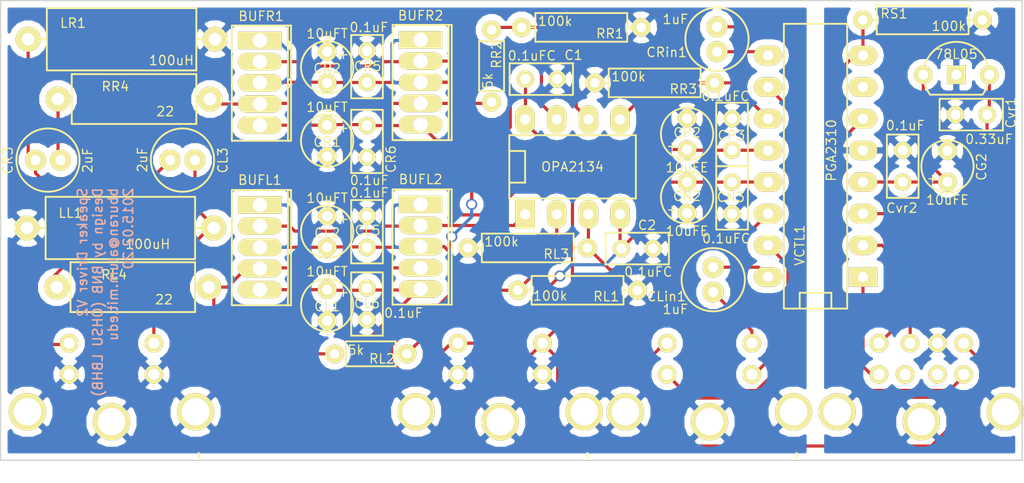
<source format=kicad_pcb>
(kicad_pcb (version 4) (host pcbnew "(2014-10-02 BZR 5161)-product")

  (general
    (links 112)
    (no_connects 0)
    (area 47.123857 102.393999 130.354 141.448)
    (thickness 1.6)
    (drawings 10)
    (tracks 266)
    (zones 0)
    (modules 43)
    (nets 29)
  )

  (page A4)
  (layers
    (0 F.Cu signal)
    (31 B.Cu signal)
    (32 B.Adhes user)
    (33 F.Adhes user)
    (34 B.Paste user)
    (35 F.Paste user)
    (36 B.SilkS user)
    (37 F.SilkS user)
    (38 B.Mask user)
    (39 F.Mask user)
    (40 Dwgs.User user)
    (41 Cmts.User user hide)
    (42 Eco1.User user hide)
    (43 Eco2.User user hide)
    (44 Edge.Cuts user)
    (45 Margin user hide)
    (46 B.CrtYd user)
    (47 F.CrtYd user)
    (48 B.Fab user)
    (49 F.Fab user)
  )

  (setup
    (last_trace_width 0.254)
    (trace_clearance 0.254)
    (zone_clearance 0.508)
    (zone_45_only yes)
    (trace_min 0.254)
    (segment_width 0.2)
    (edge_width 0.1)
    (via_size 0.889)
    (via_drill 0.635)
    (via_min_size 0.889)
    (via_min_drill 0.508)
    (uvia_size 0.508)
    (uvia_drill 0.127)
    (uvias_allowed no)
    (uvia_min_size 0.508)
    (uvia_min_drill 0.127)
    (pcb_text_width 0.3)
    (pcb_text_size 1.5 1.5)
    (mod_edge_width 0.15)
    (mod_text_size 0.75 0.75)
    (mod_text_width 0.1)
    (pad_size 1.5 1.5)
    (pad_drill 0.8)
    (pad_to_mask_clearance 0)
    (aux_axis_origin 0 0)
    (grid_origin 73.56 108.994)
    (visible_elements 7FFFFF7F)
    (pcbplotparams
      (layerselection 0x010e0_00000001)
      (usegerberextensions true)
      (excludeedgelayer true)
      (linewidth 0.100000)
      (plotframeref false)
      (viasonmask false)
      (mode 1)
      (useauxorigin false)
      (hpglpennumber 1)
      (hpglpenspeed 20)
      (hpglpendiameter 15)
      (hpglpenoverlay 2)
      (psnegative false)
      (psa4output false)
      (plotreference true)
      (plotvalue true)
      (plotinvisibletext false)
      (padsonsilk false)
      (subtractmaskfromsilk false)
      (outputformat 1)
      (mirror false)
      (drillshape 0)
      (scaleselection 1)
      (outputdirectory gerber/))
  )

  (net 0 "")
  (net 1 +12V)
  (net 2 -12V)
  (net 3 "Net-(BUFL1-Pad2)")
  (net 4 "Net-(BUFL1-Pad4)")
  (net 5 "Net-(BUFR1-Pad2)")
  (net 6 "Net-(BUFR1-Pad4)")
  (net 7 "Net-(CLin1-Pad1)")
  (net 8 "Net-(CLin1-Pad2)")
  (net 9 "Net-(CRin1-Pad1)")
  (net 10 "Net-(CRin1-Pad2)")
  (net 11 /CS)
  (net 12 /SDI)
  (net 13 /SCLK)
  (net 14 "Net-(OPA1-Pad2)")
  (net 15 "Net-(OPA1-Pad6)")
  (net 16 AGND)
  (net 17 "Net-(CL3-Pad1)")
  (net 18 "Net-(CL3-Pad2)")
  (net 19 "Net-(CR3-Pad1)")
  (net 20 "Net-(CR3-Pad2)")
  (net 21 /ZCEN)
  (net 22 /MUTE)
  (net 23 "Net-(OPA1-Pad3)")
  (net 24 "Net-(OPA1-Pad5)")
  (net 25 "Net-(SIGIN1-Pad1)")
  (net 26 "Net-(SIGIN1-Pad2)")
  (net 27 "Net-(CG2-Pad1)")
  (net 28 DGND)

  (net_class Default "This is the default net class."
    (clearance 0.254)
    (trace_width 0.254)
    (via_dia 0.889)
    (via_drill 0.635)
    (uvia_dia 0.508)
    (uvia_drill 0.127)
    (add_net /CS)
    (add_net /MUTE)
    (add_net /SCLK)
    (add_net /SDI)
    (add_net /ZCEN)
    (add_net DGND)
    (add_net "Net-(BUFL1-Pad2)")
    (add_net "Net-(BUFR1-Pad2)")
    (add_net "Net-(CG2-Pad1)")
    (add_net "Net-(CL3-Pad1)")
    (add_net "Net-(CL3-Pad2)")
    (add_net "Net-(CLin1-Pad1)")
    (add_net "Net-(CLin1-Pad2)")
    (add_net "Net-(CR3-Pad1)")
    (add_net "Net-(CR3-Pad2)")
    (add_net "Net-(CRin1-Pad1)")
    (add_net "Net-(CRin1-Pad2)")
    (add_net "Net-(OPA1-Pad2)")
    (add_net "Net-(OPA1-Pad3)")
    (add_net "Net-(OPA1-Pad5)")
    (add_net "Net-(OPA1-Pad6)")
    (add_net "Net-(SIGIN1-Pad1)")
    (add_net "Net-(SIGIN1-Pad2)")
  )

  (net_class "High current signal" ""
    (clearance 0.254)
    (trace_width 0.254)
    (via_dia 0.889)
    (via_drill 0.635)
    (uvia_dia 0.508)
    (uvia_drill 0.127)
    (add_net "Net-(BUFL1-Pad4)")
    (add_net "Net-(BUFR1-Pad4)")
  )

  (net_class Power ""
    (clearance 0.254)
    (trace_width 0.254)
    (via_dia 0.889)
    (via_drill 0.635)
    (uvia_dia 0.508)
    (uvia_drill 0.127)
    (add_net +12V)
    (add_net -12V)
    (add_net AGND)
  )

  (module LBHB:BUF634 (layer F.Cu) (tedit 54DE6A12) (tstamp 54DD2141)
    (at 81.66 108.994 270)
    (descr "TO-220, Bipolar-BCE, Horizontal, Large Pads,")
    (tags "TO-220, Bipolar-BCE, Horizontal, Large Pads,")
    (path /54ADE7DF)
    (fp_text reference BUFR2 (at -5.35 0 360) (layer F.SilkS)
      (effects (font (size 0.75 0.75) (thickness 0.1)))
    )
    (fp_text value BUF634 (at 3.15 3 270) (layer F.SilkS) hide
      (effects (font (size 0.75 0.75) (thickness 0.1)))
    )
    (fp_line (start -4.6 -2.25) (end -4.6 -2.5) (layer F.SilkS) (width 0.15))
    (fp_line (start -4.6 -2.5) (end 4.65 -2.5) (layer F.SilkS) (width 0.15))
    (fp_line (start 4.65 -2.5) (end 4.65 -2.25) (layer F.SilkS) (width 0.15))
    (fp_line (start -4.6 -2.25) (end -4.6 2.25) (layer F.SilkS) (width 0.15))
    (fp_line (start -4.6 2.25) (end 4.65 2.25) (layer F.SilkS) (width 0.15))
    (fp_line (start 4.65 2.25) (end 4.65 -2.25) (layer F.SilkS) (width 0.15))
    (fp_line (start -4.6 -2.25) (end 4.65 -2.25) (layer F.SilkS) (width 0.15))
    (pad 3 thru_hole oval (at 0 0) (size 3.50012 1.4) (drill 1.143) (layers *.Cu *.Mask F.SilkS)
      (net 2 -12V))
    (pad 2 thru_hole oval (at -1.7 0) (size 3.50012 1.4) (drill 1.143) (layers *.Cu *.Mask F.SilkS)
      (net 5 "Net-(BUFR1-Pad2)"))
    (pad 4 thru_hole oval (at 1.7 0) (size 3.50012 1.4) (drill 1.143) (layers *.Cu *.Mask F.SilkS)
      (net 6 "Net-(BUFR1-Pad4)"))
    (pad 1 thru_hole rect (at -3.4 0) (size 3.50012 1.4) (drill 1.143) (layers *.Cu *.Mask F.SilkS)
      (net 2 -12V))
    (pad 5 thru_hole oval (at 3.4 0) (size 3.50012 1.4) (drill 1.143) (layers *.Cu *.Mask F.SilkS)
      (net 1 +12V))
  )

  (module LBHB:BUF634 (layer F.Cu) (tedit 54DE6A19) (tstamp 54BFEF67)
    (at 81.66 122.194 270)
    (descr "TO-220, Bipolar-BCE, Horizontal, Large Pads,")
    (tags "TO-220, Bipolar-BCE, Horizontal, Large Pads,")
    (path /54AF3AA0)
    (fp_text reference BUFL2 (at -5.4 0 360) (layer F.SilkS)
      (effects (font (size 0.75 0.75) (thickness 0.1)))
    )
    (fp_text value BUF634 (at 3.15 3 270) (layer F.SilkS) hide
      (effects (font (size 0.75 0.75) (thickness 0.1)))
    )
    (fp_line (start -4.6 -2.25) (end -4.6 -2.5) (layer F.SilkS) (width 0.15))
    (fp_line (start -4.6 -2.5) (end 4.65 -2.5) (layer F.SilkS) (width 0.15))
    (fp_line (start 4.65 -2.5) (end 4.65 -2.25) (layer F.SilkS) (width 0.15))
    (fp_line (start -4.6 -2.25) (end -4.6 2.25) (layer F.SilkS) (width 0.15))
    (fp_line (start -4.6 2.25) (end 4.65 2.25) (layer F.SilkS) (width 0.15))
    (fp_line (start 4.65 2.25) (end 4.65 -2.25) (layer F.SilkS) (width 0.15))
    (fp_line (start -4.6 -2.25) (end 4.65 -2.25) (layer F.SilkS) (width 0.15))
    (pad 3 thru_hole oval (at 0 0) (size 3.50012 1.4) (drill 1.143) (layers *.Cu *.Mask F.SilkS)
      (net 2 -12V))
    (pad 2 thru_hole oval (at -1.7 0) (size 3.50012 1.4) (drill 1.143) (layers *.Cu *.Mask F.SilkS)
      (net 3 "Net-(BUFL1-Pad2)"))
    (pad 4 thru_hole oval (at 1.7 0) (size 3.50012 1.4) (drill 1.143) (layers *.Cu *.Mask F.SilkS)
      (net 4 "Net-(BUFL1-Pad4)"))
    (pad 1 thru_hole rect (at -3.4 0) (size 3.50012 1.4) (drill 1.143) (layers *.Cu *.Mask F.SilkS)
      (net 2 -12V))
    (pad 5 thru_hole oval (at 3.4 0) (size 3.50012 1.4) (drill 1.143) (layers *.Cu *.Mask F.SilkS)
      (net 1 +12V))
  )

  (module LBHB:BUF634 (layer F.Cu) (tedit 54DE6A07) (tstamp 5452AE9E)
    (at 68.76 109.044 270)
    (descr "TO-220, Bipolar-BCE, Horizontal, Large Pads,")
    (tags "TO-220, Bipolar-BCE, Horizontal, Large Pads,")
    (path /54194E41)
    (fp_text reference BUFR1 (at -5.35 -0.1 360) (layer F.SilkS)
      (effects (font (size 0.75 0.75) (thickness 0.1)))
    )
    (fp_text value BUF634 (at 3.15 3 270) (layer F.SilkS) hide
      (effects (font (size 0.75 0.75) (thickness 0.1)))
    )
    (fp_line (start -4.6 -2.25) (end -4.6 -2.5) (layer F.SilkS) (width 0.15))
    (fp_line (start -4.6 -2.5) (end 4.65 -2.5) (layer F.SilkS) (width 0.15))
    (fp_line (start 4.65 -2.5) (end 4.65 -2.25) (layer F.SilkS) (width 0.15))
    (fp_line (start -4.6 -2.25) (end -4.6 2.25) (layer F.SilkS) (width 0.15))
    (fp_line (start -4.6 2.25) (end 4.65 2.25) (layer F.SilkS) (width 0.15))
    (fp_line (start 4.65 2.25) (end 4.65 -2.25) (layer F.SilkS) (width 0.15))
    (fp_line (start -4.6 -2.25) (end 4.65 -2.25) (layer F.SilkS) (width 0.15))
    (pad 3 thru_hole oval (at 0 0) (size 3.50012 1.4) (drill 1.143) (layers *.Cu *.Mask F.SilkS)
      (net 2 -12V))
    (pad 2 thru_hole oval (at -1.7 0) (size 3.50012 1.4) (drill 1.143) (layers *.Cu *.Mask F.SilkS)
      (net 5 "Net-(BUFR1-Pad2)"))
    (pad 4 thru_hole oval (at 1.7 0) (size 3.50012 1.4) (drill 1.143) (layers *.Cu *.Mask F.SilkS)
      (net 6 "Net-(BUFR1-Pad4)"))
    (pad 1 thru_hole rect (at -3.4 0) (size 3.50012 1.4) (drill 1.143) (layers *.Cu *.Mask F.SilkS)
      (net 2 -12V))
    (pad 5 thru_hole oval (at 3.4 0) (size 3.50012 1.4) (drill 1.143) (layers *.Cu *.Mask F.SilkS)
      (net 1 +12V))
  )

  (module LBHB:BUF634 (layer F.Cu) (tedit 54DE6A01) (tstamp 5452B2EF)
    (at 68.76 122.244 270)
    (descr "TO-220, Bipolar-BCE, Horizontal, Large Pads,")
    (tags "TO-220, Bipolar-BCE, Horizontal, Large Pads,")
    (path /54AF3A82)
    (fp_text reference BUFL1 (at -5.4 0 360) (layer F.SilkS)
      (effects (font (size 0.75 0.75) (thickness 0.1)))
    )
    (fp_text value BUF634 (at 3.15 3 270) (layer F.SilkS) hide
      (effects (font (size 0.75 0.75) (thickness 0.1)))
    )
    (fp_line (start -4.6 -2.25) (end -4.6 -2.5) (layer F.SilkS) (width 0.15))
    (fp_line (start -4.6 -2.5) (end 4.65 -2.5) (layer F.SilkS) (width 0.15))
    (fp_line (start 4.65 -2.5) (end 4.65 -2.25) (layer F.SilkS) (width 0.15))
    (fp_line (start -4.6 -2.25) (end -4.6 2.25) (layer F.SilkS) (width 0.15))
    (fp_line (start -4.6 2.25) (end 4.65 2.25) (layer F.SilkS) (width 0.15))
    (fp_line (start 4.65 2.25) (end 4.65 -2.25) (layer F.SilkS) (width 0.15))
    (fp_line (start -4.6 -2.25) (end 4.65 -2.25) (layer F.SilkS) (width 0.15))
    (pad 3 thru_hole oval (at 0 0) (size 3.50012 1.4) (drill 1.143) (layers *.Cu *.Mask F.SilkS)
      (net 2 -12V))
    (pad 2 thru_hole oval (at -1.7 0) (size 3.50012 1.4) (drill 1.143) (layers *.Cu *.Mask F.SilkS)
      (net 3 "Net-(BUFL1-Pad2)"))
    (pad 4 thru_hole oval (at 1.7 0) (size 3.50012 1.4) (drill 1.143) (layers *.Cu *.Mask F.SilkS)
      (net 4 "Net-(BUFL1-Pad4)"))
    (pad 1 thru_hole rect (at -3.4 0) (size 3.50012 1.4) (drill 1.143) (layers *.Cu *.Mask F.SilkS)
      (net 2 -12V))
    (pad 5 thru_hole oval (at 3.4 0) (size 3.50012 1.4) (drill 1.143) (layers *.Cu *.Mask F.SilkS)
      (net 1 +12V))
  )

  (module LBHB:inductor-12mm (layer F.Cu) (tedit 54DE7452) (tstamp 54DD2286)
    (at 57.56 122.694)
    (path /54AF3ABE)
    (fp_text reference LL1 (at -4 -3.2) (layer F.SilkS)
      (effects (font (size 0.75 0.75) (thickness 0.1)))
    )
    (fp_text value 100uH (at 2.2 -0.7) (layer F.SilkS)
      (effects (font (size 0.75 0.75) (thickness 0.1)))
    )
    (fp_line (start -6 -4.5) (end -6 0.5) (layer F.SilkS) (width 0.15))
    (fp_line (start -6 0.5) (end 6 0.5) (layer F.SilkS) (width 0.15))
    (fp_line (start 6 0.5) (end 6 -4.5) (layer F.SilkS) (width 0.15))
    (fp_line (start 6 -4.5) (end -6 -4.5) (layer F.SilkS) (width 0.15))
    (fp_line (start 6 -2) (end 7 -2) (layer F.SilkS) (width 0.15))
    (fp_line (start -6 -2) (end -7 -2) (layer F.SilkS) (width 0.15))
    (pad 1 thru_hole circle (at -7.5 -2 180) (size 2 2) (drill 1) (layers *.Cu *.Mask F.SilkS)
      (net 16 AGND))
    (pad 2 thru_hole circle (at 7.5 -2 180) (size 2 2) (drill 1) (layers *.Cu *.Mask F.SilkS)
      (net 18 "Net-(CL3-Pad2)"))
  )

  (module LBHB:inductor-12mm (layer F.Cu) (tedit 54DE7B61) (tstamp 54DE3FC5)
    (at 57.66 103.544 180)
    (path /54AE1912)
    (fp_text reference LR1 (at 3.9 -0.7 180) (layer F.SilkS)
      (effects (font (size 0.75 0.75) (thickness 0.1)))
    )
    (fp_text value 100uH (at -4 -3.7 180) (layer F.SilkS)
      (effects (font (size 0.75 0.75) (thickness 0.1)))
    )
    (fp_line (start -6 -4.5) (end -6 0.5) (layer F.SilkS) (width 0.15))
    (fp_line (start -6 0.5) (end 6 0.5) (layer F.SilkS) (width 0.15))
    (fp_line (start 6 0.5) (end 6 -4.5) (layer F.SilkS) (width 0.15))
    (fp_line (start 6 -4.5) (end -6 -4.5) (layer F.SilkS) (width 0.15))
    (fp_line (start 6 -2) (end 7 -2) (layer F.SilkS) (width 0.15))
    (fp_line (start -6 -2) (end -7 -2) (layer F.SilkS) (width 0.15))
    (pad 1 thru_hole circle (at -7.5 -2) (size 2 2) (drill 1) (layers *.Cu *.Mask F.SilkS)
      (net 16 AGND))
    (pad 2 thru_hole circle (at 7.5 -2) (size 2 2) (drill 1) (layers *.Cu *.Mask F.SilkS)
      (net 20 "Net-(CR3-Pad2)"))
  )

  (module LBHB:capacitor-2.5x5mm-L_2.5mm (layer F.Cu) (tedit 54EB7186) (tstamp 54EB71BB)
    (at 91.35 108.744 180)
    (descr "Condensateur e = 1 pas")
    (tags C)
    (path /54178D20)
    (fp_text reference C1 (at -2.585 1.925 360) (layer F.SilkS)
      (effects (font (size 0.75 0.75) (thickness 0.1)))
    )
    (fp_text value 0.1uFC (at 0.765 1.875 180) (layer F.SilkS)
      (effects (font (size 0.75 0.75) (thickness 0.1)))
    )
    (fp_line (start -2.4892 -1.27) (end 2.54 -1.27) (layer F.SilkS) (width 0.15))
    (fp_line (start 2.54 -1.27) (end 2.54 1.27) (layer F.SilkS) (width 0.15))
    (fp_line (start 2.54 1.27) (end -2.54 1.27) (layer F.SilkS) (width 0.15))
    (fp_line (start -2.54 1.27) (end -2.54 -1.27) (layer F.SilkS) (width 0.15))
    (pad 1 thru_hole circle (at -1.27 0 180) (size 1.397 1.397) (drill 0.8128) (layers *.Cu *.Mask F.SilkS)
      (net 16 AGND))
    (pad 2 thru_hole circle (at 1.27 0 180) (size 1.397 1.397) (drill 0.8128) (layers *.Cu *.Mask F.SilkS)
      (net 1 +12V))
    (model discret/capa_1_pas.wrl
      (at (xyz 0 0 0))
      (scale (xyz 1 1 1))
      (rotate (xyz 0 0 0))
    )
  )

  (module LBHB:capacitor-2.5x5mm-L_2.5mm (layer F.Cu) (tedit 54EB7BD6) (tstamp 54EB71C4)
    (at 99.05 122.344)
    (descr "Condensateur e = 1 pas")
    (tags C)
    (path /54178D12)
    (fp_text reference C2 (at 0.785 -1.875) (layer F.SilkS)
      (effects (font (size 0.75 0.75) (thickness 0.1)))
    )
    (fp_text value 0.1uFC (at 0.885 1.875 180) (layer F.SilkS)
      (effects (font (size 0.75 0.75) (thickness 0.1)))
    )
    (fp_line (start -2.4892 -1.27) (end 2.54 -1.27) (layer F.SilkS) (width 0.15))
    (fp_line (start 2.54 -1.27) (end 2.54 1.27) (layer F.SilkS) (width 0.15))
    (fp_line (start 2.54 1.27) (end -2.54 1.27) (layer F.SilkS) (width 0.15))
    (fp_line (start -2.54 1.27) (end -2.54 -1.27) (layer F.SilkS) (width 0.15))
    (pad 1 thru_hole circle (at -1.27 0) (size 1.397 1.397) (drill 0.8128) (layers *.Cu *.Mask F.SilkS)
      (net 2 -12V))
    (pad 2 thru_hole circle (at 1.27 0) (size 1.397 1.397) (drill 0.8128) (layers *.Cu *.Mask F.SilkS)
      (net 16 AGND))
    (model discret/capa_1_pas.wrl
      (at (xyz 0 0 0))
      (scale (xyz 1 1 1))
      (rotate (xyz 0 0 0))
    )
  )

  (module LBHB:capacitor-D_4mm-L_2.4mm (layer F.Cu) (tedit 54EB71C6) (tstamp 54EB71CD)
    (at 123.95 115.744 90)
    (descr "Capacitor 4mm x 2,5mm RM 2,5mm")
    (tags "Capacitor Kondensator")
    (path /541966EF)
    (fp_text reference CG2 (at -0.05 2.735 270) (layer F.SilkS)
      (effects (font (size 0.75 0.75) (thickness 0.1)))
    )
    (fp_text value 10uFE (at -2.7 0 180) (layer F.SilkS)
      (effects (font (size 0.75 0.75) (thickness 0.1)))
    )
    (fp_text user + (at -1 -1.25 90) (layer F.SilkS)
      (effects (font (size 0.75 0.75) (thickness 0.1)))
    )
    (fp_circle (center 0 0) (end 2.1 0) (layer F.SilkS) (width 0.15))
    (pad 1 thru_hole circle (at -1.25 0 90) (size 1.50114 1.50114) (drill 0.8001) (layers *.Cu *.Mask F.SilkS)
      (net 27 "Net-(CG2-Pad1)"))
    (pad 2 thru_hole circle (at 1.25 0 90) (size 1.50114 1.50114) (drill 0.8001) (layers *.Cu *.Mask F.SilkS)
      (net 28 DGND))
  )

  (module LBHB:capacitor-D_4mm-L_2.4mm (layer F.Cu) (tedit 54E67480) (tstamp 54EB71D4)
    (at 74.16 126.894 270)
    (descr "Capacitor 4mm x 2,5mm RM 2,5mm")
    (tags "Capacitor Kondensator")
    (path /54AF3A94)
    (fp_text reference CL1 (at 0.1 0 360) (layer F.SilkS)
      (effects (font (size 0.75 0.75) (thickness 0.1)))
    )
    (fp_text value 10uFT (at -2.7 0 360) (layer F.SilkS)
      (effects (font (size 0.75 0.75) (thickness 0.1)))
    )
    (fp_text user + (at -1 -1.25 270) (layer F.SilkS)
      (effects (font (size 0.75 0.75) (thickness 0.1)))
    )
    (fp_circle (center 0 0) (end 2.1 0) (layer F.SilkS) (width 0.15))
    (pad 1 thru_hole circle (at -1.25 0 270) (size 1.50114 1.50114) (drill 0.8001) (layers *.Cu *.Mask F.SilkS)
      (net 1 +12V))
    (pad 2 thru_hole circle (at 1.25 0 270) (size 1.50114 1.50114) (drill 0.8001) (layers *.Cu *.Mask F.SilkS)
      (net 16 AGND))
  )

  (module LBHB:capacitor-D_4mm-L_2.4mm (layer F.Cu) (tedit 54E67480) (tstamp 54EB71DB)
    (at 74.16 120.994 270)
    (descr "Capacitor 4mm x 2,5mm RM 2,5mm")
    (tags "Capacitor Kondensator")
    (path /54AF3AC4)
    (fp_text reference CL2 (at 0.1 0 360) (layer F.SilkS)
      (effects (font (size 0.75 0.75) (thickness 0.1)))
    )
    (fp_text value 10uFT (at -2.7 0 360) (layer F.SilkS)
      (effects (font (size 0.75 0.75) (thickness 0.1)))
    )
    (fp_text user + (at -1 -1.25 270) (layer F.SilkS)
      (effects (font (size 0.75 0.75) (thickness 0.1)))
    )
    (fp_circle (center 0 0) (end 2.1 0) (layer F.SilkS) (width 0.15))
    (pad 1 thru_hole circle (at -1.25 0 270) (size 1.50114 1.50114) (drill 0.8001) (layers *.Cu *.Mask F.SilkS)
      (net 16 AGND))
    (pad 2 thru_hole circle (at 1.25 0 270) (size 1.50114 1.50114) (drill 0.8001) (layers *.Cu *.Mask F.SilkS)
      (net 2 -12V))
  )

  (module LBHB:capacitor-D_5mm-L_2mm (layer F.Cu) (tedit 54EB7127) (tstamp 54EB71E2)
    (at 62.55 115.244 270)
    (descr "Capacitor, pol, cyl 5x11mm")
    (path /54AF3AB8)
    (fp_text reference CL3 (at 0.025 -3.235 270) (layer F.SilkS)
      (effects (font (size 0.75 0.75) (thickness 0.1)))
    )
    (fp_text value 2uF (at -0.025 3.215 270) (layer F.SilkS)
      (effects (font (size 0.75 0.75) (thickness 0.1)))
    )
    (fp_circle (center 0 0) (end -2.54 0) (layer F.SilkS) (width 0.15))
    (pad 1 thru_hole circle (at 0 1 270) (size 1.7 1.7) (drill 0.8001) (layers *.Cu *.Mask F.SilkS)
      (net 17 "Net-(CL3-Pad1)"))
    (pad 2 thru_hole circle (at 0 -1 270) (size 1.7 1.7) (drill 0.8001) (layers *.Cu *.Mask F.SilkS)
      (net 18 "Net-(CL3-Pad2)"))
    (model Capacitors_ThroughHole/Capacitor5x11RM2.5.wrl
      (at (xyz 0 0 0))
      (scale (xyz 1 1 1))
      (rotate (xyz 0 0 0))
    )
  )

  (module LBHB:capacitor-2.5x5mm-L_2.5mm (layer F.Cu) (tedit 54EB7142) (tstamp 54EB71E8)
    (at 77.36 120.994 90)
    (descr "Condensateur e = 1 pas")
    (tags C)
    (path /54E68923)
    (fp_text reference CL5 (at 0.1 0.05 180) (layer F.SilkS)
      (effects (font (size 0.75 0.75) (thickness 0.1)))
    )
    (fp_text value 0.1uF (at 3.125 0.175 180) (layer F.SilkS)
      (effects (font (size 0.75 0.75) (thickness 0.1)))
    )
    (fp_line (start -2.4892 -1.27) (end 2.54 -1.27) (layer F.SilkS) (width 0.15))
    (fp_line (start 2.54 -1.27) (end 2.54 1.27) (layer F.SilkS) (width 0.15))
    (fp_line (start 2.54 1.27) (end -2.54 1.27) (layer F.SilkS) (width 0.15))
    (fp_line (start -2.54 1.27) (end -2.54 -1.27) (layer F.SilkS) (width 0.15))
    (pad 1 thru_hole circle (at -1.27 0 90) (size 1.397 1.397) (drill 0.8128) (layers *.Cu *.Mask F.SilkS)
      (net 2 -12V))
    (pad 2 thru_hole circle (at 1.27 0 90) (size 1.397 1.397) (drill 0.8128) (layers *.Cu *.Mask F.SilkS)
      (net 16 AGND))
    (model discret/capa_1_pas.wrl
      (at (xyz 0 0 0))
      (scale (xyz 1 1 1))
      (rotate (xyz 0 0 0))
    )
  )

  (module LBHB:capacitor-2.5x5mm-L_2.5mm (layer F.Cu) (tedit 54EB7150) (tstamp 54EB71F1)
    (at 77.36 126.794 270)
    (descr "Condensateur e = 1 pas")
    (tags C)
    (path /54E68109)
    (fp_text reference CL6 (at -0.05 0 360) (layer F.SilkS)
      (effects (font (size 0.75 0.75) (thickness 0.1)))
    )
    (fp_text value 0.1uF (at 0.725 -2.925 540) (layer F.SilkS)
      (effects (font (size 0.75 0.75) (thickness 0.1)))
    )
    (fp_line (start -2.4892 -1.27) (end 2.54 -1.27) (layer F.SilkS) (width 0.15))
    (fp_line (start 2.54 -1.27) (end 2.54 1.27) (layer F.SilkS) (width 0.15))
    (fp_line (start 2.54 1.27) (end -2.54 1.27) (layer F.SilkS) (width 0.15))
    (fp_line (start -2.54 1.27) (end -2.54 -1.27) (layer F.SilkS) (width 0.15))
    (pad 1 thru_hole circle (at -1.27 0 270) (size 1.397 1.397) (drill 0.8128) (layers *.Cu *.Mask F.SilkS)
      (net 1 +12V))
    (pad 2 thru_hole circle (at 1.27 0 270) (size 1.397 1.397) (drill 0.8128) (layers *.Cu *.Mask F.SilkS)
      (net 16 AGND))
    (model discret/capa_1_pas.wrl
      (at (xyz 0 0 0))
      (scale (xyz 1 1 1))
      (rotate (xyz 0 0 0))
    )
  )

  (module LBHB:capacitor-D_5mm-L_2mm (layer F.Cu) (tedit 54EB71DF) (tstamp 54EB71FA)
    (at 105.15 124.844 180)
    (descr "Capacitor, pol, cyl 5x11mm")
    (path /54178CFE)
    (fp_text reference CLin1 (at 3.765 -1.35 180) (layer F.SilkS)
      (effects (font (size 0.75 0.75) (thickness 0.1)))
    )
    (fp_text value 1uF (at 3.04 -2.375 180) (layer F.SilkS)
      (effects (font (size 0.75 0.75) (thickness 0.1)))
    )
    (fp_circle (center 0 0) (end -2.54 0) (layer F.SilkS) (width 0.15))
    (pad 1 thru_hole circle (at 0 1 180) (size 1.7 1.7) (drill 0.8001) (layers *.Cu *.Mask F.SilkS)
      (net 7 "Net-(CLin1-Pad1)"))
    (pad 2 thru_hole circle (at 0 -1 180) (size 1.7 1.7) (drill 0.8001) (layers *.Cu *.Mask F.SilkS)
      (net 8 "Net-(CLin1-Pad2)"))
    (model Capacitors_ThroughHole/Capacitor5x11RM2.5.wrl
      (at (xyz 0 0 0))
      (scale (xyz 1 1 1))
      (rotate (xyz 0 0 0))
    )
  )

  (module LBHB:capacitor-D_4mm-L_2.4mm (layer F.Cu) (tedit 54E67480) (tstamp 54EB7200)
    (at 103.05 118.244 90)
    (descr "Capacitor 4mm x 2,5mm RM 2,5mm")
    (tags "Capacitor Kondensator")
    (path /54195FF4)
    (fp_text reference CN2 (at 0.1 0 180) (layer F.SilkS)
      (effects (font (size 0.75 0.75) (thickness 0.1)))
    )
    (fp_text value 10uFE (at -2.7 0 180) (layer F.SilkS)
      (effects (font (size 0.75 0.75) (thickness 0.1)))
    )
    (fp_text user + (at -1 -1.25 90) (layer F.SilkS)
      (effects (font (size 0.75 0.75) (thickness 0.1)))
    )
    (fp_circle (center 0 0) (end 2.1 0) (layer F.SilkS) (width 0.15))
    (pad 1 thru_hole circle (at -1.25 0 90) (size 1.50114 1.50114) (drill 0.8001) (layers *.Cu *.Mask F.SilkS)
      (net 16 AGND))
    (pad 2 thru_hole circle (at 1.25 0 90) (size 1.50114 1.50114) (drill 0.8001) (layers *.Cu *.Mask F.SilkS)
      (net 2 -12V))
  )

  (module LBHB:capacitor-2.5x5mm-L_2.5mm (layer F.Cu) (tedit 54EB71E9) (tstamp 54EB7207)
    (at 106.66 118.284 90)
    (descr "Condensateur e = 1 pas")
    (tags C)
    (path /54195F85)
    (fp_text reference CN3 (at 0.065 -0.1 180) (layer F.SilkS)
      (effects (font (size 0.75 0.75) (thickness 0.1)))
    )
    (fp_text value 0.1uFC (at -3.26 -0.475 180) (layer F.SilkS)
      (effects (font (size 0.75 0.75) (thickness 0.1)))
    )
    (fp_line (start -2.4892 -1.27) (end 2.54 -1.27) (layer F.SilkS) (width 0.15))
    (fp_line (start 2.54 -1.27) (end 2.54 1.27) (layer F.SilkS) (width 0.15))
    (fp_line (start 2.54 1.27) (end -2.54 1.27) (layer F.SilkS) (width 0.15))
    (fp_line (start -2.54 1.27) (end -2.54 -1.27) (layer F.SilkS) (width 0.15))
    (pad 1 thru_hole circle (at -1.27 0 90) (size 1.397 1.397) (drill 0.8128) (layers *.Cu *.Mask F.SilkS)
      (net 16 AGND))
    (pad 2 thru_hole circle (at 1.27 0 90) (size 1.397 1.397) (drill 0.8128) (layers *.Cu *.Mask F.SilkS)
      (net 2 -12V))
    (model discret/capa_1_pas.wrl
      (at (xyz 0 0 0))
      (scale (xyz 1 1 1))
      (rotate (xyz 0 0 0))
    )
  )

  (module LBHB:capacitor-D_4mm-L_2.4mm (layer F.Cu) (tedit 54E67480) (tstamp 54EB7210)
    (at 103.05 113.144 90)
    (descr "Capacitor 4mm x 2,5mm RM 2,5mm")
    (tags "Capacitor Kondensator")
    (path /54195C95)
    (fp_text reference CP2 (at 0.1 0 180) (layer F.SilkS)
      (effects (font (size 0.75 0.75) (thickness 0.1)))
    )
    (fp_text value 10uFE (at -2.7 0 180) (layer F.SilkS)
      (effects (font (size 0.75 0.75) (thickness 0.1)))
    )
    (fp_text user + (at -1 -1.25 90) (layer F.SilkS)
      (effects (font (size 0.75 0.75) (thickness 0.1)))
    )
    (fp_circle (center 0 0) (end 2.1 0) (layer F.SilkS) (width 0.15))
    (pad 1 thru_hole circle (at -1.25 0 90) (size 1.50114 1.50114) (drill 0.8001) (layers *.Cu *.Mask F.SilkS)
      (net 1 +12V))
    (pad 2 thru_hole circle (at 1.25 0 90) (size 1.50114 1.50114) (drill 0.8001) (layers *.Cu *.Mask F.SilkS)
      (net 16 AGND))
  )

  (module LBHB:capacitor-2.5x5mm-L_2.5mm (layer F.Cu) (tedit 54EB7195) (tstamp 54EB7217)
    (at 106.66 113.184 90)
    (descr "Condensateur e = 1 pas")
    (tags C)
    (path /54195C28)
    (fp_text reference CP3 (at -0.085 -0.05 180) (layer F.SilkS)
      (effects (font (size 0.75 0.75) (thickness 0.1)))
    )
    (fp_text value 0.1uFC (at 3.065 -0.525 180) (layer F.SilkS)
      (effects (font (size 0.75 0.75) (thickness 0.1)))
    )
    (fp_line (start -2.4892 -1.27) (end 2.54 -1.27) (layer F.SilkS) (width 0.15))
    (fp_line (start 2.54 -1.27) (end 2.54 1.27) (layer F.SilkS) (width 0.15))
    (fp_line (start 2.54 1.27) (end -2.54 1.27) (layer F.SilkS) (width 0.15))
    (fp_line (start -2.54 1.27) (end -2.54 -1.27) (layer F.SilkS) (width 0.15))
    (pad 1 thru_hole circle (at -1.27 0 90) (size 1.397 1.397) (drill 0.8128) (layers *.Cu *.Mask F.SilkS)
      (net 1 +12V))
    (pad 2 thru_hole circle (at 1.27 0 90) (size 1.397 1.397) (drill 0.8128) (layers *.Cu *.Mask F.SilkS)
      (net 16 AGND))
    (model discret/capa_1_pas.wrl
      (at (xyz 0 0 0))
      (scale (xyz 1 1 1))
      (rotate (xyz 0 0 0))
    )
  )

  (module LBHB:capacitor-D_4mm-L_2.4mm (layer F.Cu) (tedit 54E67480) (tstamp 54EB7220)
    (at 74.16 113.694 270)
    (descr "Capacitor 4mm x 2,5mm RM 2,5mm")
    (tags "Capacitor Kondensator")
    (path /54194E54)
    (fp_text reference CR1 (at 0.1 0 360) (layer F.SilkS)
      (effects (font (size 0.75 0.75) (thickness 0.1)))
    )
    (fp_text value 10uFT (at -2.7 0 360) (layer F.SilkS)
      (effects (font (size 0.75 0.75) (thickness 0.1)))
    )
    (fp_text user + (at -1 -1.25 270) (layer F.SilkS)
      (effects (font (size 0.75 0.75) (thickness 0.1)))
    )
    (fp_circle (center 0 0) (end 2.1 0) (layer F.SilkS) (width 0.15))
    (pad 1 thru_hole circle (at -1.25 0 270) (size 1.50114 1.50114) (drill 0.8001) (layers *.Cu *.Mask F.SilkS)
      (net 1 +12V))
    (pad 2 thru_hole circle (at 1.25 0 270) (size 1.50114 1.50114) (drill 0.8001) (layers *.Cu *.Mask F.SilkS)
      (net 16 AGND))
  )

  (module LBHB:capacitor-D_4mm-L_2.4mm (layer F.Cu) (tedit 54E67480) (tstamp 54EB7227)
    (at 74.16 107.794 270)
    (descr "Capacitor 4mm x 2,5mm RM 2,5mm")
    (tags "Capacitor Kondensator")
    (path /54AEF5C7)
    (fp_text reference CR2 (at 0.1 0 360) (layer F.SilkS)
      (effects (font (size 0.75 0.75) (thickness 0.1)))
    )
    (fp_text value 10uFT (at -2.7 0 360) (layer F.SilkS)
      (effects (font (size 0.75 0.75) (thickness 0.1)))
    )
    (fp_text user + (at -1 -1.25 270) (layer F.SilkS)
      (effects (font (size 0.75 0.75) (thickness 0.1)))
    )
    (fp_circle (center 0 0) (end 2.1 0) (layer F.SilkS) (width 0.15))
    (pad 1 thru_hole circle (at -1.25 0 270) (size 1.50114 1.50114) (drill 0.8001) (layers *.Cu *.Mask F.SilkS)
      (net 16 AGND))
    (pad 2 thru_hole circle (at 1.25 0 270) (size 1.50114 1.50114) (drill 0.8001) (layers *.Cu *.Mask F.SilkS)
      (net 2 -12V))
  )

  (module LBHB:capacitor-D_5mm-L_2mm (layer F.Cu) (tedit 54EB7123) (tstamp 54EB722E)
    (at 51.75 115.244 90)
    (descr "Capacitor, pol, cyl 5x11mm")
    (path /54AE190C)
    (fp_text reference CR3 (at -0.025 -3.215 90) (layer F.SilkS)
      (effects (font (size 0.75 0.75) (thickness 0.1)))
    )
    (fp_text value 2uF (at -0.025 3.185 90) (layer F.SilkS)
      (effects (font (size 0.75 0.75) (thickness 0.1)))
    )
    (fp_circle (center 0 0) (end -2.54 0) (layer F.SilkS) (width 0.15))
    (pad 1 thru_hole circle (at 0 1 90) (size 1.7 1.7) (drill 0.8001) (layers *.Cu *.Mask F.SilkS)
      (net 19 "Net-(CR3-Pad1)"))
    (pad 2 thru_hole circle (at 0 -1 90) (size 1.7 1.7) (drill 0.8001) (layers *.Cu *.Mask F.SilkS)
      (net 20 "Net-(CR3-Pad2)"))
    (model Capacitors_ThroughHole/Capacitor5x11RM2.5.wrl
      (at (xyz 0 0 0))
      (scale (xyz 1 1 1))
      (rotate (xyz 0 0 0))
    )
  )

  (module LBHB:capacitor-2.5x5mm-L_2.5mm (layer F.Cu) (tedit 54EB7174) (tstamp 54EB7234)
    (at 77.36 107.744 90)
    (descr "Condensateur e = 1 pas")
    (tags C)
    (path /54E66E7E)
    (fp_text reference CR5 (at 0.025 0.05 180) (layer F.SilkS)
      (effects (font (size 0.75 0.75) (thickness 0.1)))
    )
    (fp_text value 0.1uF (at 3.15 0.15 180) (layer F.SilkS)
      (effects (font (size 0.75 0.75) (thickness 0.1)))
    )
    (fp_line (start -2.4892 -1.27) (end 2.54 -1.27) (layer F.SilkS) (width 0.15))
    (fp_line (start 2.54 -1.27) (end 2.54 1.27) (layer F.SilkS) (width 0.15))
    (fp_line (start 2.54 1.27) (end -2.54 1.27) (layer F.SilkS) (width 0.15))
    (fp_line (start -2.54 1.27) (end -2.54 -1.27) (layer F.SilkS) (width 0.15))
    (pad 1 thru_hole circle (at -1.27 0 90) (size 1.397 1.397) (drill 0.8128) (layers *.Cu *.Mask F.SilkS)
      (net 2 -12V))
    (pad 2 thru_hole circle (at 1.27 0 90) (size 1.397 1.397) (drill 0.8128) (layers *.Cu *.Mask F.SilkS)
      (net 16 AGND))
    (model discret/capa_1_pas.wrl
      (at (xyz 0 0 0))
      (scale (xyz 1 1 1))
      (rotate (xyz 0 0 0))
    )
  )

  (module LBHB:capacitor-2.5x5mm-L_2.5mm (layer F.Cu) (tedit 54EB7166) (tstamp 54EB723D)
    (at 77.36 113.744 270)
    (descr "Condensateur e = 1 pas")
    (tags C)
    (path /54E66AF5)
    (fp_text reference CR6 (at 1.425 -1.925 270) (layer F.SilkS)
      (effects (font (size 0.75 0.75) (thickness 0.1)))
    )
    (fp_text value 0.1uF (at 3.125 -0.175 360) (layer F.SilkS)
      (effects (font (size 0.75 0.75) (thickness 0.1)))
    )
    (fp_line (start -2.4892 -1.27) (end 2.54 -1.27) (layer F.SilkS) (width 0.15))
    (fp_line (start 2.54 -1.27) (end 2.54 1.27) (layer F.SilkS) (width 0.15))
    (fp_line (start 2.54 1.27) (end -2.54 1.27) (layer F.SilkS) (width 0.15))
    (fp_line (start -2.54 1.27) (end -2.54 -1.27) (layer F.SilkS) (width 0.15))
    (pad 1 thru_hole circle (at -1.27 0 270) (size 1.397 1.397) (drill 0.8128) (layers *.Cu *.Mask F.SilkS)
      (net 1 +12V))
    (pad 2 thru_hole circle (at 1.27 0 270) (size 1.397 1.397) (drill 0.8128) (layers *.Cu *.Mask F.SilkS)
      (net 16 AGND))
    (model discret/capa_1_pas.wrl
      (at (xyz 0 0 0))
      (scale (xyz 1 1 1))
      (rotate (xyz 0 0 0))
    )
  )

  (module LBHB:capacitor-D_5mm-L_2mm (layer F.Cu) (tedit 54EB71A1) (tstamp 54EB7246)
    (at 105.45 105.544)
    (descr "Capacitor, pol, cyl 5x11mm")
    (path /5417B426)
    (fp_text reference CRin1 (at -4.04 1.05) (layer F.SilkS)
      (effects (font (size 0.75 0.75) (thickness 0.1)))
    )
    (fp_text value 1uF (at -3.34 -1.6) (layer F.SilkS)
      (effects (font (size 0.75 0.75) (thickness 0.1)))
    )
    (fp_circle (center 0 0) (end -2.54 0) (layer F.SilkS) (width 0.15))
    (pad 1 thru_hole circle (at 0 1) (size 1.7 1.7) (drill 0.8001) (layers *.Cu *.Mask F.SilkS)
      (net 9 "Net-(CRin1-Pad1)"))
    (pad 2 thru_hole circle (at 0 -1) (size 1.7 1.7) (drill 0.8001) (layers *.Cu *.Mask F.SilkS)
      (net 10 "Net-(CRin1-Pad2)"))
    (model Capacitors_ThroughHole/Capacitor5x11RM2.5.wrl
      (at (xyz 0 0 0))
      (scale (xyz 1 1 1))
      (rotate (xyz 0 0 0))
    )
  )

  (module LBHB:capacitor-2.5x5mm-L_2.5mm (layer F.Cu) (tedit 54EB71B1) (tstamp 54EB724C)
    (at 125.86 111.594)
    (descr "Condensateur e = 1 pas")
    (tags C)
    (path /54B86E74)
    (fp_text reference Cvr1 (at 3.175 -0.15 90) (layer F.SilkS)
      (effects (font (size 0.75 0.75) (thickness 0.1)))
    )
    (fp_text value 0.33uF (at 1.425 1.975) (layer F.SilkS)
      (effects (font (size 0.75 0.75) (thickness 0.1)))
    )
    (fp_line (start -2.4892 -1.27) (end 2.54 -1.27) (layer F.SilkS) (width 0.15))
    (fp_line (start 2.54 -1.27) (end 2.54 1.27) (layer F.SilkS) (width 0.15))
    (fp_line (start 2.54 1.27) (end -2.54 1.27) (layer F.SilkS) (width 0.15))
    (fp_line (start -2.54 1.27) (end -2.54 -1.27) (layer F.SilkS) (width 0.15))
    (pad 1 thru_hole circle (at -1.27 0) (size 1.397 1.397) (drill 0.8128) (layers *.Cu *.Mask F.SilkS)
      (net 28 DGND))
    (pad 2 thru_hole circle (at 1.27 0) (size 1.397 1.397) (drill 0.8128) (layers *.Cu *.Mask F.SilkS)
      (net 1 +12V))
    (model discret/capa_1_pas.wrl
      (at (xyz 0 0 0))
      (scale (xyz 1 1 1))
      (rotate (xyz 0 0 0))
    )
  )

  (module LBHB:capacitor-2.5x5mm-L_2.5mm (layer F.Cu) (tedit 54EB71C0) (tstamp 54EB7255)
    (at 120.36 115.734 270)
    (descr "Condensateur e = 1 pas")
    (tags C)
    (path /54B86F82)
    (fp_text reference Cvr2 (at 3.36 0.075 360) (layer F.SilkS)
      (effects (font (size 0.75 0.75) (thickness 0.1)))
    )
    (fp_text value 0.1uF (at -3.265 -0.2 360) (layer F.SilkS)
      (effects (font (size 0.75 0.75) (thickness 0.1)))
    )
    (fp_line (start -2.4892 -1.27) (end 2.54 -1.27) (layer F.SilkS) (width 0.15))
    (fp_line (start 2.54 -1.27) (end 2.54 1.27) (layer F.SilkS) (width 0.15))
    (fp_line (start 2.54 1.27) (end -2.54 1.27) (layer F.SilkS) (width 0.15))
    (fp_line (start -2.54 1.27) (end -2.54 -1.27) (layer F.SilkS) (width 0.15))
    (pad 1 thru_hole circle (at -1.27 0 270) (size 1.397 1.397) (drill 0.8128) (layers *.Cu *.Mask F.SilkS)
      (net 28 DGND))
    (pad 2 thru_hole circle (at 1.27 0 270) (size 1.397 1.397) (drill 0.8128) (layers *.Cu *.Mask F.SilkS)
      (net 27 "Net-(CG2-Pad1)"))
    (model discret/capa_1_pas.wrl
      (at (xyz 0 0 0))
      (scale (xyz 1 1 1))
      (rotate (xyz 0 0 0))
    )
  )

  (module LBHB:DIP-8 (layer F.Cu) (tedit 54DE774A) (tstamp 54EB725E)
    (at 93.86 115.784)
    (descr "8 pins DIL package, elliptical pads")
    (tags DIL)
    (path /54178CE2)
    (fp_text reference OPA1 (at 4.445 0.127 90) (layer F.SilkS) hide
      (effects (font (size 0.75 0.75) (thickness 0.1)))
    )
    (fp_text value OPA2134 (at 0 0) (layer F.SilkS)
      (effects (font (size 0.75 0.75) (thickness 0.1)))
    )
    (fp_line (start -5.08 -1.27) (end -3.81 -1.27) (layer F.SilkS) (width 0.15))
    (fp_line (start -3.81 -1.27) (end -3.81 1.27) (layer F.SilkS) (width 0.15))
    (fp_line (start -3.81 1.27) (end -5.08 1.27) (layer F.SilkS) (width 0.15))
    (fp_line (start -5.08 -2.54) (end 5.08 -2.54) (layer F.SilkS) (width 0.15))
    (fp_line (start 5.08 -2.54) (end 5.08 2.54) (layer F.SilkS) (width 0.15))
    (fp_line (start 5.08 2.54) (end -5.08 2.54) (layer F.SilkS) (width 0.15))
    (fp_line (start -5.08 2.54) (end -5.08 -2.54) (layer F.SilkS) (width 0.15))
    (pad 1 thru_hole rect (at -3.81 3.81) (size 1.5748 2.286) (drill 0.8128) (layers *.Cu *.Mask F.SilkS)
      (net 3 "Net-(BUFL1-Pad2)"))
    (pad 2 thru_hole oval (at -1.27 3.81) (size 1.5748 2.286) (drill 0.8128) (layers *.Cu *.Mask F.SilkS)
      (net 14 "Net-(OPA1-Pad2)"))
    (pad 3 thru_hole oval (at 1.27 3.81) (size 1.5748 2.286) (drill 0.8128) (layers *.Cu *.Mask F.SilkS)
      (net 23 "Net-(OPA1-Pad3)"))
    (pad 4 thru_hole oval (at 3.81 3.81) (size 1.5748 2.286) (drill 0.8128) (layers *.Cu *.Mask F.SilkS)
      (net 2 -12V))
    (pad 5 thru_hole oval (at 3.81 -3.81) (size 1.5748 2.286) (drill 0.8128) (layers *.Cu *.Mask F.SilkS)
      (net 24 "Net-(OPA1-Pad5)"))
    (pad 6 thru_hole oval (at 1.27 -3.81) (size 1.5748 2.286) (drill 0.8128) (layers *.Cu *.Mask F.SilkS)
      (net 15 "Net-(OPA1-Pad6)"))
    (pad 7 thru_hole oval (at -1.27 -3.81) (size 1.5748 2.286) (drill 0.8128) (layers *.Cu *.Mask F.SilkS)
      (net 5 "Net-(BUFR1-Pad2)"))
    (pad 8 thru_hole oval (at -3.81 -3.81) (size 1.5748 2.286) (drill 0.8128) (layers *.Cu *.Mask F.SilkS)
      (net 1 +12V))
    (model dil/dil_8.wrl
      (at (xyz 0 0 0))
      (scale (xyz 1 1 1))
      (rotate (xyz 0 0 0))
    )
  )

  (module LBHB:mini-DIN-4-pin (layer F.Cu) (tedit 54E61BE4) (tstamp 54EB7270)
    (at 88.05 140.944)
    (path /54C06807)
    (fp_text reference PWR1 (at 0 -3) (layer F.SilkS) hide
      (effects (font (size 0.75 0.75) (thickness 0.1)))
    )
    (fp_text value 4P_miniDIN_PWR (at 0 -1) (layer F.SilkS) hide
      (effects (font (size 0.75 0.75) (thickness 0.1)))
    )
    (fp_line (start 7 0) (end -7 0) (layer Dwgs.User) (width 0.15))
    (fp_line (start -7 -1.8) (end 7 -1.8) (layer Dwgs.User) (width 0.15))
    (fp_line (start -7 -1.8) (end -7 0) (layer Dwgs.User) (width 0.15))
    (fp_line (start 7 -1.8) (end 7 0) (layer Dwgs.User) (width 0.15))
    (fp_line (start 7 -2.2) (end 7 -1.8) (layer F.SilkS) (width 0.15))
    (fp_line (start -7 -2.2) (end -7 -1.8) (layer Dwgs.User) (width 0.15))
    (fp_line (start -7 -13) (end 7 -13) (layer Dwgs.User) (width 0.15))
    (fp_line (start 7 -13) (end 7 -2.2) (layer Dwgs.User) (width 0.15))
    (fp_line (start -7 -2.2) (end -7 -13) (layer Dwgs.User) (width 0.15))
    (pad C thru_hole circle (at 6.75 -5.5 180) (size 3 3) (drill 2.2) (layers *.Cu *.Mask F.SilkS)
      (net 16 AGND))
    (pad C thru_hole circle (at -6.75 -5.5 180) (size 3 3) (drill 2.2) (layers *.Cu *.Mask F.SilkS)
      (net 16 AGND))
    (pad 1 thru_hole circle (at 3.4 -8.5 180) (size 1.5 1.5) (drill 0.9) (layers *.Cu *.Mask F.SilkS)
      (net 16 AGND))
    (pad 2 thru_hole circle (at -3.4 -8.5 180) (size 1.5 1.5) (drill 0.9) (layers *.Cu *.Mask F.SilkS)
      (net 16 AGND))
    (pad 3 thru_hole circle (at 3.4 -11 180) (size 1.5 1.5) (drill 0.9) (layers *.Cu *.Mask F.SilkS)
      (net 1 +12V))
    (pad 4 thru_hole circle (at -3.4 -11 180) (size 1.5 1.5) (drill 0.9) (layers *.Cu *.Mask F.SilkS)
      (net 2 -12V))
    (pad C thru_hole circle (at 0 -4.7 270) (size 3 3) (drill 2.2) (layers *.Cu *.Mask F.SilkS)
      (net 16 AGND))
  )

  (module LBHB:resistor-6x2.3mm (layer F.Cu) (tedit 54EB715B) (tstamp 54EB7283)
    (at 94.26 125.694)
    (path /54178CF0)
    (fp_text reference RL1 (at 2.3 0.5) (layer F.SilkS)
      (effects (font (size 0.75 0.75) (thickness 0.1)))
    )
    (fp_text value 100k (at -2.2 0.45) (layer F.SilkS)
      (effects (font (size 0.75 0.75) (thickness 0.1)))
    )
    (fp_line (start 4.2 0) (end 3.7 0) (layer F.SilkS) (width 0.15))
    (fp_line (start -4.2 0) (end -3.7 0) (layer F.SilkS) (width 0.15))
    (fp_line (start -3.685 -1.15) (end 3.685 -1.15) (layer F.SilkS) (width 0.15))
    (fp_line (start 3.685 -1.15) (end 3.685 1.15) (layer F.SilkS) (width 0.15))
    (fp_line (start 3.685 1.15) (end -3.685 1.15) (layer F.SilkS) (width 0.15))
    (fp_line (start -3.685 1.15) (end -3.685 -1.15) (layer F.SilkS) (width 0.15))
    (pad 1 thru_hole circle (at -4.8 0) (size 1.524 1.524) (drill 0.762) (layers *.Cu *.Mask F.SilkS)
      (net 14 "Net-(OPA1-Pad2)"))
    (pad 2 thru_hole circle (at 4.8 0) (size 1.524 1.524) (drill 0.762) (layers *.Cu *.Mask F.SilkS)
      (net 16 AGND))
  )

  (module LBHB:resistor-4x2mm (layer F.Cu) (tedit 54EB5D8D) (tstamp 54EB728E)
    (at 77.66 130.794)
    (path /54178CE9)
    (fp_text reference RL2 (at 0.9 0.4) (layer F.SilkS)
      (effects (font (size 0.75 0.75) (thickness 0.1)))
    )
    (fp_text value 5k (at -1.2 -0.3) (layer F.SilkS)
      (effects (font (size 0.75 0.75) (thickness 0.1)))
    )
    (fp_line (start 2.4 0) (end 2 0) (layer F.SilkS) (width 0.15))
    (fp_line (start -2.4 0) (end -2 0) (layer F.SilkS) (width 0.15))
    (fp_line (start -2 -1) (end 2 -1) (layer F.SilkS) (width 0.15))
    (fp_line (start 2 -1) (end 2 1) (layer F.SilkS) (width 0.15))
    (fp_line (start 2 1) (end -2 1) (layer F.SilkS) (width 0.15))
    (fp_line (start -2 1) (end -2 -1) (layer F.SilkS) (width 0.15))
    (pad 1 thru_hole circle (at -2.9 0) (size 1.524 1.524) (drill 0.762) (layers *.Cu *.Mask F.SilkS)
      (net 4 "Net-(BUFL1-Pad4)"))
    (pad 2 thru_hole circle (at 2.9 0) (size 1.524 1.524) (drill 0.762) (layers *.Cu *.Mask F.SilkS)
      (net 14 "Net-(OPA1-Pad2)"))
  )

  (module LBHB:resistor-6x2.3mm (layer F.Cu) (tedit 54E78FDA) (tstamp 54EB7299)
    (at 90.26 122.294)
    (path /54178CF7)
    (fp_text reference RL3 (at 2.3 0.5) (layer F.SilkS)
      (effects (font (size 0.75 0.75) (thickness 0.1)))
    )
    (fp_text value 100k (at -2.1 -0.5) (layer F.SilkS)
      (effects (font (size 0.75 0.75) (thickness 0.1)))
    )
    (fp_line (start 4.2 0) (end 3.7 0) (layer F.SilkS) (width 0.15))
    (fp_line (start -4.2 0) (end -3.7 0) (layer F.SilkS) (width 0.15))
    (fp_line (start -3.685 -1.15) (end 3.685 -1.15) (layer F.SilkS) (width 0.15))
    (fp_line (start 3.685 -1.15) (end 3.685 1.15) (layer F.SilkS) (width 0.15))
    (fp_line (start 3.685 1.15) (end -3.685 1.15) (layer F.SilkS) (width 0.15))
    (fp_line (start -3.685 1.15) (end -3.685 -1.15) (layer F.SilkS) (width 0.15))
    (pad 1 thru_hole circle (at -4.8 0) (size 1.524 1.524) (drill 0.762) (layers *.Cu *.Mask F.SilkS)
      (net 16 AGND))
    (pad 2 thru_hole circle (at 4.8 0) (size 1.524 1.524) (drill 0.762) (layers *.Cu *.Mask F.SilkS)
      (net 23 "Net-(OPA1-Pad3)"))
  )

  (module LBHB:resistor-13x4mm (layer F.Cu) (tedit 54EB5D52) (tstamp 54EB72A4)
    (at 58.56 125.444 180)
    (path /54AF3AB2)
    (fp_text reference RL4 (at 1.5 1 180) (layer F.SilkS)
      (effects (font (size 0.75 0.75) (thickness 0.1)))
    )
    (fp_text value 22 (at -2.5 -1 180) (layer F.SilkS)
      (effects (font (size 0.75 0.75) (thickness 0.1)))
    )
    (fp_line (start 5.5 0) (end 5 0) (layer F.SilkS) (width 0.15))
    (fp_line (start -5.5 0) (end -5 0) (layer F.SilkS) (width 0.15))
    (fp_line (start -5 -2) (end 5 -2) (layer F.SilkS) (width 0.15))
    (fp_line (start 5 -2) (end 5 2) (layer F.SilkS) (width 0.15))
    (fp_line (start 5 2) (end -5 2) (layer F.SilkS) (width 0.15))
    (fp_line (start -5 2) (end -5 -2) (layer F.SilkS) (width 0.15))
    (pad 1 thru_hole circle (at -6.1 0 180) (size 2 2) (drill 1) (layers *.Cu *.Mask F.SilkS)
      (net 4 "Net-(BUFL1-Pad4)"))
    (pad 2 thru_hole circle (at 6.1 0 180) (size 2 2) (drill 1) (layers *.Cu *.Mask F.SilkS)
      (net 17 "Net-(CL3-Pad1)"))
  )

  (module LBHB:resistor-6x2.3mm (layer F.Cu) (tedit 54E78FDA) (tstamp 54EB72AF)
    (at 94.56 104.594)
    (path /5417B41A)
    (fp_text reference RR1 (at 2.3 0.5) (layer F.SilkS)
      (effects (font (size 0.75 0.75) (thickness 0.1)))
    )
    (fp_text value 100k (at -2.1 -0.5) (layer F.SilkS)
      (effects (font (size 0.75 0.75) (thickness 0.1)))
    )
    (fp_line (start 4.2 0) (end 3.7 0) (layer F.SilkS) (width 0.15))
    (fp_line (start -4.2 0) (end -3.7 0) (layer F.SilkS) (width 0.15))
    (fp_line (start -3.685 -1.15) (end 3.685 -1.15) (layer F.SilkS) (width 0.15))
    (fp_line (start 3.685 -1.15) (end 3.685 1.15) (layer F.SilkS) (width 0.15))
    (fp_line (start 3.685 1.15) (end -3.685 1.15) (layer F.SilkS) (width 0.15))
    (fp_line (start -3.685 1.15) (end -3.685 -1.15) (layer F.SilkS) (width 0.15))
    (pad 1 thru_hole circle (at -4.8 0) (size 1.524 1.524) (drill 0.762) (layers *.Cu *.Mask F.SilkS)
      (net 15 "Net-(OPA1-Pad6)"))
    (pad 2 thru_hole circle (at 4.8 0) (size 1.524 1.524) (drill 0.762) (layers *.Cu *.Mask F.SilkS)
      (net 16 AGND))
  )

  (module LBHB:resistor-4x2mm (layer F.Cu) (tedit 54EB5D8D) (tstamp 54EB72BA)
    (at 87.36 107.694 90)
    (path /5417B414)
    (fp_text reference RR2 (at 0.9 0.4 90) (layer F.SilkS)
      (effects (font (size 0.75 0.75) (thickness 0.1)))
    )
    (fp_text value 5k (at -1.2 -0.3 90) (layer F.SilkS)
      (effects (font (size 0.75 0.75) (thickness 0.1)))
    )
    (fp_line (start 2.4 0) (end 2 0) (layer F.SilkS) (width 0.15))
    (fp_line (start -2.4 0) (end -2 0) (layer F.SilkS) (width 0.15))
    (fp_line (start -2 -1) (end 2 -1) (layer F.SilkS) (width 0.15))
    (fp_line (start 2 -1) (end 2 1) (layer F.SilkS) (width 0.15))
    (fp_line (start 2 1) (end -2 1) (layer F.SilkS) (width 0.15))
    (fp_line (start -2 1) (end -2 -1) (layer F.SilkS) (width 0.15))
    (pad 1 thru_hole circle (at -2.9 0 90) (size 1.524 1.524) (drill 0.762) (layers *.Cu *.Mask F.SilkS)
      (net 6 "Net-(BUFR1-Pad4)"))
    (pad 2 thru_hole circle (at 2.9 0 90) (size 1.524 1.524) (drill 0.762) (layers *.Cu *.Mask F.SilkS)
      (net 15 "Net-(OPA1-Pad6)"))
  )

  (module LBHB:resistor-6x2.3mm (layer F.Cu) (tedit 54E78FDA) (tstamp 54EB72C5)
    (at 100.45 109.044)
    (path /5417B420)
    (fp_text reference RR3 (at 2.3 0.5) (layer F.SilkS)
      (effects (font (size 0.75 0.75) (thickness 0.1)))
    )
    (fp_text value 100k (at -2.1 -0.5) (layer F.SilkS)
      (effects (font (size 0.75 0.75) (thickness 0.1)))
    )
    (fp_line (start 4.2 0) (end 3.7 0) (layer F.SilkS) (width 0.15))
    (fp_line (start -4.2 0) (end -3.7 0) (layer F.SilkS) (width 0.15))
    (fp_line (start -3.685 -1.15) (end 3.685 -1.15) (layer F.SilkS) (width 0.15))
    (fp_line (start 3.685 -1.15) (end 3.685 1.15) (layer F.SilkS) (width 0.15))
    (fp_line (start 3.685 1.15) (end -3.685 1.15) (layer F.SilkS) (width 0.15))
    (fp_line (start -3.685 1.15) (end -3.685 -1.15) (layer F.SilkS) (width 0.15))
    (pad 1 thru_hole circle (at -4.8 0) (size 1.524 1.524) (drill 0.762) (layers *.Cu *.Mask F.SilkS)
      (net 16 AGND))
    (pad 2 thru_hole circle (at 4.8 0) (size 1.524 1.524) (drill 0.762) (layers *.Cu *.Mask F.SilkS)
      (net 24 "Net-(OPA1-Pad5)"))
  )

  (module LBHB:resistor-13x4mm (layer F.Cu) (tedit 54EB5D52) (tstamp 54EB72D0)
    (at 58.66 110.344 180)
    (path /54AE1906)
    (fp_text reference RR4 (at 1.5 1 180) (layer F.SilkS)
      (effects (font (size 0.75 0.75) (thickness 0.1)))
    )
    (fp_text value 22 (at -2.5 -1 180) (layer F.SilkS)
      (effects (font (size 0.75 0.75) (thickness 0.1)))
    )
    (fp_line (start 5.5 0) (end 5 0) (layer F.SilkS) (width 0.15))
    (fp_line (start -5.5 0) (end -5 0) (layer F.SilkS) (width 0.15))
    (fp_line (start -5 -2) (end 5 -2) (layer F.SilkS) (width 0.15))
    (fp_line (start 5 -2) (end 5 2) (layer F.SilkS) (width 0.15))
    (fp_line (start 5 2) (end -5 2) (layer F.SilkS) (width 0.15))
    (fp_line (start -5 2) (end -5 -2) (layer F.SilkS) (width 0.15))
    (pad 1 thru_hole circle (at -6.1 0 180) (size 2 2) (drill 1) (layers *.Cu *.Mask F.SilkS)
      (net 6 "Net-(BUFR1-Pad4)"))
    (pad 2 thru_hole circle (at 6.1 0 180) (size 2 2) (drill 1) (layers *.Cu *.Mask F.SilkS)
      (net 19 "Net-(CR3-Pad1)"))
  )

  (module LBHB:resistor-6x2.3mm (layer F.Cu) (tedit 54E78FDA) (tstamp 54EB72DB)
    (at 121.96 103.994 180)
    (path /54BEC355)
    (fp_text reference RS1 (at 2.3 0.5 180) (layer F.SilkS)
      (effects (font (size 0.75 0.75) (thickness 0.1)))
    )
    (fp_text value 100k (at -2.1 -0.5 180) (layer F.SilkS)
      (effects (font (size 0.75 0.75) (thickness 0.1)))
    )
    (fp_line (start 4.2 0) (end 3.7 0) (layer F.SilkS) (width 0.15))
    (fp_line (start -4.2 0) (end -3.7 0) (layer F.SilkS) (width 0.15))
    (fp_line (start -3.685 -1.15) (end 3.685 -1.15) (layer F.SilkS) (width 0.15))
    (fp_line (start 3.685 -1.15) (end 3.685 1.15) (layer F.SilkS) (width 0.15))
    (fp_line (start 3.685 1.15) (end -3.685 1.15) (layer F.SilkS) (width 0.15))
    (fp_line (start -3.685 1.15) (end -3.685 -1.15) (layer F.SilkS) (width 0.15))
    (pad 1 thru_hole circle (at -4.8 0 180) (size 1.524 1.524) (drill 0.762) (layers *.Cu *.Mask F.SilkS)
      (net 28 DGND))
    (pad 2 thru_hole circle (at 4.8 0 180) (size 1.524 1.524) (drill 0.762) (layers *.Cu *.Mask F.SilkS)
      (net 22 /MUTE))
  )

  (module LBHB:mini-DIN-8-pin (layer F.Cu) (tedit 54E66B9F) (tstamp 54EB72E6)
    (at 121.85 140.944)
    (path /54B84A4E)
    (fp_text reference SER1 (at 0 -3) (layer F.SilkS) hide
      (effects (font (size 0.75 0.75) (thickness 0.1)))
    )
    (fp_text value 8P_miniDIN (at 0 -1) (layer F.SilkS) hide
      (effects (font (size 0.75 0.75) (thickness 0.1)))
    )
    (fp_line (start 7 0) (end -7 0) (layer Dwgs.User) (width 0.15))
    (fp_line (start -7 -1.8) (end 7 -1.8) (layer Dwgs.User) (width 0.15))
    (fp_line (start -7 -1.8) (end -7 0) (layer Dwgs.User) (width 0.15))
    (fp_line (start 7 -1.8) (end 7 0) (layer Dwgs.User) (width 0.15))
    (fp_line (start 7 -2.2) (end 7 -1.8) (layer Dwgs.User) (width 0.15))
    (fp_line (start -7 -2.2) (end -7 -1.8) (layer Dwgs.User) (width 0.15))
    (fp_line (start -7 -13) (end 7 -13) (layer Dwgs.User) (width 0.15))
    (fp_line (start 7 -13) (end 7 -2.2) (layer Dwgs.User) (width 0.15))
    (fp_line (start -7 -2.2) (end -7 -13) (layer Dwgs.User) (width 0.15))
    (pad C thru_hole circle (at 6.75 -5.5 180) (size 3 3) (drill 2.2) (layers *.Cu *.Mask F.SilkS)
      (net 28 DGND))
    (pad C thru_hole circle (at -6.75 -5.5 180) (size 3 3) (drill 2.2) (layers *.Cu *.Mask F.SilkS)
      (net 28 DGND))
    (pad 7 thru_hole circle (at -0.9 -11 180) (size 1.5 1.5) (drill 0.9) (layers *.Cu *.Mask F.SilkS)
      (net 12 /SDI))
    (pad 2 thru_hole circle (at -1.3 -8.5 180) (size 1.5 1.5) (drill 0.9) (layers *.Cu *.Mask F.SilkS))
    (pad 1 thru_hole circle (at 1.3 -8.5 180) (size 1.5 1.5) (drill 0.9) (layers *.Cu *.Mask F.SilkS))
    (pad 3 thru_hole circle (at 3.4 -8.5 180) (size 1.5 1.5) (drill 0.9) (layers *.Cu *.Mask F.SilkS)
      (net 13 /SCLK))
    (pad 5 thru_hole circle (at -3.4 -8.5 180) (size 1.5 1.5) (drill 0.9) (layers *.Cu *.Mask F.SilkS)
      (net 21 /ZCEN))
    (pad 6 thru_hole circle (at 3.4 -11 180) (size 1.5 1.5) (drill 0.9) (layers *.Cu *.Mask F.SilkS)
      (net 22 /MUTE))
    (pad 4 thru_hole circle (at 1.3 -11 180) (size 1.5 1.5) (drill 0.9) (layers *.Cu *.Mask F.SilkS)
      (net 28 DGND))
    (pad 8 thru_hole circle (at -3.4 -11 180) (size 1.5 1.5) (drill 0.9) (layers *.Cu *.Mask F.SilkS)
      (net 11 /CS))
    (pad C thru_hole circle (at 0 -4.7 270) (size 3 3) (drill 2.2) (layers *.Cu *.Mask F.SilkS)
      (net 28 DGND))
  )

  (module LBHB:mini-DIN-4-pin (layer F.Cu) (tedit 54E61BE4) (tstamp 54EB72FD)
    (at 104.85 140.944)
    (path /54B84A27)
    (fp_text reference SIGIN1 (at 0 -3) (layer F.SilkS) hide
      (effects (font (size 0.75 0.75) (thickness 0.1)))
    )
    (fp_text value 4P_miniDIN (at 0 -1) (layer F.SilkS) hide
      (effects (font (size 0.75 0.75) (thickness 0.1)))
    )
    (fp_line (start 7 0) (end -7 0) (layer Dwgs.User) (width 0.15))
    (fp_line (start -7 -1.8) (end 7 -1.8) (layer Dwgs.User) (width 0.15))
    (fp_line (start -7 -1.8) (end -7 0) (layer Dwgs.User) (width 0.15))
    (fp_line (start 7 -1.8) (end 7 0) (layer Dwgs.User) (width 0.15))
    (fp_line (start 7 -2.2) (end 7 -1.8) (layer F.SilkS) (width 0.15))
    (fp_line (start -7 -2.2) (end -7 -1.8) (layer Dwgs.User) (width 0.15))
    (fp_line (start -7 -13) (end 7 -13) (layer Dwgs.User) (width 0.15))
    (fp_line (start 7 -13) (end 7 -2.2) (layer Dwgs.User) (width 0.15))
    (fp_line (start -7 -2.2) (end -7 -13) (layer Dwgs.User) (width 0.15))
    (pad C thru_hole circle (at 6.75 -5.5 180) (size 3 3) (drill 2.2) (layers *.Cu *.Mask F.SilkS)
      (net 16 AGND))
    (pad C thru_hole circle (at -6.75 -5.5 180) (size 3 3) (drill 2.2) (layers *.Cu *.Mask F.SilkS)
      (net 16 AGND))
    (pad 1 thru_hole circle (at 3.4 -8.5 180) (size 1.5 1.5) (drill 0.9) (layers *.Cu *.Mask F.SilkS)
      (net 25 "Net-(SIGIN1-Pad1)"))
    (pad 2 thru_hole circle (at -3.4 -8.5 180) (size 1.5 1.5) (drill 0.9) (layers *.Cu *.Mask F.SilkS)
      (net 26 "Net-(SIGIN1-Pad2)"))
    (pad 3 thru_hole circle (at 3.4 -11 180) (size 1.5 1.5) (drill 0.9) (layers *.Cu *.Mask F.SilkS)
      (net 8 "Net-(CLin1-Pad2)"))
    (pad 4 thru_hole circle (at -3.4 -11 180) (size 1.5 1.5) (drill 0.9) (layers *.Cu *.Mask F.SilkS)
      (net 10 "Net-(CRin1-Pad2)"))
    (pad C thru_hole circle (at 0 -4.7 270) (size 3 3) (drill 2.2) (layers *.Cu *.Mask F.SilkS)
      (net 16 AGND))
  )

  (module LBHB:mini-DIN-4-pin (layer F.Cu) (tedit 54E61BE4) (tstamp 54EB7310)
    (at 56.85 140.944)
    (path /54B88FC4)
    (fp_text reference SIGOUT1 (at 0 -3) (layer F.SilkS) hide
      (effects (font (size 0.75 0.75) (thickness 0.1)))
    )
    (fp_text value 4P_miniDIN (at 0 -1) (layer F.SilkS) hide
      (effects (font (size 0.75 0.75) (thickness 0.1)))
    )
    (fp_line (start 7 0) (end -7 0) (layer Dwgs.User) (width 0.15))
    (fp_line (start -7 -1.8) (end 7 -1.8) (layer Dwgs.User) (width 0.15))
    (fp_line (start -7 -1.8) (end -7 0) (layer Dwgs.User) (width 0.15))
    (fp_line (start 7 -1.8) (end 7 0) (layer Dwgs.User) (width 0.15))
    (fp_line (start 7 -2.2) (end 7 -1.8) (layer F.SilkS) (width 0.15))
    (fp_line (start -7 -2.2) (end -7 -1.8) (layer Dwgs.User) (width 0.15))
    (fp_line (start -7 -13) (end 7 -13) (layer Dwgs.User) (width 0.15))
    (fp_line (start 7 -13) (end 7 -2.2) (layer Dwgs.User) (width 0.15))
    (fp_line (start -7 -2.2) (end -7 -13) (layer Dwgs.User) (width 0.15))
    (pad C thru_hole circle (at 6.75 -5.5 180) (size 3 3) (drill 2.2) (layers *.Cu *.Mask F.SilkS)
      (net 16 AGND))
    (pad C thru_hole circle (at -6.75 -5.5 180) (size 3 3) (drill 2.2) (layers *.Cu *.Mask F.SilkS)
      (net 16 AGND))
    (pad 1 thru_hole circle (at 3.4 -8.5 180) (size 1.5 1.5) (drill 0.9) (layers *.Cu *.Mask F.SilkS)
      (net 16 AGND))
    (pad 2 thru_hole circle (at -3.4 -8.5 180) (size 1.5 1.5) (drill 0.9) (layers *.Cu *.Mask F.SilkS)
      (net 16 AGND))
    (pad 3 thru_hole circle (at 3.4 -11 180) (size 1.5 1.5) (drill 0.9) (layers *.Cu *.Mask F.SilkS)
      (net 18 "Net-(CL3-Pad2)"))
    (pad 4 thru_hole circle (at -3.4 -11 180) (size 1.5 1.5) (drill 0.9) (layers *.Cu *.Mask F.SilkS)
      (net 20 "Net-(CR3-Pad2)"))
    (pad C thru_hole circle (at 0 -4.7 270) (size 3 3) (drill 2.2) (layers *.Cu *.Mask F.SilkS)
      (net 16 AGND))
  )

  (module LBHB:DIP-16 (layer F.Cu) (tedit 54C02D4C) (tstamp 54EB7323)
    (at 113.36 115.734 90)
    (descr "16 pins DIL package, elliptical pads")
    (tags DIL)
    (path /54BEBBE7)
    (fp_text reference VCTL1 (at -6.35 -1.27 90) (layer F.SilkS)
      (effects (font (size 0.75 0.75) (thickness 0.1)))
    )
    (fp_text value PGA2310 (at 1.27 1.27 90) (layer F.SilkS)
      (effects (font (size 0.75 0.75) (thickness 0.1)))
    )
    (fp_line (start -11.43 -1.27) (end -11.43 -1.27) (layer F.SilkS) (width 0.15))
    (fp_line (start -11.43 -1.27) (end -10.16 -1.27) (layer F.SilkS) (width 0.15))
    (fp_line (start -10.16 -1.27) (end -10.16 1.27) (layer F.SilkS) (width 0.15))
    (fp_line (start -10.16 1.27) (end -11.43 1.27) (layer F.SilkS) (width 0.15))
    (fp_line (start -11.43 -2.54) (end 11.43 -2.54) (layer F.SilkS) (width 0.15))
    (fp_line (start 11.43 -2.54) (end 11.43 2.54) (layer F.SilkS) (width 0.15))
    (fp_line (start 11.43 2.54) (end -11.43 2.54) (layer F.SilkS) (width 0.15))
    (fp_line (start -11.43 2.54) (end -11.43 -2.54) (layer F.SilkS) (width 0.15))
    (pad 1 thru_hole rect (at -8.89 3.81 90) (size 1.5748 2.286) (drill 0.8128) (layers *.Cu *.Mask F.SilkS)
      (net 21 /ZCEN))
    (pad 2 thru_hole oval (at -6.35 3.81 90) (size 1.5748 2.286) (drill 0.8128) (layers *.Cu *.Mask F.SilkS)
      (net 11 /CS))
    (pad 3 thru_hole oval (at -3.81 3.81 90) (size 1.5748 2.286) (drill 0.8128) (layers *.Cu *.Mask F.SilkS)
      (net 12 /SDI))
    (pad 4 thru_hole oval (at -1.27 3.81 90) (size 1.5748 2.286) (drill 0.8128) (layers *.Cu *.Mask F.SilkS)
      (net 27 "Net-(CG2-Pad1)"))
    (pad 5 thru_hole oval (at 1.27 3.81 90) (size 1.5748 2.286) (drill 0.8128) (layers *.Cu *.Mask F.SilkS)
      (net 28 DGND))
    (pad 6 thru_hole oval (at 3.81 3.81 90) (size 1.5748 2.286) (drill 0.8128) (layers *.Cu *.Mask F.SilkS)
      (net 13 /SCLK))
    (pad 7 thru_hole oval (at 6.35 3.81 90) (size 1.5748 2.286) (drill 0.8128) (layers *.Cu *.Mask F.SilkS))
    (pad 8 thru_hole oval (at 8.89 3.81 90) (size 1.5748 2.286) (drill 0.8128) (layers *.Cu *.Mask F.SilkS)
      (net 22 /MUTE))
    (pad 9 thru_hole oval (at 8.89 -3.81 90) (size 1.5748 2.286) (drill 0.8128) (layers *.Cu *.Mask F.SilkS)
      (net 9 "Net-(CRin1-Pad1)"))
    (pad 10 thru_hole oval (at 6.35 -3.81 90) (size 1.5748 2.286) (drill 0.8128) (layers *.Cu *.Mask F.SilkS)
      (net 26 "Net-(SIGIN1-Pad2)"))
    (pad 11 thru_hole oval (at 3.81 -3.81 90) (size 1.5748 2.286) (drill 0.8128) (layers *.Cu *.Mask F.SilkS)
      (net 24 "Net-(OPA1-Pad5)"))
    (pad 12 thru_hole oval (at 1.27 -3.81 90) (size 1.5748 2.286) (drill 0.8128) (layers *.Cu *.Mask F.SilkS)
      (net 1 +12V))
    (pad 13 thru_hole oval (at -1.27 -3.81 90) (size 1.5748 2.286) (drill 0.8128) (layers *.Cu *.Mask F.SilkS)
      (net 2 -12V))
    (pad 14 thru_hole oval (at -3.81 -3.81 90) (size 1.5748 2.286) (drill 0.8128) (layers *.Cu *.Mask F.SilkS)
      (net 23 "Net-(OPA1-Pad3)"))
    (pad 15 thru_hole oval (at -6.35 -3.81 90) (size 1.5748 2.286) (drill 0.8128) (layers *.Cu *.Mask F.SilkS)
      (net 25 "Net-(SIGIN1-Pad1)"))
    (pad 16 thru_hole oval (at -8.89 -3.81 90) (size 1.5748 2.286) (drill 0.8128) (layers *.Cu *.Mask F.SilkS)
      (net 7 "Net-(CLin1-Pad1)"))
    (model Sockets_DIP/DIP-16__300_ELL.wrl
      (at (xyz 0 0 0))
      (scale (xyz 1 1 1))
      (rotate (xyz 0 0 0))
    )
  )

  (module LBHB:TO-92-bent (layer F.Cu) (tedit 54EB7C0C) (tstamp 54EB733E)
    (at 124.66 108.394 270)
    (descr "Regulateur TO220 serie LM78xx")
    (tags "TR TO220")
    (path /54B95B21)
    (fp_text reference VREG1 (at -0.05 4 450) (layer F.SilkS) hide
      (effects (font (size 0.75 0.75) (thickness 0.1)))
    )
    (fp_text value 78L05 (at -1.65 0.025 360) (layer F.SilkS)
      (effects (font (size 0.75 0.75) (thickness 0.1)))
    )
    (fp_arc (start 0 0) (end 1.6 2.1) (angle 90) (layer F.SilkS) (width 0.15))
    (fp_arc (start 0 0) (end -1.6 2.1) (angle 90) (layer F.SilkS) (width 0.15))
    (fp_arc (start 0 0) (end -2.1 -1.6) (angle 90) (layer F.SilkS) (width 0.15))
    (fp_line (start 1.6 -2.1) (end 1.6 2.1) (layer F.SilkS) (width 0.15))
    (pad VI thru_hole circle (at 0 -2.65 270) (size 1.5 1.5) (drill 0.8) (layers *.Cu *.Mask F.SilkS)
      (net 1 +12V))
    (pad GND thru_hole rect (at 0 0 270) (size 1.5 1.5) (drill 0.8) (layers *.Cu *.Mask F.SilkS)
      (net 28 DGND))
    (pad VO thru_hole circle (at 0 2.65 270) (size 1.5 1.5) (drill 0.8) (layers *.Cu *.Mask F.SilkS)
      (net 27 "Net-(CG2-Pad1)"))
  )

  (gr_line (start 47.95 138.344) (end 47.95 139.344) (angle 90) (layer Edge.Cuts) (width 0.1))
  (gr_line (start 129.95 139.344) (end 129.85 139.344) (angle 90) (layer Edge.Cuts) (width 0.1))
  (gr_line (start 129.95 138.344) (end 129.95 139.344) (angle 90) (layer Edge.Cuts) (width 0.1))
  (gr_line (start 129.95 139.344) (end 47.95 139.344) (angle 90) (layer Edge.Cuts) (width 0.1))
  (gr_line (start 47.95 102.444) (end 129.95 102.444) (angle 90) (layer Edge.Cuts) (width 0.1))
  (gr_line (start 129.95 138.344) (end 129.95 138.144) (angle 90) (layer Edge.Cuts) (width 0.1))
  (gr_line (start 47.95 138.144) (end 47.95 138.344) (angle 90) (layer Edge.Cuts) (width 0.1))
  (gr_line (start 47.95 102.444) (end 47.95 138.244) (angle 90) (layer Edge.Cuts) (width 0.1))
  (gr_line (start 129.95 138.244) (end 129.95 102.444) (angle 90) (layer Edge.Cuts) (width 0.1))
  (gr_text "Speaker Driver V2\nDesign by BNB (OHSU LBHB)\nbburan@alum.mit.edu\n2015.02.20" (at 56.36 117.394 90) (layer B.SilkS) (tstamp 541A78C7)
    (effects (font (size 0.762 0.762) (thickness 0.127)) (justify left mirror))
  )

  (segment (start 85.26 119.644) (end 84.81 119.644) (width 0.254) (layer F.Cu) (net 1))
  (segment (start 84.36 115.094) (end 81.66 112.394) (width 0.254) (layer F.Cu) (net 1) (tstamp 54E79580))
  (segment (start 84.36 119.194) (end 84.36 115.094) (width 0.254) (layer F.Cu) (net 1) (tstamp 54E7957F))
  (segment (start 84.81 119.644) (end 84.36 119.194) (width 0.254) (layer F.Cu) (net 1) (tstamp 54E7957E))
  (segment (start 127.13 111.394) (end 127.13 133.724) (width 0.254) (layer F.Cu) (net 1))
  (segment (start 92.66 131.154) (end 91.45 129.944) (width 0.254) (layer F.Cu) (net 1) (tstamp 54E79573))
  (segment (start 92.66 136.294) (end 92.66 131.154) (width 0.254) (layer F.Cu) (net 1) (tstamp 54E79571))
  (segment (start 94.56 138.194) (end 92.66 136.294) (width 0.254) (layer F.Cu) (net 1) (tstamp 54E7956F))
  (segment (start 122.66 138.194) (end 94.56 138.194) (width 0.254) (layer F.Cu) (net 1) (tstamp 54E7956E))
  (segment (start 127.13 133.724) (end 122.66 138.194) (width 0.254) (layer F.Cu) (net 1) (tstamp 54E7956C))
  (segment (start 81.66 125.594) (end 81.5 125.594) (width 0.254) (layer F.Cu) (net 1))
  (segment (start 81.5 125.594) (end 77.85 129.244) (width 0.254) (layer F.Cu) (net 1) (tstamp 54E79519))
  (segment (start 73.56 112.394) (end 76.98 112.394) (width 0.254) (layer F.Cu) (net 1) (status 30))
  (segment (start 76.98 112.394) (end 77.06 112.474) (width 0.254) (layer F.Cu) (net 1) (tstamp 54E66E19) (status 30))
  (segment (start 68.76 112.444) (end 73.51 112.444) (width 0.254) (layer F.Cu) (net 1) (status 30))
  (segment (start 73.51 112.444) (end 73.56 112.394) (width 0.254) (layer F.Cu) (net 1) (tstamp 54E66E15) (status 30))
  (segment (start 85.26 119.644) (end 85.26 119.644) (width 0.254) (layer F.Cu) (net 1) (tstamp 54E66E0E))
  (segment (start 85.26 119.644) (end 87.35 119.644) (width 0.254) (layer F.Cu) (net 1) (tstamp 54E7957C))
  (segment (start 77.06 112.474) (end 80.73 112.474) (width 0.254) (layer F.Cu) (net 1) (status 30))
  (segment (start 80.73 112.474) (end 80.76 112.444) (width 0.254) (layer F.Cu) (net 1) (tstamp 54E66DFA) (status 30))
  (segment (start 68.76 125.644) (end 73.51 125.644) (width 0.254) (layer F.Cu) (net 1) (status 30))
  (segment (start 73.51 125.644) (end 73.56 125.694) (width 0.254) (layer F.Cu) (net 1) (tstamp 54E66CBF) (status 30))
  (segment (start 83.525 137.869) (end 91.45 129.944) (width 0.254) (layer F.Cu) (net 1) (tstamp 54DE894A) (status 20))
  (segment (start 77.85 129.244) (end 77.85 134.944) (width 0.254) (layer F.Cu) (net 1) (tstamp 54DE4873))
  (segment (start 77.85 134.944) (end 80.775 137.869) (width 0.254) (layer F.Cu) (net 1) (tstamp 54DE4876))
  (segment (start 80.775 137.869) (end 83.525 137.869) (width 0.254) (layer F.Cu) (net 1))
  (segment (start 77.06 125.674) (end 80.73 125.674) (width 0.254) (layer F.Cu) (net 1) (status 30))
  (segment (start 80.73 125.674) (end 80.76 125.644) (width 0.254) (layer F.Cu) (net 1) (tstamp 54E66CAE) (status 30))
  (segment (start 73.56 125.694) (end 77.04 125.694) (width 0.254) (layer F.Cu) (net 1) (status 30))
  (segment (start 77.04 125.694) (end 77.06 125.674) (width 0.254) (layer F.Cu) (net 1) (tstamp 54E66CAB) (status 30))
  (segment (start 90.08 108.744) (end 90.08 111.944) (width 0.254) (layer F.Cu) (net 1) (status 30))
  (segment (start 90.08 111.944) (end 90.05 111.974) (width 0.254) (layer F.Cu) (net 1) (tstamp 54E665A7) (status 30))
  (segment (start 91.45 129.944) (end 91.8 129.944) (width 0.254) (layer F.Cu) (net 1) (status 30))
  (segment (start 91.45 129.944) (end 91.45 129.894) (width 0.254) (layer F.Cu) (net 1) (status 30))
  (segment (start 109.54 114.454) (end 109.55 114.464) (width 0.254) (layer F.Cu) (net 1) (tstamp 54DE3DE6) (status 30))
  (segment (start 106.66 114.454) (end 109.54 114.454) (width 0.254) (layer F.Cu) (net 1) (status 30))
  (segment (start 102.56 114.454) (end 106.66 114.454) (width 0.254) (layer F.Cu) (net 1) (status 30))
  (segment (start 90.05 112.244) (end 93.85 116.044) (width 0.254) (layer F.Cu) (net 1) (tstamp 54E64970) (status 10))
  (segment (start 90.05 111.974) (end 90.05 112.244) (width 0.254) (layer F.Cu) (net 1) (status 30))
  (segment (start 93.85 117.644) (end 93.85 127.494) (width 0.254) (layer F.Cu) (net 1) (tstamp 54DE43E7))
  (segment (start 91.45 129.894) (end 93.85 127.494) (width 0.254) (layer F.Cu) (net 1) (tstamp 54DE894F) (status 10))
  (segment (start 93.85 117.644) (end 93.85 116.044) (width 0.254) (layer F.Cu) (net 1))
  (segment (start 95.5 114.394) (end 93.85 116.044) (width 0.254) (layer F.Cu) (net 1) (tstamp 54E6497C))
  (segment (start 103.05 114.394) (end 95.5 114.394) (width 0.254) (layer F.Cu) (net 1) (status 10))
  (segment (start 87.35 119.644) (end 90.05 116.944) (width 0.254) (layer F.Cu) (net 1) (tstamp 54E64981))
  (segment (start 90.05 116.944) (end 93.15 116.944) (width 0.254) (layer F.Cu) (net 1) (tstamp 54E64982))
  (segment (start 93.15 116.944) (end 93.85 117.644) (width 0.254) (layer F.Cu) (net 1) (tstamp 54E64984))
  (segment (start 127.23 108.474) (end 127.31 108.394) (width 0.254) (layer F.Cu) (net 1) (tstamp 54E7892F) (status 30))
  (segment (start 127.31 111.814) (end 127.23 111.894) (width 0.254) (layer F.Cu) (net 1) (tstamp 54E7893D) (status 30))
  (segment (start 127.31 108.394) (end 127.31 111.814) (width 0.254) (layer F.Cu) (net 1) (status 30))
  (segment (start 81.66 108.994) (end 88.26 108.994) (width 0.254) (layer F.Cu) (net 2))
  (segment (start 85.76 115.694) (end 85.76 118.794) (width 0.254) (layer F.Cu) (net 2) (tstamp 54E7955F))
  (segment (start 88.86 112.594) (end 85.76 115.694) (width 0.254) (layer F.Cu) (net 2) (tstamp 54E7955D))
  (segment (start 88.86 109.594) (end 88.86 112.594) (width 0.254) (layer F.Cu) (net 2) (tstamp 54E7955C))
  (segment (start 88.26 108.994) (end 88.86 109.594) (width 0.254) (layer F.Cu) (net 2) (tstamp 54E7955B))
  (segment (start 83.96 122.594) (end 83.96 121.594) (width 0.254) (layer F.Cu) (net 2))
  (segment (start 83.96 121.594) (end 84.16 121.394) (width 0.254) (layer F.Cu) (net 2) (tstamp 54E79547))
  (via (at 84.16 121.394) (size 0.889) (layers F.Cu B.Cu) (net 2))
  (segment (start 84.16 121.394) (end 85.76 119.794) (width 0.254) (layer B.Cu) (net 2) (tstamp 54E79549))
  (segment (start 85.76 119.794) (end 85.76 118.794) (width 0.254) (layer B.Cu) (net 2) (tstamp 54E7954A))
  (via (at 85.76 118.794) (size 0.889) (layers F.Cu B.Cu) (net 2))
  (segment (start 83.76 108.994) (end 81.66 108.994) (width 0.254) (layer F.Cu) (net 2) (tstamp 54E79551))
  (segment (start 85.76 118.794) (end 85.96 118.594) (width 0.254) (layer F.Cu) (net 2) (tstamp 54E7954D))
  (segment (start 84.65 129.944) (end 84.11 129.944) (width 0.254) (layer F.Cu) (net 2))
  (segment (start 84.11 129.944) (end 81.86 132.194) (width 0.254) (layer F.Cu) (net 2) (tstamp 54E79538))
  (segment (start 83.56 122.194) (end 81.66 122.194) (width 0.254) (layer F.Cu) (net 2) (tstamp 54E79544))
  (segment (start 83.96 122.594) (end 83.56 122.194) (width 0.254) (layer F.Cu) (net 2) (tstamp 54E79543))
  (segment (start 83.96 126.069) (end 83.96 122.594) (width 0.254) (layer F.Cu) (net 2) (tstamp 54E79542))
  (segment (start 83.135 126.894) (end 83.96 126.069) (width 0.254) (layer F.Cu) (net 2) (tstamp 54E79541))
  (segment (start 82.56 126.894) (end 83.135 126.894) (width 0.254) (layer F.Cu) (net 2) (tstamp 54E79540))
  (segment (start 79.335 130.119) (end 82.56 126.894) (width 0.254) (layer F.Cu) (net 2) (tstamp 54E7953E))
  (segment (start 79.335 131.469) (end 79.335 130.119) (width 0.254) (layer F.Cu) (net 2) (tstamp 54E7953D))
  (segment (start 80.06 132.194) (end 79.335 131.469) (width 0.254) (layer F.Cu) (net 2) (tstamp 54E7953B))
  (segment (start 81.86 132.194) (end 80.06 132.194) (width 0.254) (layer F.Cu) (net 2) (tstamp 54E79539))
  (segment (start 83.16 122.194) (end 81.66 122.194) (width 0.254) (layer F.Cu) (net 2) (tstamp 54E79529))
  (segment (start 77.06 109.014) (end 81.64 109.014) (width 0.254) (layer F.Cu) (net 2))
  (segment (start 81.64 109.014) (end 81.66 108.994) (width 0.254) (layer F.Cu) (net 2) (tstamp 54E7950F))
  (segment (start 80.76 109.044) (end 83.26 109.044) (width 0.254) (layer F.Cu) (net 2) (status 30))
  (segment (start 80.76 105.644) (end 79.61 105.644) (width 0.254) (layer B.Cu) (net 2) (status 10))
  (segment (start 79.61 105.644) (end 79.36 105.894) (width 0.254) (layer B.Cu) (net 2) (tstamp 54E66E3D))
  (segment (start 79.36 105.894) (end 79.36 108.794) (width 0.254) (layer B.Cu) (net 2) (tstamp 54E66E3E))
  (segment (start 79.36 108.794) (end 79.61 109.044) (width 0.254) (layer B.Cu) (net 2) (tstamp 54E66E3F))
  (segment (start 79.61 109.044) (end 80.76 109.044) (width 0.254) (layer B.Cu) (net 2) (tstamp 54E66E40) (status 20))
  (segment (start 68.76 105.644) (end 70.21 105.644) (width 0.254) (layer B.Cu) (net 2) (status 30))
  (segment (start 70.21 105.644) (end 71.06 106.494) (width 0.254) (layer B.Cu) (net 2) (tstamp 54E66E35) (status 10))
  (segment (start 71.06 106.494) (end 71.06 108.594) (width 0.254) (layer B.Cu) (net 2) (tstamp 54E66E37))
  (segment (start 71.06 108.594) (end 70.61 109.044) (width 0.254) (layer B.Cu) (net 2) (tstamp 54E66E38))
  (segment (start 70.61 109.044) (end 68.76 109.044) (width 0.254) (layer B.Cu) (net 2) (tstamp 54E66E3A) (status 20))
  (segment (start 73.56 108.994) (end 68.81 108.994) (width 0.254) (layer F.Cu) (net 2) (status 30))
  (segment (start 68.81 108.994) (end 68.76 109.044) (width 0.254) (layer F.Cu) (net 2) (tstamp 54E66E31) (status 30))
  (segment (start 77.06 109.014) (end 73.58 109.014) (width 0.254) (layer F.Cu) (net 2) (status 30))
  (segment (start 73.58 109.014) (end 73.56 108.994) (width 0.254) (layer F.Cu) (net 2) (tstamp 54E66E2E) (status 30))
  (segment (start 77.09 109.044) (end 77.06 109.014) (width 0.254) (layer F.Cu) (net 2) (tstamp 54E66E2B) (status 30))
  (segment (start 68.76 122.244) (end 70.86 122.244) (width 0.254) (layer B.Cu) (net 2) (status 10))
  (segment (start 70.86 118.844) (end 68.76 118.844) (width 0.254) (layer B.Cu) (net 2) (tstamp 54E66DCA) (status 20))
  (segment (start 71.16 119.144) (end 70.86 118.844) (width 0.254) (layer B.Cu) (net 2) (tstamp 54E66DC9))
  (segment (start 71.16 121.944) (end 71.16 119.144) (width 0.254) (layer B.Cu) (net 2) (tstamp 54E66DC8))
  (segment (start 70.86 122.244) (end 71.16 121.944) (width 0.254) (layer B.Cu) (net 2) (tstamp 54E66DC6))
  (segment (start 80.76 118.844) (end 79.66 118.844) (width 0.254) (layer B.Cu) (net 2) (status 10))
  (segment (start 79.66 118.844) (end 79.46 119.044) (width 0.254) (layer B.Cu) (net 2) (tstamp 54E66DB5))
  (segment (start 79.46 119.044) (end 79.46 122.044) (width 0.254) (layer B.Cu) (net 2) (tstamp 54E66DB8))
  (segment (start 79.46 122.044) (end 79.66 122.244) (width 0.254) (layer B.Cu) (net 2) (tstamp 54E66DB9))
  (segment (start 79.66 122.244) (end 80.76 122.244) (width 0.254) (layer B.Cu) (net 2) (tstamp 54E66DBF) (status 20))
  (segment (start 68.76 122.244) (end 73.51 122.244) (width 0.254) (layer F.Cu) (net 2) (status 30))
  (segment (start 73.51 122.244) (end 73.56 122.194) (width 0.254) (layer F.Cu) (net 2) (tstamp 54E66CBC) (status 30))
  (segment (start 77.06 122.214) (end 73.58 122.214) (width 0.254) (layer F.Cu) (net 2) (status 30))
  (segment (start 73.58 122.214) (end 73.56 122.194) (width 0.254) (layer F.Cu) (net 2) (tstamp 54E66CB9) (status 30))
  (segment (start 80.76 122.244) (end 77.09 122.244) (width 0.254) (layer F.Cu) (net 2) (status 30))
  (segment (start 77.09 122.244) (end 77.06 122.214) (width 0.254) (layer F.Cu) (net 2) (tstamp 54E66CB6) (status 30))
  (segment (start 77.04 122.494) (end 77.06 122.514) (width 0.254) (layer F.Cu) (net 2) (tstamp 54E66C6F) (status 30))
  (segment (start 82.16 122.244) (end 80.76 122.244) (width 0.254) (layer F.Cu) (net 2) (tstamp 54E66C5E) (status 30))
  (segment (start 109.55 117.004) (end 106.67 117.004) (width 0.254) (layer F.Cu) (net 2) (status 30))
  (segment (start 106.67 117.004) (end 106.66 117.014) (width 0.254) (layer F.Cu) (net 2) (status 30))
  (segment (start 69.57 109.114) (end 69.55 109.094) (width 0.254) (layer F.Cu) (net 2) (status 30))
  (segment (start 69.57 122.364) (end 69.55 122.344) (width 0.254) (layer F.Cu) (net 2) (status 30))
  (segment (start 102.56 117.014) (end 106.66 117.014) (width 0.254) (layer F.Cu) (net 2) (status 30))
  (segment (start 97.67 122.444) (end 97.8 122.574) (width 0.254) (layer F.Cu) (net 2) (tstamp 54DE413E) (status 30))
  (segment (start 97.78 119.704) (end 97.67 119.594) (width 0.254) (layer F.Cu) (net 2) (tstamp 54DE418E) (status 30))
  (segment (start 97.67 122.234) (end 97.78 122.344) (width 0.254) (layer F.Cu) (net 2) (tstamp 54DE419C) (status 30))
  (segment (start 97.67 119.594) (end 97.67 122.234) (width 0.254) (layer F.Cu) (net 2) (status 30))
  (segment (start 81.65 122.344) (end 81.45 122.344) (width 0.254) (layer F.Cu) (net 2) (tstamp 54DE47BD) (status 30))
  (segment (start 100.68 117.014) (end 99.25 118.444) (width 0.254) (layer F.Cu) (net 2) (tstamp 54DE4834))
  (segment (start 99.25 118.444) (end 99.25 120.874) (width 0.254) (layer F.Cu) (net 2) (tstamp 54DE483B))
  (segment (start 99.25 120.874) (end 97.78 122.344) (width 0.254) (layer F.Cu) (net 2) (tstamp 54DE483D) (status 20))
  (segment (start 102.56 117.014) (end 100.68 117.014) (width 0.254) (layer F.Cu) (net 2) (status 10))
  (segment (start 87.45 129.944) (end 92.86 124.534) (width 0.254) (layer F.Cu) (net 2) (tstamp 54E649CD))
  (segment (start 92.86 124.534) (end 92.85 124.544) (width 0.254) (layer F.Cu) (net 2) (tstamp 54E79525))
  (via (at 92.85 124.544) (size 0.889) (layers F.Cu B.Cu) (net 2))
  (segment (start 92.85 124.544) (end 93.75 123.644) (width 0.254) (layer B.Cu) (net 2) (tstamp 54E649D0))
  (segment (start 93.75 123.644) (end 96.48 123.644) (width 0.254) (layer B.Cu) (net 2) (tstamp 54E649D1))
  (segment (start 96.48 123.644) (end 97.78 122.344) (width 0.254) (layer B.Cu) (net 2) (tstamp 54E649D2) (status 20))
  (segment (start 84.65 129.944) (end 87.45 129.944) (width 0.254) (layer F.Cu) (net 2) (status 10))
  (segment (start 81.66 120.494) (end 89.15 120.494) (width 0.254) (layer F.Cu) (net 3))
  (segment (start 89.15 120.494) (end 90.05 119.594) (width 0.254) (layer F.Cu) (net 3) (tstamp 54E7951E))
  (segment (start 68.76 120.544) (end 71.16 120.544) (width 0.254) (layer F.Cu) (net 3) (status 10))
  (segment (start 78.66 120.544) (end 80.76 120.544) (width 0.254) (layer F.Cu) (net 3) (tstamp 54E66D15) (status 20))
  (segment (start 78.26 120.944) (end 78.66 120.544) (width 0.254) (layer F.Cu) (net 3) (tstamp 54E66D0F))
  (segment (start 71.56 120.944) (end 78.26 120.944) (width 0.254) (layer F.Cu) (net 3) (tstamp 54E66D0E))
  (segment (start 71.16 120.544) (end 71.56 120.944) (width 0.254) (layer F.Cu) (net 3) (tstamp 54E66D0B))
  (segment (start 81.66 123.894) (end 68.81 123.894) (width 0.254) (layer F.Cu) (net 4))
  (segment (start 68.81 123.894) (end 68.76 123.944) (width 0.254) (layer F.Cu) (net 4) (tstamp 54E79585))
  (segment (start 65.06 125.444) (end 65.06 127.094) (width 0.254) (layer F.Cu) (net 4) (status 10))
  (segment (start 68.76 130.794) (end 74.56 130.794) (width 0.254) (layer F.Cu) (net 4) (tstamp 54E7949C) (status 20))
  (segment (start 65.06 127.094) (end 68.76 130.794) (width 0.254) (layer F.Cu) (net 4) (tstamp 54E7949A))
  (segment (start 65.06 125.444) (end 66.15 125.444) (width 0.254) (layer F.Cu) (net 4) (status 10))
  (segment (start 66.15 125.444) (end 67.55 124.044) (width 0.254) (layer F.Cu) (net 4) (tstamp 54E66CC6) (status 20))
  (segment (start 69.55 124.044) (end 67.55 124.044) (width 0.254) (layer F.Cu) (net 4) (status 30))
  (segment (start 81.66 107.294) (end 91.06 107.294) (width 0.254) (layer F.Cu) (net 5))
  (segment (start 91.36 110.744) (end 92.59 111.974) (width 0.254) (layer F.Cu) (net 5) (tstamp 54E79565))
  (segment (start 91.36 107.594) (end 91.36 110.744) (width 0.254) (layer F.Cu) (net 5) (tstamp 54E79564))
  (segment (start 91.06 107.294) (end 91.36 107.594) (width 0.254) (layer F.Cu) (net 5) (tstamp 54E79563))
  (segment (start 68.76 107.344) (end 72.01 107.344) (width 0.254) (layer F.Cu) (net 5) (status 10))
  (segment (start 78.21 107.344) (end 80.76 107.344) (width 0.254) (layer F.Cu) (net 5) (tstamp 54E66E56) (status 20))
  (segment (start 77.86 107.694) (end 78.21 107.344) (width 0.254) (layer F.Cu) (net 5) (tstamp 54E66E55))
  (segment (start 72.36 107.694) (end 77.86 107.694) (width 0.254) (layer F.Cu) (net 5) (tstamp 54E66E54))
  (segment (start 72.01 107.344) (end 72.36 107.694) (width 0.254) (layer F.Cu) (net 5) (tstamp 54E66E52))
  (segment (start 81.66 110.694) (end 68.81 110.694) (width 0.254) (layer F.Cu) (net 6))
  (segment (start 68.81 110.694) (end 68.76 110.744) (width 0.254) (layer F.Cu) (net 6) (tstamp 54E79588))
  (segment (start 81.66 110.694) (end 87.26 110.694) (width 0.254) (layer F.Cu) (net 6))
  (segment (start 87.26 110.694) (end 87.36 110.794) (width 0.254) (layer F.Cu) (net 6) (tstamp 54E79558))
  (segment (start 68.76 110.744) (end 65.56 110.744) (width 0.254) (layer F.Cu) (net 6) (status 30))
  (segment (start 65.56 110.744) (end 65.16 110.344) (width 0.254) (layer F.Cu) (net 6) (tstamp 54E66E48) (status 30))
  (segment (start 69.5 110.844) (end 69.55 110.794) (width 0.254) (layer F.Cu) (net 6) (tstamp 54DE4207) (status 30))
  (segment (start 105.15 123.844) (end 108.77 123.844) (width 0.254) (layer F.Cu) (net 7) (status 10))
  (segment (start 108.77 123.844) (end 109.55 124.624) (width 0.254) (layer F.Cu) (net 7) (tstamp 54E6656C) (status 20))
  (segment (start 108.25 129.944) (end 108.25 128.944) (width 0.254) (layer F.Cu) (net 8) (status 10))
  (segment (start 108.25 128.944) (end 105.15 125.844) (width 0.254) (layer F.Cu) (net 8) (tstamp 54E66569) (status 20))
  (segment (start 105.45 106.544) (end 109.25 106.544) (width 0.254) (layer F.Cu) (net 9) (status 30))
  (segment (start 109.25 106.544) (end 109.55 106.844) (width 0.254) (layer F.Cu) (net 9) (tstamp 54E6658F) (status 30))
  (segment (start 105.45 104.544) (end 109.66 104.544) (width 0.254) (layer F.Cu) (net 10) (status 10))
  (segment (start 110.06 104.944) (end 110.06 104.954) (width 0.254) (layer F.Cu) (net 10) (tstamp 54E6658C))
  (segment (start 109.66 104.544) (end 110.06 104.944) (width 0.254) (layer F.Cu) (net 10) (tstamp 54E6658A))
  (segment (start 109.25 134.344) (end 112.35 131.244) (width 0.254) (layer F.Cu) (net 10) (tstamp 54DE3D56))
  (segment (start 112.35 131.244) (end 112.35 107.244) (width 0.254) (layer F.Cu) (net 10) (tstamp 54DE3D5C))
  (segment (start 110.06 104.954) (end 112.35 107.244) (width 0.254) (layer F.Cu) (net 10) (tstamp 54E6658D))
  (segment (start 101.35 134.344) (end 109.25 134.344) (width 0.254) (layer F.Cu) (net 10) (tstamp 54DE412E))
  (segment (start 100.05 133.044) (end 101.35 134.344) (width 0.254) (layer F.Cu) (net 10) (tstamp 54DE412D))
  (segment (start 100.05 131.144) (end 100.05 133.044) (width 0.254) (layer F.Cu) (net 10) (tstamp 54DE412C))
  (segment (start 101.21 129.984) (end 100.05 131.144) (width 0.254) (layer F.Cu) (net 10) (tstamp 54DE412B) (status 10))
  (segment (start 101.46 129.984) (end 101.21 129.984) (width 0.254) (layer F.Cu) (net 10) (status 30))
  (segment (start 117.17 122.084) (end 118.71 122.084) (width 0.254) (layer F.Cu) (net 11) (status 10))
  (segment (start 118.71 122.084) (end 119.36 122.734) (width 0.254) (layer F.Cu) (net 11))
  (segment (start 119.36 122.734) (end 119.36 129.084) (width 0.254) (layer F.Cu) (net 11))
  (segment (start 119.36 129.084) (end 118.46 129.984) (width 0.254) (layer F.Cu) (net 11) (status 20))
  (segment (start 117.17 119.544) (end 118.92 119.544) (width 0.254) (layer F.Cu) (net 12) (status 10))
  (segment (start 118.92 119.544) (end 120.96 121.584) (width 0.254) (layer F.Cu) (net 12))
  (segment (start 120.96 121.584) (end 120.96 129.984) (width 0.254) (layer F.Cu) (net 12) (status 20))
  (segment (start 125.26 132.484) (end 125.26 132.584) (width 0.254) (layer F.Cu) (net 13) (status 30))
  (segment (start 125.26 132.584) (end 124.11 133.734) (width 0.254) (layer F.Cu) (net 13) (status 10))
  (segment (start 124.11 133.734) (end 117.61 133.734) (width 0.254) (layer F.Cu) (net 13))
  (segment (start 117.61 133.734) (end 115.21 131.334) (width 0.254) (layer F.Cu) (net 13))
  (segment (start 115.21 131.334) (end 115.21 113.884) (width 0.254) (layer F.Cu) (net 13))
  (segment (start 115.21 113.884) (end 117.17 111.924) (width 0.254) (layer F.Cu) (net 13) (status 20))
  (segment (start 92.59 119.594) (end 92.59 122.564) (width 0.254) (layer F.Cu) (net 14))
  (segment (start 92.59 122.564) (end 89.46 125.694) (width 0.254) (layer F.Cu) (net 14) (tstamp 54E79534))
  (segment (start 80.76 130.794) (end 80.76 130.594) (width 0.254) (layer F.Cu) (net 14) (status 30))
  (segment (start 80.76 130.594) (end 85.66 125.694) (width 0.254) (layer F.Cu) (net 14) (tstamp 54E794A0) (status 10))
  (segment (start 85.66 125.694) (end 89.46 125.694) (width 0.254) (layer F.Cu) (net 14) (tstamp 54E794A1) (status 20))
  (segment (start 89.76 104.594) (end 91.56 104.594) (width 0.254) (layer F.Cu) (net 15) (status 10))
  (segment (start 94.16 111.004) (end 95.13 111.974) (width 0.254) (layer F.Cu) (net 15) (tstamp 54E794BB) (status 20))
  (segment (start 94.16 107.194) (end 94.16 111.004) (width 0.254) (layer F.Cu) (net 15) (tstamp 54E794B9))
  (segment (start 91.56 104.594) (end 94.16 107.194) (width 0.254) (layer F.Cu) (net 15) (tstamp 54E794B7))
  (segment (start 87.36 104.594) (end 89.76 104.594) (width 0.254) (layer F.Cu) (net 15) (status 30))
  (segment (start 94.94 111.784) (end 95.13 111.974) (width 0.254) (layer F.Cu) (net 15) (tstamp 54DE4145) (status 30))
  (segment (start 52.06 125.444) (end 52.06 124.734) (width 0.254) (layer F.Cu) (net 17) (status 30))
  (segment (start 52.06 124.734) (end 61.55 115.244) (width 0.254) (layer F.Cu) (net 17) (tstamp 54E66CE1) (status 30))
  (segment (start 63.55 115.244) (end 63.55 119.034) (width 0.254) (layer F.Cu) (net 18) (status 10))
  (segment (start 63.55 119.034) (end 64.96 120.444) (width 0.254) (layer F.Cu) (net 18) (tstamp 54E66DD7) (status 20))
  (segment (start 60.25 129.944) (end 60.25 125.154) (width 0.254) (layer F.Cu) (net 18) (status 10))
  (segment (start 60.25 125.154) (end 64.96 120.444) (width 0.254) (layer F.Cu) (net 18) (tstamp 54E66CDC) (status 20))
  (segment (start 52.56 115.054) (end 52.75 115.244) (width 0.254) (layer F.Cu) (net 19) (tstamp 54EB77E8))
  (segment (start 52.56 110.344) (end 52.56 115.054) (width 0.254) (layer F.Cu) (net 19))
  (segment (start 50.75 115.244) (end 50.75 116.284) (width 0.254) (layer F.Cu) (net 20) (status 10))
  (segment (start 50.96 129.294) (end 50.96 129.254) (width 0.254) (layer F.Cu) (net 20) (tstamp 54E66ED3))
  (segment (start 49.26 127.594) (end 50.96 129.294) (width 0.254) (layer F.Cu) (net 20) (tstamp 54E66ECD))
  (segment (start 49.26 124.894) (end 49.26 127.594) (width 0.254) (layer F.Cu) (net 20) (tstamp 54E66ECC))
  (segment (start 52.36 121.794) (end 49.26 124.894) (width 0.254) (layer F.Cu) (net 20) (tstamp 54E66ECA))
  (segment (start 52.36 117.894) (end 52.36 121.794) (width 0.254) (layer F.Cu) (net 20) (tstamp 54E66EC8))
  (segment (start 50.75 116.284) (end 52.36 117.894) (width 0.254) (layer F.Cu) (net 20) (tstamp 54E66EC6))
  (segment (start 50.16 105.544) (end 50.16 114.654) (width 0.254) (layer F.Cu) (net 20) (status 30))
  (segment (start 50.16 114.654) (end 50.75 115.244) (width 0.254) (layer F.Cu) (net 20) (tstamp 54E66CE5) (status 30))
  (segment (start 50.75 115.244) (end 50.75 115.344) (width 0.254) (layer F.Cu) (net 20) (status 30))
  (segment (start 51.75 130.044) (end 50.96 129.254) (width 0.254) (layer F.Cu) (net 20) (tstamp 54DE5DCE))
  (segment (start 53.4 130.044) (end 51.75 130.044) (width 0.254) (layer F.Cu) (net 20) (status 10))
  (segment (start 118.46 132.484) (end 117.86 132.484) (width 0.254) (layer F.Cu) (net 21) (status 30))
  (segment (start 117.86 132.484) (end 117.17 131.794) (width 0.254) (layer F.Cu) (net 21) (status 10))
  (segment (start 117.17 131.794) (end 117.17 124.624) (width 0.254) (layer F.Cu) (net 21) (status 20))
  (segment (start 117.17 106.844) (end 117.17 104.004) (width 0.254) (layer F.Cu) (net 22) (status 30))
  (segment (start 117.17 104.004) (end 117.15 103.984) (width 0.254) (layer F.Cu) (net 22) (status 30))
  (segment (start 117.17 106.844) (end 116.5 106.844) (width 0.254) (layer F.Cu) (net 22) (status 30))
  (segment (start 116.5 106.844) (end 114.66 108.684) (width 0.254) (layer F.Cu) (net 22) (status 10))
  (segment (start 114.66 108.684) (end 114.66 131.784) (width 0.254) (layer F.Cu) (net 22))
  (segment (start 114.66 131.784) (end 117.16 134.284) (width 0.254) (layer F.Cu) (net 22))
  (segment (start 117.16 134.284) (end 125.81 134.284) (width 0.254) (layer F.Cu) (net 22))
  (segment (start 125.81 134.284) (end 126.61 133.484) (width 0.254) (layer F.Cu) (net 22))
  (segment (start 126.61 133.484) (end 126.61 131.334) (width 0.254) (layer F.Cu) (net 22))
  (segment (start 126.61 131.334) (end 125.26 129.984) (width 0.254) (layer F.Cu) (net 22) (status 20))
  (segment (start 101.85 124.044) (end 103.55 122.344) (width 0.254) (layer F.Cu) (net 23) (tstamp 54DE4187))
  (segment (start 103.55 122.344) (end 106.75 122.344) (width 0.254) (layer F.Cu) (net 23) (tstamp 54DE4188))
  (segment (start 106.75 122.344) (end 109.55 119.544) (width 0.254) (layer F.Cu) (net 23) (tstamp 54DE418A) (status 20))
  (segment (start 96.85 124.044) (end 101.85 124.044) (width 0.254) (layer F.Cu) (net 23) (tstamp 54E64945))
  (segment (start 95.06 119.664) (end 95.13 119.594) (width 0.254) (layer F.Cu) (net 23) (tstamp 54DE4199) (status 30))
  (segment (start 95.13 122.114) (end 95.16 122.144) (width 0.254) (layer F.Cu) (net 23) (tstamp 54E6493C) (status 30))
  (segment (start 95.13 119.594) (end 95.13 122.114) (width 0.254) (layer F.Cu) (net 23) (status 30))
  (segment (start 95.16 122.354) (end 96.85 124.044) (width 0.254) (layer F.Cu) (net 23) (tstamp 54E64942) (status 10))
  (segment (start 95.16 122.144) (end 95.16 122.354) (width 0.254) (layer F.Cu) (net 23) (status 30))
  (segment (start 105.25 109.044) (end 100.6 109.044) (width 0.254) (layer F.Cu) (net 24))
  (segment (start 100.6 109.044) (end 97.67 111.974) (width 0.254) (layer F.Cu) (net 24) (tstamp 54E79591))
  (segment (start 105.25 109.044) (end 106.67 109.044) (width 0.254) (layer F.Cu) (net 24))
  (segment (start 106.67 109.044) (end 109.55 111.924) (width 0.254) (layer F.Cu) (net 24) (tstamp 54E7958C))
  (segment (start 108.26 132.484) (end 108.41 132.484) (width 0.254) (layer F.Cu) (net 25) (status 30))
  (segment (start 108.41 132.484) (end 111.15 129.744) (width 0.254) (layer F.Cu) (net 25) (tstamp 54DE3317) (status 10))
  (segment (start 111.15 123.684) (end 109.55 122.084) (width 0.254) (layer F.Cu) (net 25) (tstamp 54DE331A) (status 20))
  (segment (start 111.15 129.744) (end 111.15 123.684) (width 0.254) (layer F.Cu) (net 25) (tstamp 54DE3318))
  (segment (start 108.435 132.484) (end 108.61 132.484) (width 0.254) (layer F.Cu) (net 25) (status 30))
  (segment (start 108.26 132.484) (end 108.435 132.484) (width 0.254) (layer F.Cu) (net 25) (status 30))
  (segment (start 102.72 133.744) (end 101.46 132.484) (width 0.254) (layer F.Cu) (net 26) (tstamp 54DE4133) (status 20))
  (segment (start 109.55 109.384) (end 111.75 111.584) (width 0.254) (layer F.Cu) (net 26) (status 10))
  (segment (start 111.75 130.644) (end 111.75 111.584) (width 0.254) (layer F.Cu) (net 26))
  (segment (start 108.65 133.744) (end 111.75 130.644) (width 0.254) (layer F.Cu) (net 26))
  (segment (start 108.65 133.744) (end 102.72 133.744) (width 0.254) (layer F.Cu) (net 26))
  (segment (start 117.17 117.004) (end 120.36 117.004) (width 0.254) (layer F.Cu) (net 27) (status 30))
  (segment (start 123.94 117.004) (end 123.95 116.994) (width 0.254) (layer F.Cu) (net 27) (tstamp 54DE6ED5) (status 30))
  (segment (start 120.36 117.004) (end 123.94 117.004) (width 0.254) (layer F.Cu) (net 27) (status 30))
  (segment (start 122.01 115.054) (end 123.95 116.994) (width 0.254) (layer F.Cu) (net 27) (tstamp 54E78929) (status 20))
  (segment (start 122.01 108.394) (end 122.01 115.054) (width 0.254) (layer F.Cu) (net 27) (status 10))

  (zone (net 28) (net_name DGND) (layer B.Cu) (tstamp 54DE8990) (hatch edge 0.508)
    (connect_pads (clearance 0.508))
    (min_thickness 0.254)
    (fill yes (arc_segments 16) (thermal_gap 0.508) (thermal_bridge_width 0.508))
    (polygon
      (pts
        (xy 129.55 138.844) (xy 114.05 138.844) (xy 114.05 102.944) (xy 129.55 102.944)
      )
    )
    (filled_polygon
      (pts
        (xy 129.265 138.659) (xy 123.992723 138.659) (xy 123.992723 136.627813) (xy 123.976497 135.778613) (xy 123.682739 135.069418)
        (xy 123.36397 134.909635) (xy 123.184365 135.08924) (xy 123.184365 134.73003) (xy 123.024582 134.411261) (xy 122.233813 134.101277)
        (xy 121.384613 134.117503) (xy 120.675418 134.411261) (xy 120.515635 134.73003) (xy 121.85 136.064395) (xy 123.184365 134.73003)
        (xy 123.184365 135.08924) (xy 122.029605 136.244) (xy 123.36397 137.578365) (xy 123.682739 137.418582) (xy 123.992723 136.627813)
        (xy 123.992723 138.659) (xy 123.184365 138.659) (xy 123.184365 137.75797) (xy 121.85 136.423605) (xy 121.670395 136.60321)
        (xy 121.670395 136.244) (xy 120.33603 134.909635) (xy 120.017261 135.069418) (xy 119.707277 135.860187) (xy 119.723503 136.709387)
        (xy 120.017261 137.418582) (xy 120.33603 137.578365) (xy 121.670395 136.244) (xy 121.670395 136.60321) (xy 120.515635 137.75797)
        (xy 120.675418 138.076739) (xy 121.466187 138.386723) (xy 122.315387 138.370497) (xy 123.024582 138.076739) (xy 123.184365 137.75797)
        (xy 123.184365 138.659) (xy 117.242723 138.659) (xy 117.242723 135.827813) (xy 117.226497 134.978613) (xy 116.932739 134.269418)
        (xy 116.61397 134.109635) (xy 115.279605 135.444) (xy 116.61397 136.778365) (xy 116.932739 136.618582) (xy 117.242723 135.827813)
        (xy 117.242723 138.659) (xy 114.177 138.659) (xy 114.177 137.375359) (xy 114.716187 137.586723) (xy 115.565387 137.570497)
        (xy 116.274582 137.276739) (xy 116.434365 136.95797) (xy 115.1 135.623605) (xy 115.085857 135.637747) (xy 114.906252 135.458142)
        (xy 114.920395 135.444) (xy 114.906252 135.429857) (xy 115.085857 135.250252) (xy 115.1 135.264395) (xy 116.434365 133.93003)
        (xy 116.274582 133.611261) (xy 115.483813 133.301277) (xy 114.634613 133.317503) (xy 114.177 133.507052) (xy 114.177 103.129)
        (xy 116.049127 103.129) (xy 115.976371 103.20163) (xy 115.763243 103.7149) (xy 115.762758 104.270661) (xy 115.97499 104.784303)
        (xy 116.36763 105.177629) (xy 116.8809 105.390757) (xy 117.436661 105.391242) (xy 117.950303 105.17901) (xy 118.343629 104.78637)
        (xy 118.556757 104.2731) (xy 118.557242 103.717339) (xy 118.34501 103.203697) (xy 118.270443 103.129) (xy 125.715392 103.129)
        (xy 125.779784 103.193392) (xy 125.537603 103.262857) (xy 125.350856 103.786302) (xy 125.378638 104.341368) (xy 125.537603 104.725143)
        (xy 125.779787 104.794608) (xy 126.580395 103.994) (xy 126.566252 103.979857) (xy 126.745857 103.800252) (xy 126.76 103.814395)
        (xy 126.774142 103.800252) (xy 126.953747 103.979857) (xy 126.939605 103.994) (xy 127.740213 104.794608) (xy 127.982397 104.725143)
        (xy 128.169144 104.201698) (xy 128.141362 103.646632) (xy 127.982397 103.262857) (xy 127.740215 103.193392) (xy 127.804608 103.129)
        (xy 129.265 103.129) (xy 129.265 133.411503) (xy 128.983813 133.301277) (xy 128.69524 133.30679) (xy 128.69524 108.119715)
        (xy 128.484831 107.610485) (xy 128.169144 107.294247) (xy 128.095564 107.220539) (xy 127.586702 107.009241) (xy 127.560608 107.009218)
        (xy 127.560608 104.974213) (xy 126.76 104.173605) (xy 126.580395 104.35321) (xy 125.959392 104.974213) (xy 126.028857 105.216397)
        (xy 126.552302 105.403144) (xy 127.107368 105.375362) (xy 127.491143 105.216397) (xy 127.560608 104.974213) (xy 127.560608 107.009218)
        (xy 127.035715 107.00876) (xy 126.526485 107.219169) (xy 126.136539 107.608436) (xy 126.045 107.828886) (xy 126.045 107.517691)
        (xy 125.948327 107.284302) (xy 125.769699 107.105673) (xy 125.53631 107.009) (xy 125.283691 107.009) (xy 124.94575 107.009)
        (xy 124.787 107.16775) (xy 124.787 108.267) (xy 124.807 108.267) (xy 124.807 108.521) (xy 124.787 108.521)
        (xy 124.787 109.62025) (xy 124.94575 109.779) (xy 125.283691 109.779) (xy 125.53631 109.779) (xy 125.769699 109.682327)
        (xy 125.948327 109.503698) (xy 126.045 109.270309) (xy 126.045 108.959288) (xy 126.135169 109.177515) (xy 126.524436 109.567461)
        (xy 127.033298 109.778759) (xy 127.584285 109.77924) (xy 128.093515 109.568831) (xy 128.483461 109.179564) (xy 128.694759 108.670702)
        (xy 128.69524 108.119715) (xy 128.69524 133.30679) (xy 128.463731 133.311214) (xy 128.463731 111.329914) (xy 128.261146 110.83962)
        (xy 127.886353 110.464173) (xy 127.396413 110.260732) (xy 126.865914 110.260269) (xy 126.37562 110.462854) (xy 126.000173 110.837647)
        (xy 125.866686 111.159118) (xy 125.7598 110.901071) (xy 125.524188 110.839417) (xy 125.344583 111.019022) (xy 125.344583 110.659812)
        (xy 125.282929 110.4242) (xy 124.78252 110.248073) (xy 124.533 110.261629) (xy 124.533 109.62025) (xy 124.533 108.521)
        (xy 124.513 108.521) (xy 124.513 108.267) (xy 124.533 108.267) (xy 124.533 107.16775) (xy 124.37425 107.009)
        (xy 124.036309 107.009) (xy 123.78369 107.009) (xy 123.550301 107.105673) (xy 123.371673 107.284302) (xy 123.275 107.517691)
        (xy 123.275 107.828711) (xy 123.184831 107.610485) (xy 122.795564 107.220539) (xy 122.286702 107.009241) (xy 121.735715 107.00876)
        (xy 121.226485 107.219169) (xy 120.836539 107.608436) (xy 120.625241 108.117298) (xy 120.62476 108.668285) (xy 120.835169 109.177515)
        (xy 121.224436 109.567461) (xy 121.733298 109.778759) (xy 122.284285 109.77924) (xy 122.793515 109.568831) (xy 123.183461 109.179564)
        (xy 123.275 108.959113) (xy 123.275 109.270309) (xy 123.371673 109.503698) (xy 123.550301 109.682327) (xy 123.78369 109.779)
        (xy 124.036309 109.779) (xy 124.37425 109.779) (xy 124.533 109.62025) (xy 124.533 110.261629) (xy 124.252801 110.276852)
        (xy 123.897071 110.4242) (xy 123.835417 110.659812) (xy 124.59 111.414395) (xy 125.344583 110.659812) (xy 125.344583 111.019022)
        (xy 124.769605 111.594) (xy 125.524188 112.348583) (xy 125.7598 112.286929) (xy 125.858083 112.007688) (xy 125.998854 112.34838)
        (xy 126.373647 112.723827) (xy 126.863587 112.927268) (xy 127.394086 112.927731) (xy 127.88438 112.725146) (xy 128.259827 112.350353)
        (xy 128.463268 111.860413) (xy 128.463731 111.329914) (xy 128.463731 133.311214) (xy 128.134613 133.317503) (xy 127.425418 133.611261)
        (xy 127.265635 133.93003) (xy 128.6 135.264395) (xy 128.614142 135.250252) (xy 128.793747 135.429857) (xy 128.779605 135.444)
        (xy 128.793747 135.458142) (xy 128.614142 135.637747) (xy 128.6 135.623605) (xy 128.420395 135.80321) (xy 128.420395 135.444)
        (xy 127.08603 134.109635) (xy 126.767261 134.269418) (xy 126.63524 134.606203) (xy 126.63524 132.169715) (xy 126.424831 131.660485)
        (xy 126.035564 131.270539) (xy 125.851414 131.194073) (xy 126.033515 131.118831) (xy 126.423461 130.729564) (xy 126.634759 130.220702)
        (xy 126.63524 129.669715) (xy 126.424831 129.160485) (xy 126.035564 128.770539) (xy 125.526702 128.559241) (xy 125.347767 128.559084)
        (xy 125.347767 114.698966) (xy 125.344583 114.63628) (xy 125.344583 112.528188) (xy 124.59 111.773605) (xy 124.410395 111.95321)
        (xy 124.410395 111.594) (xy 123.655812 110.839417) (xy 123.4202 110.901071) (xy 123.244073 111.40148) (xy 123.272852 111.931199)
        (xy 123.4202 112.286929) (xy 123.655812 112.348583) (xy 124.410395 111.594) (xy 124.410395 111.95321) (xy 123.835417 112.528188)
        (xy 123.897071 112.7638) (xy 124.39748 112.939927) (xy 124.927199 112.911148) (xy 125.282929 112.7638) (xy 125.344583 112.528188)
        (xy 125.344583 114.63628) (xy 125.319805 114.148462) (xy 125.162931 113.769735) (xy 124.92193 113.701675) (xy 124.742325 113.88128)
        (xy 124.742325 113.52207) (xy 124.674265 113.281069) (xy 124.154966 113.096233) (xy 123.604462 113.124195) (xy 123.225735 113.281069)
        (xy 123.157675 113.52207) (xy 123.95 114.314395) (xy 124.742325 113.52207) (xy 124.742325 113.88128) (xy 124.129605 114.494)
        (xy 124.92193 115.286325) (xy 125.162931 115.218265) (xy 125.347767 114.698966) (xy 125.347767 128.559084) (xy 125.33581 128.559074)
        (xy 125.33581 116.719602) (xy 125.125314 116.210163) (xy 124.735887 115.820056) (xy 124.568728 115.750645) (xy 124.674265 115.706931)
        (xy 124.742325 115.46593) (xy 123.95 114.673605) (xy 123.770395 114.85321) (xy 123.770395 114.494) (xy 122.97807 113.701675)
        (xy 122.737069 113.769735) (xy 122.552233 114.289034) (xy 122.580195 114.839538) (xy 122.737069 115.218265) (xy 122.97807 115.286325)
        (xy 123.770395 114.494) (xy 123.770395 114.85321) (xy 123.157675 115.46593) (xy 123.225735 115.706931) (xy 123.339032 115.747257)
        (xy 123.166163 115.818686) (xy 122.776056 116.208113) (xy 122.564671 116.717184) (xy 122.56419 117.268398) (xy 122.774686 117.777837)
        (xy 123.164113 118.167944) (xy 123.673184 118.379329) (xy 124.224398 118.37981) (xy 124.733837 118.169314) (xy 125.123944 117.779887)
        (xy 125.335329 117.270816) (xy 125.33581 116.719602) (xy 125.33581 128.559074) (xy 124.975715 128.55876) (xy 124.466485 128.769169)
        (xy 124.076539 129.158436) (xy 124.049108 129.224496) (xy 123.941912 129.331692) (xy 123.941912 128.972483) (xy 123.873923 128.73154)
        (xy 123.354829 128.546799) (xy 122.804552 128.57477) (xy 122.426077 128.73154) (xy 122.358088 128.972483) (xy 123.15 129.764395)
        (xy 123.941912 128.972483) (xy 123.941912 129.331692) (xy 123.329605 129.944) (xy 124.048446 130.662841) (xy 124.075169 130.727515)
        (xy 124.464436 131.117461) (xy 124.648585 131.193926) (xy 124.466485 131.269169) (xy 124.199876 131.535312) (xy 123.935564 131.270539)
        (xy 123.767245 131.200647) (xy 123.873923 131.15646) (xy 123.941912 130.915517) (xy 123.15 130.123605) (xy 122.358088 130.915517)
        (xy 122.426077 131.15646) (xy 122.540611 131.197221) (xy 122.366485 131.269169) (xy 121.976539 131.658436) (xy 121.849949 131.963296)
        (xy 121.724831 131.660485) (xy 121.344554 131.279545) (xy 121.733515 131.118831) (xy 122.123461 130.729564) (xy 122.126872 130.721348)
        (xy 122.178483 130.735912) (xy 122.970395 129.944) (xy 122.178483 129.152088) (xy 122.127326 129.166523) (xy 122.124831 129.160485)
        (xy 121.735564 128.770539) (xy 121.705927 128.758232) (xy 121.705927 114.65652) (xy 121.677148 114.126801) (xy 121.5298 113.771071)
        (xy 121.294188 113.709417) (xy 121.114583 113.889022) (xy 121.114583 113.529812) (xy 121.052929 113.2942) (xy 120.55252 113.118073)
        (xy 120.022801 113.146852) (xy 119.667071 113.2942) (xy 119.605417 113.529812) (xy 120.36 114.284395) (xy 121.114583 113.529812)
        (xy 121.114583 113.889022) (xy 120.539605 114.464) (xy 121.294188 115.218583) (xy 121.5298 115.156929) (xy 121.705927 114.65652)
        (xy 121.705927 128.758232) (xy 121.693731 128.753168) (xy 121.693731 116.739914) (xy 121.491146 116.24962) (xy 121.116353 115.874173)
        (xy 120.794881 115.740686) (xy 121.052929 115.6338) (xy 121.114583 115.398188) (xy 120.36 114.643605) (xy 120.180395 114.82321)
        (xy 120.180395 114.464) (xy 119.425812 113.709417) (xy 119.1902 113.771071) (xy 119.014073 114.27148) (xy 119.042852 114.801199)
        (xy 119.1902 115.156929) (xy 119.425812 115.218583) (xy 120.180395 114.464) (xy 120.180395 114.82321) (xy 119.605417 115.398188)
        (xy 119.667071 115.6338) (xy 119.946311 115.732083) (xy 119.60562 115.872854) (xy 119.230173 116.247647) (xy 119.026732 116.737587)
        (xy 119.026269 117.268086) (xy 119.228854 117.75838) (xy 119.603647 118.133827) (xy 120.093587 118.337268) (xy 120.624086 118.337731)
        (xy 121.11438 118.135146) (xy 121.489827 117.760353) (xy 121.693268 117.270413) (xy 121.693731 116.739914) (xy 121.693731 128.753168)
        (xy 121.226702 128.559241) (xy 120.675715 128.55876) (xy 120.166485 128.769169) (xy 119.776539 129.158436) (xy 119.700073 129.342585)
        (xy 119.624831 129.160485) (xy 119.235564 128.770539) (xy 118.982833 128.665595) (xy 118.982833 122.084) (xy 118.874559 121.539671)
        (xy 118.566222 121.078211) (xy 118.170801 120.813999) (xy 118.566222 120.549789) (xy 118.874559 120.088329) (xy 118.982833 119.544)
        (xy 118.874559 118.999671) (xy 118.566222 118.538211) (xy 118.170801 118.273999) (xy 118.566222 118.009789) (xy 118.874559 117.548329)
        (xy 118.982833 117.004) (xy 118.982833 111.924) (xy 118.874559 111.379671) (xy 118.566222 110.918211) (xy 118.170801 110.653999)
        (xy 118.566222 110.389789) (xy 118.874559 109.928329) (xy 118.982833 109.384) (xy 118.874559 108.839671) (xy 118.566222 108.378211)
        (xy 118.170801 108.113999) (xy 118.566222 107.849789) (xy 118.874559 107.388329) (xy 118.982833 106.844) (xy 118.874559 106.299671)
        (xy 118.566222 105.838211) (xy 118.104762 105.529874) (xy 117.560433 105.4216) (xy 116.779567 105.4216) (xy 116.235238 105.529874)
        (xy 115.773778 105.838211) (xy 115.465441 106.299671) (xy 115.357167 106.844) (xy 115.465441 107.388329) (xy 115.773778 107.849789)
        (xy 116.169198 108.113999) (xy 115.773778 108.378211) (xy 115.465441 108.839671) (xy 115.357167 109.384) (xy 115.465441 109.928329)
        (xy 115.773778 110.389789) (xy 116.169198 110.653999) (xy 115.773778 110.918211) (xy 115.465441 111.379671) (xy 115.357167 111.924)
        (xy 115.465441 112.468329) (xy 115.773778 112.929789) (xy 116.168829 113.193753) (xy 116.152738 113.198475) (xy 115.718809 113.548014)
        (xy 115.451673 114.037004) (xy 115.43499 114.11694) (xy 115.557148 114.337) (xy 117.043 114.337) (xy 117.043 114.317)
        (xy 117.297 114.317) (xy 117.297 114.337) (xy 118.782852 114.337) (xy 118.90501 114.11694) (xy 118.888327 114.037004)
        (xy 118.621191 113.548014) (xy 118.187262 113.198475) (xy 118.17117 113.193753) (xy 118.566222 112.929789) (xy 118.874559 112.468329)
        (xy 118.982833 111.924) (xy 118.982833 117.004) (xy 118.874559 116.459671) (xy 118.566222 115.998211) (xy 118.17117 115.734246)
        (xy 118.187262 115.729525) (xy 118.621191 115.379986) (xy 118.888327 114.890996) (xy 118.90501 114.81106) (xy 118.782852 114.591)
        (xy 117.297 114.591) (xy 117.297 114.611) (xy 117.043 114.611) (xy 117.043 114.591) (xy 115.557148 114.591)
        (xy 115.43499 114.81106) (xy 115.451673 114.890996) (xy 115.718809 115.379986) (xy 116.152738 115.729525) (xy 116.168829 115.734246)
        (xy 115.773778 115.998211) (xy 115.465441 116.459671) (xy 115.357167 117.004) (xy 115.465441 117.548329) (xy 115.773778 118.009789)
        (xy 116.169198 118.273999) (xy 115.773778 118.538211) (xy 115.465441 118.999671) (xy 115.357167 119.544) (xy 115.465441 120.088329)
        (xy 115.773778 120.549789) (xy 116.169198 120.813999) (xy 115.773778 121.078211) (xy 115.465441 121.539671) (xy 115.357167 122.084)
        (xy 115.465441 122.628329) (xy 115.773778 123.089789) (xy 115.941115 123.2016) (xy 115.900691 123.2016) (xy 115.667302 123.298273)
        (xy 115.488673 123.476901) (xy 115.392 123.71029) (xy 115.392 123.962909) (xy 115.392 125.537709) (xy 115.488673 125.771098)
        (xy 115.667301 125.949727) (xy 115.90069 126.0464) (xy 116.153309 126.0464) (xy 118.439309 126.0464) (xy 118.672698 125.949727)
        (xy 118.851327 125.771099) (xy 118.948 125.53771) (xy 118.948 125.285091) (xy 118.948 123.710291) (xy 118.851327 123.476902)
        (xy 118.672699 123.298273) (xy 118.43931 123.2016) (xy 118.398884 123.2016) (xy 118.566222 123.089789) (xy 118.874559 122.628329)
        (xy 118.982833 122.084) (xy 118.982833 128.665595) (xy 118.726702 128.559241) (xy 118.175715 128.55876) (xy 117.666485 128.769169)
        (xy 117.276539 129.158436) (xy 117.065241 129.667298) (xy 117.06476 130.218285) (xy 117.275169 130.727515) (xy 117.664436 131.117461)
        (xy 117.848585 131.193926) (xy 117.666485 131.269169) (xy 117.276539 131.658436) (xy 117.065241 132.167298) (xy 117.06476 132.718285)
        (xy 117.275169 133.227515) (xy 117.664436 133.617461) (xy 118.173298 133.828759) (xy 118.724285 133.82924) (xy 119.233515 133.618831)
        (xy 119.500123 133.352687) (xy 119.764436 133.617461) (xy 120.273298 133.828759) (xy 120.824285 133.82924) (xy 121.333515 133.618831)
        (xy 121.723461 133.229564) (xy 121.85005 132.924703) (xy 121.975169 133.227515) (xy 122.364436 133.617461) (xy 122.873298 133.828759)
        (xy 123.424285 133.82924) (xy 123.933515 133.618831) (xy 124.200123 133.352687) (xy 124.464436 133.617461) (xy 124.973298 133.828759)
        (xy 125.524285 133.82924) (xy 126.033515 133.618831) (xy 126.423461 133.229564) (xy 126.634759 132.720702) (xy 126.63524 132.169715)
        (xy 126.63524 134.606203) (xy 126.457277 135.060187) (xy 126.473503 135.909387) (xy 126.767261 136.618582) (xy 127.08603 136.778365)
        (xy 128.420395 135.444) (xy 128.420395 135.80321) (xy 127.265635 136.95797) (xy 127.425418 137.276739) (xy 128.216187 137.586723)
        (xy 129.065387 137.570497) (xy 129.265 137.487814) (xy 129.265 138.144) (xy 129.265 138.244) (xy 129.265 138.344)
        (xy 129.265 138.659)
      )
    )
  )
  (zone (net 16) (net_name AGND) (layer B.Cu) (tstamp 54DE8991) (hatch edge 0.508)
    (connect_pads (clearance 0.508))
    (min_thickness 0.254)
    (fill yes (arc_segments 16) (thermal_gap 0.508) (thermal_bridge_width 0.508))
    (polygon
      (pts
        (xy 112.65 138.844) (xy 48.35 138.844) (xy 48.35 102.944) (xy 112.65 102.944)
      )
    )
    (filled_polygon
      (pts
        (xy 112.523 138.659) (xy 106.992723 138.659) (xy 106.992723 136.627813) (xy 106.976497 135.778613) (xy 106.682739 135.069418)
        (xy 106.635257 135.045617) (xy 106.635257 125.549911) (xy 106.409656 125.003914) (xy 106.250108 124.844087) (xy 106.408188 124.686283)
        (xy 106.634742 124.140681) (xy 106.635257 123.549911) (xy 106.409656 123.003914) (xy 105.992283 122.585812) (xy 105.446681 122.359258)
        (xy 104.855911 122.358743) (xy 104.447767 122.527384) (xy 104.447767 119.698966) (xy 104.447767 112.098966) (xy 104.419805 111.548462)
        (xy 104.262931 111.169735) (xy 104.02193 111.101675) (xy 103.842325 111.28128) (xy 103.842325 110.92207) (xy 103.774265 110.681069)
        (xy 103.254966 110.496233) (xy 102.704462 110.524195) (xy 102.325735 110.681069) (xy 102.257675 110.92207) (xy 103.05 111.714395)
        (xy 103.842325 110.92207) (xy 103.842325 111.28128) (xy 103.229605 111.894) (xy 104.02193 112.686325) (xy 104.262931 112.618265)
        (xy 104.447767 112.098966) (xy 104.447767 119.698966) (xy 104.43581 119.463561) (xy 104.43581 116.719602) (xy 104.225314 116.210163)
        (xy 103.835887 115.820056) (xy 103.532192 115.69395) (xy 103.833837 115.569314) (xy 104.223944 115.179887) (xy 104.435329 114.670816)
        (xy 104.43581 114.119602) (xy 104.225314 113.610163) (xy 103.835887 113.220056) (xy 103.668728 113.150645) (xy 103.774265 113.106931)
        (xy 103.842325 112.86593) (xy 103.05 112.073605) (xy 102.870395 112.25321) (xy 102.870395 111.894) (xy 102.07807 111.101675)
        (xy 101.837069 111.169735) (xy 101.652233 111.689034) (xy 101.680195 112.239538) (xy 101.837069 112.618265) (xy 102.07807 112.686325)
        (xy 102.870395 111.894) (xy 102.870395 112.25321) (xy 102.257675 112.86593) (xy 102.325735 113.106931) (xy 102.439032 113.147257)
        (xy 102.266163 113.218686) (xy 101.876056 113.608113) (xy 101.664671 114.117184) (xy 101.66419 114.668398) (xy 101.874686 115.177837)
        (xy 102.264113 115.567944) (xy 102.567807 115.694049) (xy 102.266163 115.818686) (xy 101.876056 116.208113) (xy 101.664671 116.717184)
        (xy 101.66419 117.268398) (xy 101.874686 117.777837) (xy 102.264113 118.167944) (xy 102.431271 118.237354) (xy 102.325735 118.281069)
        (xy 102.257675 118.52207) (xy 103.05 119.314395) (xy 103.842325 118.52207) (xy 103.774265 118.281069) (xy 103.660967 118.240742)
        (xy 103.833837 118.169314) (xy 104.223944 117.779887) (xy 104.435329 117.270816) (xy 104.43581 116.719602) (xy 104.43581 119.463561)
        (xy 104.419805 119.148462) (xy 104.262931 118.769735) (xy 104.02193 118.701675) (xy 103.229605 119.494) (xy 104.02193 120.286325)
        (xy 104.262931 120.218265) (xy 104.447767 119.698966) (xy 104.447767 122.527384) (xy 104.309914 122.584344) (xy 103.891812 123.001717)
        (xy 103.842325 123.120894) (xy 103.842325 120.46593) (xy 103.05 119.673605) (xy 102.870395 119.85321) (xy 102.870395 119.494)
        (xy 102.07807 118.701675) (xy 101.837069 118.769735) (xy 101.652233 119.289034) (xy 101.680195 119.839538) (xy 101.837069 120.218265)
        (xy 102.07807 120.286325) (xy 102.870395 119.494) (xy 102.870395 119.85321) (xy 102.257675 120.46593) (xy 102.325735 120.706931)
        (xy 102.845034 120.891767) (xy 103.395538 120.863805) (xy 103.774265 120.706931) (xy 103.842325 120.46593) (xy 103.842325 123.120894)
        (xy 103.665258 123.547319) (xy 103.664743 124.138089) (xy 103.890344 124.684086) (xy 104.049891 124.843912) (xy 103.891812 125.001717)
        (xy 103.665258 125.547319) (xy 103.664743 126.138089) (xy 103.890344 126.684086) (xy 104.307717 127.102188) (xy 104.853319 127.328742)
        (xy 105.444089 127.329257) (xy 105.990086 127.103656) (xy 106.408188 126.686283) (xy 106.634742 126.140681) (xy 106.635257 125.549911)
        (xy 106.635257 135.045617) (xy 106.36397 134.909635) (xy 106.184365 135.08924) (xy 106.184365 134.73003) (xy 106.024582 134.411261)
        (xy 105.233813 134.101277) (xy 104.384613 134.117503) (xy 103.675418 134.411261) (xy 103.515635 134.73003) (xy 104.85 136.064395)
        (xy 106.184365 134.73003) (xy 106.184365 135.08924) (xy 105.029605 136.244) (xy 106.36397 137.578365) (xy 106.682739 137.418582)
        (xy 106.992723 136.627813) (xy 106.992723 138.659) (xy 106.184365 138.659) (xy 106.184365 137.75797) (xy 104.85 136.423605)
        (xy 104.670395 136.60321) (xy 104.670395 136.244) (xy 103.33603 134.909635) (xy 103.017261 135.069418) (xy 102.83524 135.533753)
        (xy 102.83524 132.169715) (xy 102.624831 131.660485) (xy 102.235564 131.270539) (xy 102.051414 131.194073) (xy 102.233515 131.118831)
        (xy 102.623461 130.729564) (xy 102.834759 130.220702) (xy 102.83524 129.669715) (xy 102.624831 129.160485) (xy 102.235564 128.770539)
        (xy 101.726702 128.559241) (xy 101.665927 128.559187) (xy 101.665927 122.53652) (xy 101.637148 122.006801) (xy 101.4898 121.651071)
        (xy 101.254188 121.589417) (xy 101.074583 121.769022) (xy 101.074583 121.409812) (xy 101.012929 121.1742) (xy 100.769144 121.088395)
        (xy 100.769144 104.801698) (xy 100.741362 104.246632) (xy 100.582397 103.862857) (xy 100.340213 103.793392) (xy 100.160608 103.972997)
        (xy 100.160608 103.613787) (xy 100.091143 103.371603) (xy 99.567698 103.184856) (xy 99.012632 103.212638) (xy 98.628857 103.371603)
        (xy 98.559392 103.613787) (xy 99.36 104.414395) (xy 100.160608 103.613787) (xy 100.160608 103.972997) (xy 99.539605 104.594)
        (xy 100.340213 105.394608) (xy 100.582397 105.325143) (xy 100.769144 104.801698) (xy 100.769144 121.088395) (xy 100.51252 120.998073)
        (xy 100.160608 121.017191) (xy 100.160608 105.574213) (xy 99.36 104.773605) (xy 99.180395 104.95321) (xy 99.180395 104.594)
        (xy 98.379787 103.793392) (xy 98.137603 103.862857) (xy 97.950856 104.386302) (xy 97.978638 104.941368) (xy 98.137603 105.325143)
        (xy 98.379787 105.394608) (xy 99.180395 104.594) (xy 99.180395 104.95321) (xy 98.559392 105.574213) (xy 98.628857 105.816397)
        (xy 99.152302 106.003144) (xy 99.707368 105.975362) (xy 100.091143 105.816397) (xy 100.160608 105.574213) (xy 100.160608 121.017191)
        (xy 99.982801 121.026852) (xy 99.627071 121.1742) (xy 99.565417 121.409812) (xy 100.32 122.164395) (xy 101.074583 121.409812)
        (xy 101.074583 121.769022) (xy 100.499605 122.344) (xy 101.254188 123.098583) (xy 101.4898 123.036929) (xy 101.665927 122.53652)
        (xy 101.665927 128.559187) (xy 101.175715 128.55876) (xy 101.074583 128.600546) (xy 101.074583 123.278188) (xy 100.32 122.523605)
        (xy 100.140395 122.70321) (xy 100.140395 122.344) (xy 99.385812 121.589417) (xy 99.1502 121.651071) (xy 99.051916 121.930311)
        (xy 98.911146 121.58962) (xy 98.536353 121.214173) (xy 98.415639 121.164048) (xy 98.675789 120.990222) (xy 98.984126 120.528762)
        (xy 99.0924 119.984433) (xy 99.0924 119.203567) (xy 99.0924 112.364433) (xy 99.0924 111.583567) (xy 98.984126 111.039238)
        (xy 98.675789 110.577778) (xy 98.214329 110.269441) (xy 97.67 110.161167) (xy 97.125671 110.269441) (xy 97.059144 110.313892)
        (xy 97.059144 109.251698) (xy 97.031362 108.696632) (xy 96.872397 108.312857) (xy 96.630213 108.243392) (xy 96.450608 108.422997)
        (xy 96.450608 108.063787) (xy 96.381143 107.821603) (xy 95.857698 107.634856) (xy 95.302632 107.662638) (xy 94.918857 107.821603)
        (xy 94.849392 108.063787) (xy 95.65 108.864395) (xy 96.450608 108.063787) (xy 96.450608 108.422997) (xy 95.829605 109.044)
        (xy 96.630213 109.844608) (xy 96.872397 109.775143) (xy 97.059144 109.251698) (xy 97.059144 110.313892) (xy 96.664211 110.577778)
        (xy 96.399999 110.973198) (xy 96.135789 110.577778) (xy 95.913931 110.429538) (xy 95.997368 110.425362) (xy 96.381143 110.266397)
        (xy 96.450608 110.024213) (xy 95.65 109.223605) (xy 95.470395 109.40321) (xy 95.470395 109.044) (xy 94.669787 108.243392)
        (xy 94.427603 108.312857) (xy 94.240856 108.836302) (xy 94.268638 109.391368) (xy 94.427603 109.775143) (xy 94.669787 109.844608)
        (xy 95.470395 109.044) (xy 95.470395 109.40321) (xy 94.849392 110.024213) (xy 94.901699 110.206578) (xy 94.585671 110.269441)
        (xy 94.124211 110.577778) (xy 93.965927 110.814666) (xy 93.965927 108.93652) (xy 93.937148 108.406801) (xy 93.7898 108.051071)
        (xy 93.554188 107.989417) (xy 93.374583 108.169022) (xy 93.374583 107.809812) (xy 93.312929 107.5742) (xy 92.81252 107.398073)
        (xy 92.282801 107.426852) (xy 91.927071 107.5742) (xy 91.865417 107.809812) (xy 92.62 108.564395) (xy 93.374583 107.809812)
        (xy 93.374583 108.169022) (xy 92.799605 108.744) (xy 93.554188 109.498583) (xy 93.7898 109.436929) (xy 93.965927 108.93652)
        (xy 93.965927 110.814666) (xy 93.859999 110.973198) (xy 93.595789 110.577778) (xy 93.374583 110.429973) (xy 93.374583 109.678188)
        (xy 92.62 108.923605) (xy 92.440395 109.10321) (xy 92.440395 108.744) (xy 91.685812 107.989417) (xy 91.4502 108.051071)
        (xy 91.351916 108.330311) (xy 91.211146 107.98962) (xy 91.157242 107.935621) (xy 91.157242 104.317339) (xy 90.94501 103.803697)
        (xy 90.55237 103.410371) (xy 90.0391 103.197243) (xy 89.483339 103.196758) (xy 88.969697 103.40899) (xy 88.576371 103.80163)
        (xy 88.507901 103.966523) (xy 88.15237 103.610371) (xy 87.6391 103.397243) (xy 87.083339 103.396758) (xy 86.569697 103.60899)
        (xy 86.176371 104.00163) (xy 85.963243 104.5149) (xy 85.962758 105.070661) (xy 86.17499 105.584303) (xy 86.56763 105.977629)
        (xy 87.0809 106.190757) (xy 87.636661 106.191242) (xy 88.150303 105.97901) (xy 88.543629 105.58637) (xy 88.612098 105.421476)
        (xy 88.96763 105.777629) (xy 89.4809 105.990757) (xy 90.036661 105.991242) (xy 90.550303 105.77901) (xy 90.943629 105.38637)
        (xy 91.156757 104.8731) (xy 91.157242 104.317339) (xy 91.157242 107.935621) (xy 90.836353 107.614173) (xy 90.346413 107.410732)
        (xy 89.815914 107.410269) (xy 89.32562 107.612854) (xy 88.950173 107.987647) (xy 88.746732 108.477587) (xy 88.746269 109.008086)
        (xy 88.948854 109.49838) (xy 89.323647 109.873827) (xy 89.813587 110.077268) (xy 90.344086 110.077731) (xy 90.83438 109.875146)
        (xy 91.209827 109.500353) (xy 91.343313 109.178881) (xy 91.4502 109.436929) (xy 91.685812 109.498583) (xy 92.440395 108.744)
        (xy 92.440395 109.10321) (xy 91.865417 109.678188) (xy 91.927071 109.9138) (xy 92.42748 110.089927) (xy 92.957199 110.061148)
        (xy 93.312929 109.9138) (xy 93.374583 109.678188) (xy 93.374583 110.429973) (xy 93.134329 110.269441) (xy 92.59 110.161167)
        (xy 92.045671 110.269441) (xy 91.584211 110.577778) (xy 91.32 110.973198) (xy 91.055789 110.577778) (xy 90.594329 110.269441)
        (xy 90.05 110.161167) (xy 89.505671 110.269441) (xy 89.044211 110.577778) (xy 88.757242 111.007258) (xy 88.757242 110.317339)
        (xy 88.54501 109.803697) (xy 88.15237 109.410371) (xy 87.6391 109.197243) (xy 87.083339 109.196758) (xy 86.569697 109.40899)
        (xy 86.176371 109.80163) (xy 85.963243 110.3149) (xy 85.962758 110.870661) (xy 86.17499 111.384303) (xy 86.56763 111.777629)
        (xy 87.0809 111.990757) (xy 87.636661 111.991242) (xy 88.150303 111.77901) (xy 88.543629 111.38637) (xy 88.756757 110.8731)
        (xy 88.757242 110.317339) (xy 88.757242 111.007258) (xy 88.735874 111.039238) (xy 88.6276 111.583567) (xy 88.6276 112.364433)
        (xy 88.735874 112.908762) (xy 89.044211 113.370222) (xy 89.505671 113.678559) (xy 90.05 113.786833) (xy 90.594329 113.678559)
        (xy 91.055789 113.370222) (xy 91.32 112.974801) (xy 91.584211 113.370222) (xy 92.045671 113.678559) (xy 92.59 113.786833)
        (xy 93.134329 113.678559) (xy 93.595789 113.370222) (xy 93.86 112.974801) (xy 94.124211 113.370222) (xy 94.585671 113.678559)
        (xy 95.13 113.786833) (xy 95.674329 113.678559) (xy 96.135789 113.370222) (xy 96.4 112.974801) (xy 96.664211 113.370222)
        (xy 97.125671 113.678559) (xy 97.67 113.786833) (xy 98.214329 113.678559) (xy 98.675789 113.370222) (xy 98.984126 112.908762)
        (xy 99.0924 112.364433) (xy 99.0924 119.203567) (xy 98.984126 118.659238) (xy 98.675789 118.197778) (xy 98.214329 117.889441)
        (xy 97.67 117.781167) (xy 97.125671 117.889441) (xy 96.664211 118.197778) (xy 96.399999 118.593198) (xy 96.135789 118.197778)
        (xy 95.674329 117.889441) (xy 95.13 117.781167) (xy 94.585671 117.889441) (xy 94.124211 118.197778) (xy 93.859999 118.593198)
        (xy 93.595789 118.197778) (xy 93.134329 117.889441) (xy 92.59 117.781167) (xy 92.045671 117.889441) (xy 91.584211 118.197778)
        (xy 91.4724 118.365115) (xy 91.4724 118.324691) (xy 91.375727 118.091302) (xy 91.197099 117.912673) (xy 90.96371 117.816)
        (xy 90.711091 117.816) (xy 89.136291 117.816) (xy 88.902902 117.912673) (xy 88.724273 118.091301) (xy 88.6276 118.32469)
        (xy 88.6276 118.577309) (xy 88.6276 120.863309) (xy 88.724273 121.096698) (xy 88.902901 121.275327) (xy 89.13629 121.372)
        (xy 89.388909 121.372) (xy 90.963709 121.372) (xy 91.197098 121.275327) (xy 91.375727 121.096699) (xy 91.4724 120.86331)
        (xy 91.4724 120.822884) (xy 91.584211 120.990222) (xy 92.045671 121.298559) (xy 92.59 121.406833) (xy 93.134329 121.298559)
        (xy 93.595789 120.990222) (xy 93.86 120.594801) (xy 94.124211 120.990222) (xy 94.289632 121.100752) (xy 94.269697 121.10899)
        (xy 93.876371 121.50163) (xy 93.663243 122.0149) (xy 93.662758 122.570661) (xy 93.7914 122.882) (xy 93.75 122.882)
        (xy 93.458395 122.940004) (xy 93.211184 123.105185) (xy 92.851868 123.4645) (xy 92.636216 123.464313) (xy 92.239311 123.628311)
        (xy 91.935378 123.931714) (xy 91.770687 124.328332) (xy 91.770313 124.757784) (xy 91.934311 125.154689) (xy 92.237714 125.458622)
        (xy 92.634332 125.623313) (xy 93.063784 125.623687) (xy 93.460689 125.459689) (xy 93.764622 125.156286) (xy 93.929313 124.759668)
        (xy 93.929502 124.542128) (xy 94.06563 124.406) (xy 96.48 124.406) (xy 96.48 124.405999) (xy 96.771604 124.347996)
        (xy 96.771605 124.347996) (xy 97.018815 124.182815) (xy 97.524352 123.677277) (xy 98.044086 123.677731) (xy 98.53438 123.475146)
        (xy 98.909827 123.100353) (xy 99.043313 122.778881) (xy 99.1502 123.036929) (xy 99.385812 123.098583) (xy 100.140395 122.344)
        (xy 100.140395 122.70321) (xy 99.565417 123.278188) (xy 99.627071 123.5138) (xy 100.12748 123.689927) (xy 100.657199 123.661148)
        (xy 101.012929 123.5138) (xy 101.074583 123.278188) (xy 101.074583 128.600546) (xy 100.666485 128.769169) (xy 100.469144 128.966166)
        (xy 100.469144 125.901698) (xy 100.441362 125.346632) (xy 100.282397 124.962857) (xy 100.040213 124.893392) (xy 99.860608 125.072997)
        (xy 99.860608 124.713787) (xy 99.791143 124.471603) (xy 99.267698 124.284856) (xy 98.712632 124.312638) (xy 98.328857 124.471603)
        (xy 98.259392 124.713787) (xy 99.06 125.514395) (xy 99.860608 124.713787) (xy 99.860608 125.072997) (xy 99.239605 125.694)
        (xy 100.040213 126.494608) (xy 100.282397 126.425143) (xy 100.469144 125.901698) (xy 100.469144 128.966166) (xy 100.276539 129.158436)
        (xy 100.065241 129.667298) (xy 100.06476 130.218285) (xy 100.275169 130.727515) (xy 100.664436 131.117461) (xy 100.848585 131.193926)
        (xy 100.666485 131.269169) (xy 100.276539 131.658436) (xy 100.065241 132.167298) (xy 100.06476 132.718285) (xy 100.275169 133.227515)
        (xy 100.664436 133.617461) (xy 101.173298 133.828759) (xy 101.724285 133.82924) (xy 102.233515 133.618831) (xy 102.623461 133.229564)
        (xy 102.834759 132.720702) (xy 102.83524 132.169715) (xy 102.83524 135.533753) (xy 102.707277 135.860187) (xy 102.723503 136.709387)
        (xy 103.017261 137.418582) (xy 103.33603 137.578365) (xy 104.670395 136.244) (xy 104.670395 136.60321) (xy 103.515635 137.75797)
        (xy 103.675418 138.076739) (xy 104.466187 138.386723) (xy 105.315387 138.370497) (xy 106.024582 138.076739) (xy 106.184365 137.75797)
        (xy 106.184365 138.659) (xy 100.242723 138.659) (xy 100.242723 135.827813) (xy 100.226497 134.978613) (xy 99.932739 134.269418)
        (xy 99.860608 134.233262) (xy 99.860608 126.674213) (xy 99.06 125.873605) (xy 98.880395 126.05321) (xy 98.880395 125.694)
        (xy 98.079787 124.893392) (xy 97.837603 124.962857) (xy 97.650856 125.486302) (xy 97.678638 126.041368) (xy 97.837603 126.425143)
        (xy 98.079787 126.494608) (xy 98.880395 125.694) (xy 98.880395 126.05321) (xy 98.259392 126.674213) (xy 98.328857 126.916397)
        (xy 98.852302 127.103144) (xy 99.407368 127.075362) (xy 99.791143 126.916397) (xy 99.860608 126.674213) (xy 99.860608 134.233262)
        (xy 99.61397 134.109635) (xy 99.434365 134.28924) (xy 99.434365 133.93003) (xy 99.274582 133.611261) (xy 98.483813 133.301277)
        (xy 97.634613 133.317503) (xy 96.925418 133.611261) (xy 96.765635 133.93003) (xy 98.1 135.264395) (xy 99.434365 133.93003)
        (xy 99.434365 134.28924) (xy 98.279605 135.444) (xy 99.61397 136.778365) (xy 99.932739 136.618582) (xy 100.242723 135.827813)
        (xy 100.242723 138.659) (xy 99.434365 138.659) (xy 99.434365 136.95797) (xy 98.1 135.623605) (xy 97.920395 135.80321)
        (xy 97.920395 135.444) (xy 96.58603 134.109635) (xy 96.45 134.17782) (xy 96.31397 134.109635) (xy 96.134365 134.28924)
        (xy 96.134365 133.93003) (xy 95.974582 133.611261) (xy 95.183813 133.301277) (xy 94.334613 133.317503) (xy 93.625418 133.611261)
        (xy 93.465635 133.93003) (xy 94.8 135.264395) (xy 96.134365 133.93003) (xy 96.134365 134.28924) (xy 94.979605 135.444)
        (xy 96.31397 136.778365) (xy 96.45 136.710179) (xy 96.58603 136.778365) (xy 97.920395 135.444) (xy 97.920395 135.80321)
        (xy 96.765635 136.95797) (xy 96.925418 137.276739) (xy 97.716187 137.586723) (xy 98.565387 137.570497) (xy 99.274582 137.276739)
        (xy 99.434365 136.95797) (xy 99.434365 138.659) (xy 96.134365 138.659) (xy 96.134365 136.95797) (xy 94.8 135.623605)
        (xy 94.620395 135.80321) (xy 94.620395 135.444) (xy 93.28603 134.109635) (xy 92.967261 134.269418) (xy 92.847201 134.57569)
        (xy 92.847201 132.648829) (xy 92.83524 132.413518) (xy 92.83524 129.669715) (xy 92.624831 129.160485) (xy 92.235564 128.770539)
        (xy 91.726702 128.559241) (xy 91.175715 128.55876) (xy 90.857242 128.69035) (xy 90.857242 125.417339) (xy 90.64501 124.903697)
        (xy 90.25237 124.510371) (xy 89.7391 124.297243) (xy 89.183339 124.296758) (xy 88.669697 124.50899) (xy 88.276371 124.90163)
        (xy 88.063243 125.4149) (xy 88.062758 125.970661) (xy 88.27499 126.484303) (xy 88.66763 126.877629) (xy 89.1809 127.090757)
        (xy 89.736661 127.091242) (xy 90.250303 126.87901) (xy 90.643629 126.48637) (xy 90.856757 125.9731) (xy 90.857242 125.417339)
        (xy 90.857242 128.69035) (xy 90.666485 128.769169) (xy 90.276539 129.158436) (xy 90.065241 129.667298) (xy 90.06476 130.218285)
        (xy 90.275169 130.727515) (xy 90.664436 131.117461) (xy 90.832754 131.187352) (xy 90.726077 131.23154) (xy 90.658088 131.472483)
        (xy 91.45 132.264395) (xy 92.241912 131.472483) (xy 92.173923 131.23154) (xy 92.059388 131.190778) (xy 92.233515 131.118831)
        (xy 92.623461 130.729564) (xy 92.834759 130.220702) (xy 92.83524 129.669715) (xy 92.83524 132.413518) (xy 92.81923 132.098552)
        (xy 92.66246 131.720077) (xy 92.421517 131.652088) (xy 91.629605 132.444) (xy 92.421517 133.235912) (xy 92.66246 133.167923)
        (xy 92.847201 132.648829) (xy 92.847201 134.57569) (xy 92.657277 135.060187) (xy 92.673503 135.909387) (xy 92.967261 136.618582)
        (xy 93.28603 136.778365) (xy 94.620395 135.444) (xy 94.620395 135.80321) (xy 93.465635 136.95797) (xy 93.625418 137.276739)
        (xy 94.416187 137.586723) (xy 95.265387 137.570497) (xy 95.974582 137.276739) (xy 96.134365 136.95797) (xy 96.134365 138.659)
        (xy 92.241912 138.659) (xy 92.241912 133.415517) (xy 91.45 132.623605) (xy 91.270395 132.80321) (xy 91.270395 132.444)
        (xy 90.478483 131.652088) (xy 90.23754 131.720077) (xy 90.052799 132.239171) (xy 90.08077 132.789448) (xy 90.23754 133.167923)
        (xy 90.478483 133.235912) (xy 91.270395 132.444) (xy 91.270395 132.80321) (xy 90.658088 133.415517) (xy 90.726077 133.65646)
        (xy 91.245171 133.841201) (xy 91.795448 133.81323) (xy 92.173923 133.65646) (xy 92.241912 133.415517) (xy 92.241912 138.659)
        (xy 90.192723 138.659) (xy 90.192723 136.627813) (xy 90.176497 135.778613) (xy 89.882739 135.069418) (xy 89.56397 134.909635)
        (xy 89.384365 135.08924) (xy 89.384365 134.73003) (xy 89.224582 134.411261) (xy 88.433813 134.101277) (xy 87.584613 134.117503)
        (xy 86.875418 134.411261) (xy 86.869144 134.423777) (xy 86.869144 122.501698) (xy 86.841362 121.946632) (xy 86.839687 121.942588)
        (xy 86.839687 118.580216) (xy 86.675689 118.183311) (xy 86.372286 117.879378) (xy 85.975668 117.714687) (xy 85.546216 117.714313)
        (xy 85.149311 117.878311) (xy 84.845378 118.181714) (xy 84.680687 118.578332) (xy 84.680313 119.007784) (xy 84.844311 119.404689)
        (xy 84.957896 119.518472) (xy 84.161868 120.3145) (xy 84.091786 120.314439) (xy 84.091786 112.394) (xy 83.990165 111.883118)
        (xy 83.763574 111.544) (xy 83.990165 111.204882) (xy 84.091786 110.694) (xy 83.990165 110.183118) (xy 83.763574 109.844)
        (xy 83.990165 109.504882) (xy 84.091786 108.994) (xy 83.990165 108.483118) (xy 83.763574 108.144) (xy 83.990165 107.804882)
        (xy 84.091786 107.294) (xy 83.990165 106.783118) (xy 83.921593 106.680492) (xy 83.948387 106.653699) (xy 84.04506 106.42031)
        (xy 84.04506 106.167691) (xy 84.04506 104.767691) (xy 83.948387 104.534302) (xy 83.769759 104.355673) (xy 83.53637 104.259)
        (xy 83.283751 104.259) (xy 79.783631 104.259) (xy 79.550242 104.355673) (xy 79.371613 104.534301) (xy 79.27494 104.76769)
        (xy 79.27494 104.969039) (xy 79.071184 105.105185) (xy 78.821185 105.355185) (xy 78.656004 105.602395) (xy 78.598 105.894)
        (xy 78.598 105.94572) (xy 78.5298 105.781071) (xy 78.294188 105.719417) (xy 78.114583 105.899022) (xy 78.114583 105.539812)
        (xy 78.052929 105.3042) (xy 77.55252 105.128073) (xy 77.022801 105.156852) (xy 76.667071 105.3042) (xy 76.605417 105.539812)
        (xy 77.36 106.294395) (xy 78.114583 105.539812) (xy 78.114583 105.899022) (xy 77.539605 106.474) (xy 78.294188 107.228583)
        (xy 78.5298 107.166929) (xy 78.598 106.97316) (xy 78.598 108.518226) (xy 78.491146 108.25962) (xy 78.116353 107.884173)
        (xy 77.794881 107.750686) (xy 78.052929 107.6438) (xy 78.114583 107.408188) (xy 77.36 106.653605) (xy 77.180395 106.83321)
        (xy 77.180395 106.474) (xy 76.425812 105.719417) (xy 76.1902 105.781071) (xy 76.014073 106.28148) (xy 76.042852 106.811199)
        (xy 76.1902 107.166929) (xy 76.425812 107.228583) (xy 77.180395 106.474) (xy 77.180395 106.83321) (xy 76.605417 107.408188)
        (xy 76.667071 107.6438) (xy 76.946311 107.742083) (xy 76.60562 107.882854) (xy 76.230173 108.257647) (xy 76.026732 108.747587)
        (xy 76.026269 109.278086) (xy 76.228854 109.76838) (xy 76.603647 110.143827) (xy 77.093587 110.347268) (xy 77.624086 110.347731)
        (xy 78.11438 110.145146) (xy 78.489827 109.770353) (xy 78.693268 109.280413) (xy 78.693389 109.141555) (xy 78.821185 109.332815)
        (xy 79.071184 109.582815) (xy 79.071185 109.582815) (xy 79.318395 109.747996) (xy 79.51893 109.787885) (xy 79.556425 109.844)
        (xy 79.329835 110.183118) (xy 79.228214 110.694) (xy 79.329835 111.204882) (xy 79.556425 111.544) (xy 79.329835 111.883118)
        (xy 79.228214 112.394) (xy 79.329835 112.904882) (xy 79.619226 113.337988) (xy 80.052332 113.627379) (xy 80.563214 113.729)
        (xy 82.756786 113.729) (xy 83.267668 113.627379) (xy 83.700774 113.337988) (xy 83.990165 112.904882) (xy 84.091786 112.394)
        (xy 84.091786 120.314439) (xy 84.056062 120.314408) (xy 83.990165 119.983118) (xy 83.921593 119.880492) (xy 83.948387 119.853699)
        (xy 84.04506 119.62031) (xy 84.04506 119.367691) (xy 84.04506 117.967691) (xy 83.948387 117.734302) (xy 83.769759 117.555673)
        (xy 83.53637 117.459) (xy 83.283751 117.459) (xy 79.783631 117.459) (xy 79.550242 117.555673) (xy 79.371613 117.734301)
        (xy 79.27494 117.96769) (xy 79.27494 118.202448) (xy 79.269376 118.206165) (xy 79.121185 118.305184) (xy 78.921185 118.505185)
        (xy 78.756004 118.752395) (xy 78.705927 119.004148) (xy 78.705927 115.20652) (xy 78.693731 114.982035) (xy 78.693731 112.209914)
        (xy 78.491146 111.71962) (xy 78.116353 111.344173) (xy 77.626413 111.140732) (xy 77.095914 111.140269) (xy 76.60562 111.342854)
        (xy 76.230173 111.717647) (xy 76.026732 112.207587) (xy 76.026269 112.738086) (xy 76.228854 113.22838) (xy 76.603647 113.603827)
        (xy 76.925118 113.737313) (xy 76.667071 113.8442) (xy 76.605417 114.079812) (xy 77.36 114.834395) (xy 78.114583 114.079812)
        (xy 78.052929 113.8442) (xy 77.773688 113.745916) (xy 78.11438 113.605146) (xy 78.489827 113.230353) (xy 78.693268 112.740413)
        (xy 78.693731 112.209914) (xy 78.693731 114.982035) (xy 78.677148 114.676801) (xy 78.5298 114.321071) (xy 78.294188 114.259417)
        (xy 77.539605 115.014) (xy 78.294188 115.768583) (xy 78.5298 115.706929) (xy 78.705927 115.20652) (xy 78.705927 119.004148)
        (xy 78.698 119.044) (xy 78.698 119.770612) (xy 78.677148 119.386801) (xy 78.5298 119.031071) (xy 78.294188 118.969417)
        (xy 78.114583 119.149022) (xy 78.114583 118.789812) (xy 78.114583 115.948188) (xy 77.36 115.193605) (xy 77.180395 115.37321)
        (xy 77.180395 115.014) (xy 76.425812 114.259417) (xy 76.1902 114.321071) (xy 76.014073 114.82148) (xy 76.042852 115.351199)
        (xy 76.1902 115.706929) (xy 76.425812 115.768583) (xy 77.180395 115.014) (xy 77.180395 115.37321) (xy 76.605417 115.948188)
        (xy 76.667071 116.1838) (xy 77.16748 116.359927) (xy 77.697199 116.331148) (xy 78.052929 116.1838) (xy 78.114583 115.948188)
        (xy 78.114583 118.789812) (xy 78.052929 118.5542) (xy 77.55252 118.378073) (xy 77.022801 118.406852) (xy 76.667071 118.5542)
        (xy 76.605417 118.789812) (xy 77.36 119.544395) (xy 78.114583 118.789812) (xy 78.114583 119.149022) (xy 77.539605 119.724)
        (xy 78.294188 120.478583) (xy 78.5298 120.416929) (xy 78.698 119.939042) (xy 78.698 122.044) (xy 78.756004 122.335605)
        (xy 78.921185 122.582815) (xy 79.121185 122.782816) (xy 79.269376 122.881834) (xy 79.368395 122.947996) (xy 79.368396 122.947996)
        (xy 79.511266 122.976414) (xy 79.511266 122.976415) (xy 79.556425 123.044) (xy 79.329835 123.383118) (xy 79.228214 123.894)
        (xy 79.329835 124.404882) (xy 79.556425 124.744) (xy 79.329835 125.083118) (xy 79.228214 125.594) (xy 79.329835 126.104882)
        (xy 79.619226 126.537988) (xy 80.052332 126.827379) (xy 80.563214 126.929) (xy 82.756786 126.929) (xy 83.267668 126.827379)
        (xy 83.700774 126.537988) (xy 83.990165 126.104882) (xy 84.091786 125.594) (xy 83.990165 125.083118) (xy 83.763574 124.744)
        (xy 83.990165 124.404882) (xy 84.091786 123.894) (xy 83.990165 123.383118) (xy 83.763574 123.044) (xy 83.990165 122.704882)
        (xy 84.036211 122.473393) (xy 84.070232 122.473422) (xy 84.078638 122.641368) (xy 84.237603 123.025143) (xy 84.479787 123.094608)
        (xy 85.280395 122.294) (xy 85.266252 122.279857) (xy 85.445857 122.100252) (xy 85.46 122.114395) (xy 86.260608 121.313787)
        (xy 86.191143 121.071603) (xy 85.725981 120.905649) (xy 86.298815 120.332815) (xy 86.298816 120.332815) (xy 86.397834 120.184623)
        (xy 86.463996 120.085605) (xy 86.463996 120.085604) (xy 86.522 119.794) (xy 86.522 119.558641) (xy 86.674622 119.406286)
        (xy 86.839313 119.009668) (xy 86.839687 118.580216) (xy 86.839687 121.942588) (xy 86.682397 121.562857) (xy 86.440213 121.493392)
        (xy 85.639605 122.294) (xy 86.440213 123.094608) (xy 86.682397 123.025143) (xy 86.869144 122.501698) (xy 86.869144 134.423777)
        (xy 86.715635 134.73003) (xy 88.05 136.064395) (xy 89.384365 134.73003) (xy 89.384365 135.08924) (xy 88.229605 136.244)
        (xy 89.56397 137.578365) (xy 89.882739 137.418582) (xy 90.192723 136.627813) (xy 90.192723 138.659) (xy 89.384365 138.659)
        (xy 89.384365 137.75797) (xy 88.05 136.423605) (xy 87.870395 136.60321) (xy 87.870395 136.244) (xy 86.53603 134.909635)
        (xy 86.260608 135.04769) (xy 86.260608 123.274213) (xy 85.46 122.473605) (xy 84.659392 123.274213) (xy 84.728857 123.516397)
        (xy 85.252302 123.703144) (xy 85.807368 123.675362) (xy 86.191143 123.516397) (xy 86.260608 123.274213) (xy 86.260608 135.04769)
        (xy 86.217261 135.069418) (xy 86.047201 135.50324) (xy 86.047201 132.648829) (xy 86.03524 132.413518) (xy 86.03524 129.669715)
        (xy 85.824831 129.160485) (xy 85.435564 128.770539) (xy 84.926702 128.559241) (xy 84.375715 128.55876) (xy 83.866485 128.769169)
        (xy 83.476539 129.158436) (xy 83.265241 129.667298) (xy 83.26476 130.218285) (xy 83.475169 130.727515) (xy 83.864436 131.117461)
        (xy 84.032754 131.187352) (xy 83.926077 131.23154) (xy 83.858088 131.472483) (xy 84.65 132.264395) (xy 85.441912 131.472483)
        (xy 85.373923 131.23154) (xy 85.259388 131.190778) (xy 85.433515 131.118831) (xy 85.823461 130.729564) (xy 86.034759 130.220702)
        (xy 86.03524 129.669715) (xy 86.03524 132.413518) (xy 86.01923 132.098552) (xy 85.86246 131.720077) (xy 85.621517 131.652088)
        (xy 84.829605 132.444) (xy 85.621517 133.235912) (xy 85.86246 133.167923) (xy 86.047201 132.648829) (xy 86.047201 135.50324)
        (xy 85.907277 135.860187) (xy 85.923503 136.709387) (xy 86.217261 137.418582) (xy 86.53603 137.578365) (xy 87.870395 136.244)
        (xy 87.870395 136.60321) (xy 86.715635 137.75797) (xy 86.875418 138.076739) (xy 87.666187 138.386723) (xy 88.515387 138.370497)
        (xy 89.224582 138.076739) (xy 89.384365 137.75797) (xy 89.384365 138.659) (xy 85.441912 138.659) (xy 85.441912 133.415517)
        (xy 84.65 132.623605) (xy 84.470395 132.80321) (xy 84.470395 132.444) (xy 83.678483 131.652088) (xy 83.43754 131.720077)
        (xy 83.252799 132.239171) (xy 83.28077 132.789448) (xy 83.43754 133.167923) (xy 83.678483 133.235912) (xy 84.470395 132.444)
        (xy 84.470395 132.80321) (xy 83.858088 133.415517) (xy 83.926077 133.65646) (xy 84.445171 133.841201) (xy 84.995448 133.81323)
        (xy 85.373923 133.65646) (xy 85.441912 133.415517) (xy 85.441912 138.659) (xy 83.442723 138.659) (xy 83.442723 135.827813)
        (xy 83.426497 134.978613) (xy 83.132739 134.269418) (xy 82.81397 134.109635) (xy 82.634365 134.28924) (xy 82.634365 133.93003)
        (xy 82.474582 133.611261) (xy 81.957242 133.408462) (xy 81.957242 130.517339) (xy 81.74501 130.003697) (xy 81.35237 129.610371)
        (xy 80.8391 129.397243) (xy 80.283339 129.396758) (xy 79.769697 129.60899) (xy 79.376371 130.00163) (xy 79.163243 130.5149)
        (xy 79.162758 131.070661) (xy 79.37499 131.584303) (xy 79.76763 131.977629) (xy 80.2809 132.190757) (xy 80.836661 132.191242)
        (xy 81.350303 131.97901) (xy 81.743629 131.58637) (xy 81.956757 131.0731) (xy 81.957242 130.517339) (xy 81.957242 133.408462)
        (xy 81.683813 133.301277) (xy 80.834613 133.317503) (xy 80.125418 133.611261) (xy 79.965635 133.93003) (xy 81.3 135.264395)
        (xy 82.634365 133.93003) (xy 82.634365 134.28924) (xy 81.479605 135.444) (xy 82.81397 136.778365) (xy 83.132739 136.618582)
        (xy 83.442723 135.827813) (xy 83.442723 138.659) (xy 82.634365 138.659) (xy 82.634365 136.95797) (xy 81.3 135.623605)
        (xy 81.120395 135.80321) (xy 81.120395 135.444) (xy 79.78603 134.109635) (xy 79.467261 134.269418) (xy 79.157277 135.060187)
        (xy 79.173503 135.909387) (xy 79.467261 136.618582) (xy 79.78603 136.778365) (xy 81.120395 135.444) (xy 81.120395 135.80321)
        (xy 79.965635 136.95797) (xy 80.125418 137.276739) (xy 80.916187 137.586723) (xy 81.765387 137.570497) (xy 82.474582 137.276739)
        (xy 82.634365 136.95797) (xy 82.634365 138.659) (xy 78.705927 138.659) (xy 78.705927 128.25652) (xy 78.693731 128.032035)
        (xy 78.693731 125.259914) (xy 78.693731 121.999914) (xy 78.491146 121.50962) (xy 78.116353 121.134173) (xy 77.794881 121.000686)
        (xy 78.052929 120.8938) (xy 78.114583 120.658188) (xy 77.36 119.903605) (xy 77.180395 120.08321) (xy 77.180395 119.724)
        (xy 76.425812 118.969417) (xy 76.1902 119.031071) (xy 76.014073 119.53148) (xy 76.042852 120.061199) (xy 76.1902 120.416929)
        (xy 76.425812 120.478583) (xy 77.180395 119.724) (xy 77.180395 120.08321) (xy 76.605417 120.658188) (xy 76.667071 120.8938)
        (xy 76.946311 120.992083) (xy 76.60562 121.132854) (xy 76.230173 121.507647) (xy 76.026732 121.997587) (xy 76.026269 122.528086)
        (xy 76.228854 123.01838) (xy 76.603647 123.393827) (xy 77.093587 123.597268) (xy 77.624086 123.597731) (xy 78.11438 123.395146)
        (xy 78.489827 123.020353) (xy 78.693268 122.530413) (xy 78.693731 121.999914) (xy 78.693731 125.259914) (xy 78.491146 124.76962)
        (xy 78.116353 124.394173) (xy 77.626413 124.190732) (xy 77.095914 124.190269) (xy 76.60562 124.392854) (xy 76.230173 124.767647)
        (xy 76.026732 125.257587) (xy 76.026269 125.788086) (xy 76.228854 126.27838) (xy 76.603647 126.653827) (xy 76.925118 126.787313)
        (xy 76.667071 126.8942) (xy 76.605417 127.129812) (xy 77.36 127.884395) (xy 78.114583 127.129812) (xy 78.052929 126.8942)
        (xy 77.773688 126.795916) (xy 78.11438 126.655146) (xy 78.489827 126.280353) (xy 78.693268 125.790413) (xy 78.693731 125.259914)
        (xy 78.693731 128.032035) (xy 78.677148 127.726801) (xy 78.5298 127.371071) (xy 78.294188 127.309417) (xy 77.539605 128.064)
        (xy 78.294188 128.818583) (xy 78.5298 128.756929) (xy 78.705927 128.25652) (xy 78.705927 138.659) (xy 78.114583 138.659)
        (xy 78.114583 128.998188) (xy 77.36 128.243605) (xy 77.180395 128.42321) (xy 77.180395 128.064) (xy 76.425812 127.309417)
        (xy 76.1902 127.371071) (xy 76.014073 127.87148) (xy 76.042852 128.401199) (xy 76.1902 128.756929) (xy 76.425812 128.818583)
        (xy 77.180395 128.064) (xy 77.180395 128.42321) (xy 76.605417 128.998188) (xy 76.667071 129.2338) (xy 77.16748 129.409927)
        (xy 77.697199 129.381148) (xy 78.052929 129.2338) (xy 78.114583 128.998188) (xy 78.114583 138.659) (xy 76.157242 138.659)
        (xy 76.157242 130.517339) (xy 75.94501 130.003697) (xy 75.557767 129.615777) (xy 75.557767 128.348966) (xy 75.557767 119.948966)
        (xy 75.557767 115.148966) (xy 75.557767 106.748966) (xy 75.529805 106.198462) (xy 75.372931 105.819735) (xy 75.13193 105.751675)
        (xy 74.952325 105.93128) (xy 74.952325 105.57207) (xy 74.884265 105.331069) (xy 74.364966 105.146233) (xy 73.814462 105.174195)
        (xy 73.435735 105.331069) (xy 73.367675 105.57207) (xy 74.16 106.364395) (xy 74.952325 105.57207) (xy 74.952325 105.93128)
        (xy 74.339605 106.544) (xy 75.13193 107.336325) (xy 75.372931 107.268265) (xy 75.557767 106.748966) (xy 75.557767 115.148966)
        (xy 75.54581 114.913561) (xy 75.54581 112.169602) (xy 75.54581 108.769602) (xy 75.335314 108.260163) (xy 74.945887 107.870056)
        (xy 74.778728 107.800645) (xy 74.884265 107.756931) (xy 74.952325 107.51593) (xy 74.16 106.723605) (xy 73.980395 106.90321)
        (xy 73.980395 106.544) (xy 73.18807 105.751675) (xy 72.947069 105.819735) (xy 72.762233 106.339034) (xy 72.790195 106.889538)
        (xy 72.947069 107.268265) (xy 73.18807 107.336325) (xy 73.980395 106.544) (xy 73.980395 106.90321) (xy 73.367675 107.51593)
        (xy 73.435735 107.756931) (xy 73.549032 107.797257) (xy 73.376163 107.868686) (xy 72.986056 108.258113) (xy 72.774671 108.767184)
        (xy 72.77419 109.318398) (xy 72.984686 109.827837) (xy 73.374113 110.217944) (xy 73.883184 110.429329) (xy 74.434398 110.42981)
        (xy 74.943837 110.219314) (xy 75.333944 109.829887) (xy 75.545329 109.320816) (xy 75.54581 108.769602) (xy 75.54581 112.169602)
        (xy 75.335314 111.660163) (xy 74.945887 111.270056) (xy 74.436816 111.058671) (xy 73.885602 111.05819) (xy 73.376163 111.268686)
        (xy 72.986056 111.658113) (xy 72.774671 112.167184) (xy 72.77419 112.718398) (xy 72.984686 113.227837) (xy 73.374113 113.617944)
        (xy 73.541271 113.687354) (xy 73.435735 113.731069) (xy 73.367675 113.97207) (xy 74.16 114.764395) (xy 74.952325 113.97207)
        (xy 74.884265 113.731069) (xy 74.770967 113.690742) (xy 74.943837 113.619314) (xy 75.333944 113.229887) (xy 75.545329 112.720816)
        (xy 75.54581 112.169602) (xy 75.54581 114.913561) (xy 75.529805 114.598462) (xy 75.372931 114.219735) (xy 75.13193 114.151675)
        (xy 74.339605 114.944) (xy 75.13193 115.736325) (xy 75.372931 115.668265) (xy 75.557767 115.148966) (xy 75.557767 119.948966)
        (xy 75.529805 119.398462) (xy 75.372931 119.019735) (xy 75.13193 118.951675) (xy 74.952325 119.13128) (xy 74.952325 118.77207)
        (xy 74.952325 115.91593) (xy 74.16 115.123605) (xy 73.980395 115.30321) (xy 73.980395 114.944) (xy 73.18807 114.151675)
        (xy 72.947069 114.219735) (xy 72.762233 114.739034) (xy 72.790195 115.289538) (xy 72.947069 115.668265) (xy 73.18807 115.736325)
        (xy 73.980395 114.944) (xy 73.980395 115.30321) (xy 73.367675 115.91593) (xy 73.435735 116.156931) (xy 73.955034 116.341767)
        (xy 74.505538 116.313805) (xy 74.884265 116.156931) (xy 74.952325 115.91593) (xy 74.952325 118.77207) (xy 74.884265 118.531069)
        (xy 74.364966 118.346233) (xy 73.814462 118.374195) (xy 73.435735 118.531069) (xy 73.367675 118.77207) (xy 74.16 119.564395)
        (xy 74.952325 118.77207) (xy 74.952325 119.13128) (xy 74.339605 119.744) (xy 75.13193 120.536325) (xy 75.372931 120.468265)
        (xy 75.557767 119.948966) (xy 75.557767 128.348966) (xy 75.54581 128.113561) (xy 75.54581 125.369602) (xy 75.54581 121.969602)
        (xy 75.335314 121.460163) (xy 74.945887 121.070056) (xy 74.778728 121.000645) (xy 74.884265 120.956931) (xy 74.952325 120.71593)
        (xy 74.16 119.923605) (xy 73.980395 120.10321) (xy 73.980395 119.744) (xy 73.18807 118.951675) (xy 72.947069 119.019735)
        (xy 72.762233 119.539034) (xy 72.790195 120.089538) (xy 72.947069 120.468265) (xy 73.18807 120.536325) (xy 73.980395 119.744)
        (xy 73.980395 120.10321) (xy 73.367675 120.71593) (xy 73.435735 120.956931) (xy 73.549032 120.997257) (xy 73.376163 121.068686)
        (xy 72.986056 121.458113) (xy 72.774671 121.967184) (xy 72.77419 122.518398) (xy 72.984686 123.027837) (xy 73.374113 123.417944)
        (xy 73.883184 123.629329) (xy 74.434398 123.62981) (xy 74.943837 123.419314) (xy 75.333944 123.029887) (xy 75.545329 122.520816)
        (xy 75.54581 121.969602) (xy 75.54581 125.369602) (xy 75.335314 124.860163) (xy 74.945887 124.470056) (xy 74.436816 124.258671)
        (xy 73.885602 124.25819) (xy 73.376163 124.468686) (xy 72.986056 124.858113) (xy 72.774671 125.367184) (xy 72.77419 125.918398)
        (xy 72.984686 126.427837) (xy 73.374113 126.817944) (xy 73.541271 126.887354) (xy 73.435735 126.931069) (xy 73.367675 127.17207)
        (xy 74.16 127.964395) (xy 74.952325 127.17207) (xy 74.884265 126.931069) (xy 74.770967 126.890742) (xy 74.943837 126.819314)
        (xy 75.333944 126.429887) (xy 75.545329 125.920816) (xy 75.54581 125.369602) (xy 75.54581 128.113561) (xy 75.529805 127.798462)
        (xy 75.372931 127.419735) (xy 75.13193 127.351675) (xy 74.339605 128.144) (xy 75.13193 128.936325) (xy 75.372931 128.868265)
        (xy 75.557767 128.348966) (xy 75.557767 129.615777) (xy 75.55237 129.610371) (xy 75.0391 129.397243) (xy 74.787473 129.397023)
        (xy 74.884265 129.356931) (xy 74.952325 129.11593) (xy 74.16 128.323605) (xy 73.980395 128.50321) (xy 73.980395 128.144)
        (xy 73.18807 127.351675) (xy 72.947069 127.419735) (xy 72.762233 127.939034) (xy 72.790195 128.489538) (xy 72.947069 128.868265)
        (xy 73.18807 128.936325) (xy 73.980395 128.144) (xy 73.980395 128.50321) (xy 73.367675 129.11593) (xy 73.435735 129.356931)
        (xy 73.955034 129.541767) (xy 74.157247 129.531495) (xy 73.969697 129.60899) (xy 73.576371 130.00163) (xy 73.363243 130.5149)
        (xy 73.362758 131.070661) (xy 73.57499 131.584303) (xy 73.96763 131.977629) (xy 74.4809 132.190757) (xy 75.036661 132.191242)
        (xy 75.550303 131.97901) (xy 75.943629 131.58637) (xy 76.156757 131.0731) (xy 76.157242 130.517339) (xy 76.157242 138.659)
        (xy 71.922 138.659) (xy 71.922 121.944) (xy 71.922 119.144) (xy 71.863996 118.852395) (xy 71.822 118.789543)
        (xy 71.822 108.594) (xy 71.822 106.494) (xy 71.763997 106.202396) (xy 71.763996 106.202395) (xy 71.598816 105.955185)
        (xy 71.14506 105.501429) (xy 71.14506 104.817691) (xy 71.048387 104.584302) (xy 70.869759 104.405673) (xy 70.63637 104.309)
        (xy 70.383751 104.309) (xy 66.883631 104.309) (xy 66.650242 104.405673) (xy 66.471613 104.584301) (xy 66.455237 104.623834)
        (xy 66.312532 104.571073) (xy 66.132927 104.750678) (xy 66.132927 104.391468) (xy 66.034264 104.124613) (xy 65.424539 103.898092)
        (xy 64.77454 103.922144) (xy 64.285736 104.124613) (xy 64.187073 104.391468) (xy 65.16 105.364395) (xy 66.132927 104.391468)
        (xy 66.132927 104.750678) (xy 65.339605 105.544) (xy 66.312532 106.516927) (xy 66.383397 106.490726) (xy 66.471613 106.703698)
        (xy 66.498407 106.730492) (xy 66.429835 106.833118) (xy 66.328214 107.344) (xy 66.429835 107.854882) (xy 66.656425 108.194)
        (xy 66.429835 108.533118) (xy 66.328214 109.044) (xy 66.429835 109.554882) (xy 66.656425 109.894) (xy 66.429835 110.233118)
        (xy 66.394944 110.408521) (xy 66.395284 110.020205) (xy 66.146894 109.419057) (xy 66.132927 109.405065) (xy 66.132927 106.696532)
        (xy 65.16 105.723605) (xy 64.980395 105.90321) (xy 64.980395 105.544) (xy 64.007468 104.571073) (xy 63.740613 104.669736)
        (xy 63.514092 105.279461) (xy 63.538144 105.92946) (xy 63.740613 106.418264) (xy 64.007468 106.516927) (xy 64.980395 105.544)
        (xy 64.980395 105.90321) (xy 64.187073 106.696532) (xy 64.285736 106.963387) (xy 64.895461 107.189908) (xy 65.54546 107.165856)
        (xy 66.034264 106.963387) (xy 66.132927 106.696532) (xy 66.132927 109.405065) (xy 65.687363 108.958722) (xy 65.086648 108.709284)
        (xy 64.436205 108.708716) (xy 63.835057 108.957106) (xy 63.374722 109.416637) (xy 63.125284 110.017352) (xy 63.124716 110.667795)
        (xy 63.373106 111.268943) (xy 63.832637 111.729278) (xy 64.433352 111.978716) (xy 65.083795 111.979284) (xy 65.684943 111.730894)
        (xy 66.145278 111.271363) (xy 66.339887 110.802688) (xy 66.429835 111.254882) (xy 66.656425 111.594) (xy 66.429835 111.933118)
        (xy 66.328214 112.444) (xy 66.429835 112.954882) (xy 66.719226 113.387988) (xy 67.152332 113.677379) (xy 67.663214 113.779)
        (xy 69.856786 113.779) (xy 70.367668 113.677379) (xy 70.800774 113.387988) (xy 71.090165 112.954882) (xy 71.191786 112.444)
        (xy 71.090165 111.933118) (xy 70.863574 111.594) (xy 71.090165 111.254882) (xy 71.191786 110.744) (xy 71.090165 110.233118)
        (xy 70.863574 109.894) (xy 71.009142 109.676141) (xy 71.148815 109.582815) (xy 71.598815 109.132815) (xy 71.763996 108.885605)
        (xy 71.821999 108.594) (xy 71.822 108.594) (xy 71.822 118.789543) (xy 71.698815 118.605185) (xy 71.398815 118.305185)
        (xy 71.151605 118.140004) (xy 71.14506 118.138702) (xy 71.14506 118.017691) (xy 71.048387 117.784302) (xy 70.869759 117.605673)
        (xy 70.63637 117.509) (xy 70.383751 117.509) (xy 66.883631 117.509) (xy 66.650242 117.605673) (xy 66.471613 117.784301)
        (xy 66.37494 118.01769) (xy 66.37494 118.270309) (xy 66.37494 119.670309) (xy 66.39382 119.71589) (xy 65.987363 119.308722)
        (xy 65.386648 119.059284) (xy 65.035257 119.058977) (xy 65.035257 114.949911) (xy 64.809656 114.403914) (xy 64.392283 113.985812)
        (xy 63.846681 113.759258) (xy 63.255911 113.758743) (xy 62.709914 113.984344) (xy 62.550087 114.143891) (xy 62.392283 113.985812)
        (xy 61.846681 113.759258) (xy 61.255911 113.758743) (xy 60.709914 113.984344) (xy 60.291812 114.401717) (xy 60.065258 114.947319)
        (xy 60.064743 115.538089) (xy 60.290344 116.084086) (xy 60.707717 116.502188) (xy 61.253319 116.728742) (xy 61.844089 116.729257)
        (xy 62.390086 116.503656) (xy 62.549912 116.344108) (xy 62.707717 116.502188) (xy 63.253319 116.728742) (xy 63.844089 116.729257)
        (xy 64.390086 116.503656) (xy 64.808188 116.086283) (xy 65.034742 115.540681) (xy 65.035257 114.949911) (xy 65.035257 119.058977)
        (xy 64.736205 119.058716) (xy 64.135057 119.307106) (xy 63.674722 119.766637) (xy 63.425284 120.367352) (xy 63.424716 121.017795)
        (xy 63.673106 121.618943) (xy 64.132637 122.079278) (xy 64.733352 122.328716) (xy 65.383795 122.329284) (xy 65.984943 122.080894)
        (xy 66.445278 121.621363) (xy 66.584429 121.286249) (xy 66.656425 121.394) (xy 66.429835 121.733118) (xy 66.328214 122.244)
        (xy 66.429835 122.754882) (xy 66.656425 123.094) (xy 66.429835 123.433118) (xy 66.328214 123.944) (xy 66.429835 124.454882)
        (xy 66.656425 124.794) (xy 66.429835 125.133118) (xy 66.328214 125.644) (xy 66.429835 126.154882) (xy 66.719226 126.587988)
        (xy 67.152332 126.877379) (xy 67.663214 126.979) (xy 69.856786 126.979) (xy 70.367668 126.877379) (xy 70.800774 126.587988)
        (xy 71.090165 126.154882) (xy 71.191786 125.644) (xy 71.090165 125.133118) (xy 70.863574 124.794) (xy 71.090165 124.454882)
        (xy 71.191786 123.944) (xy 71.090165 123.433118) (xy 70.863574 123.094) (xy 70.931934 122.991691) (xy 71.151604 122.947996)
        (xy 71.151605 122.947996) (xy 71.398815 122.782815) (xy 71.698815 122.482815) (xy 71.863996 122.235605) (xy 71.921999 121.944)
        (xy 71.922 121.944) (xy 71.922 138.659) (xy 66.295284 138.659) (xy 66.295284 125.120205) (xy 66.046894 124.519057)
        (xy 65.587363 124.058722) (xy 64.986648 123.809284) (xy 64.336205 123.808716) (xy 63.735057 124.057106) (xy 63.274722 124.516637)
        (xy 63.025284 125.117352) (xy 63.024716 125.767795) (xy 63.273106 126.368943) (xy 63.732637 126.829278) (xy 64.333352 127.078716)
        (xy 64.983795 127.079284) (xy 65.584943 126.830894) (xy 66.045278 126.371363) (xy 66.294716 125.770648) (xy 66.295284 125.120205)
        (xy 66.295284 138.659) (xy 65.742723 138.659) (xy 65.742723 135.827813) (xy 65.726497 134.978613) (xy 65.432739 134.269418)
        (xy 65.11397 134.109635) (xy 64.934365 134.28924) (xy 64.934365 133.93003) (xy 64.774582 133.611261) (xy 63.983813 133.301277)
        (xy 63.134613 133.317503) (xy 62.425418 133.611261) (xy 62.265635 133.93003) (xy 63.6 135.264395) (xy 64.934365 133.93003)
        (xy 64.934365 134.28924) (xy 63.779605 135.444) (xy 65.11397 136.778365) (xy 65.432739 136.618582) (xy 65.742723 135.827813)
        (xy 65.742723 138.659) (xy 64.934365 138.659) (xy 64.934365 136.95797) (xy 63.6 135.623605) (xy 63.420395 135.80321)
        (xy 63.420395 135.444) (xy 62.08603 134.109635) (xy 61.767261 134.269418) (xy 61.647201 134.57569) (xy 61.647201 132.648829)
        (xy 61.63524 132.413518) (xy 61.63524 129.669715) (xy 61.424831 129.160485) (xy 61.035564 128.770539) (xy 60.526702 128.559241)
        (xy 59.975715 128.55876) (xy 59.466485 128.769169) (xy 59.076539 129.158436) (xy 58.865241 129.667298) (xy 58.86476 130.218285)
        (xy 59.075169 130.727515) (xy 59.464436 131.117461) (xy 59.632754 131.187352) (xy 59.526077 131.23154) (xy 59.458088 131.472483)
        (xy 60.25 132.264395) (xy 61.041912 131.472483) (xy 60.973923 131.23154) (xy 60.859388 131.190778) (xy 61.033515 131.118831)
        (xy 61.423461 130.729564) (xy 61.634759 130.220702) (xy 61.63524 129.669715) (xy 61.63524 132.413518) (xy 61.61923 132.098552)
        (xy 61.46246 131.720077) (xy 61.221517 131.652088) (xy 60.429605 132.444) (xy 61.221517 133.235912) (xy 61.46246 133.167923)
        (xy 61.647201 132.648829) (xy 61.647201 134.57569) (xy 61.457277 135.060187) (xy 61.473503 135.909387) (xy 61.767261 136.618582)
        (xy 62.08603 136.778365) (xy 63.420395 135.444) (xy 63.420395 135.80321) (xy 62.265635 136.95797) (xy 62.425418 137.276739)
        (xy 63.216187 137.586723) (xy 64.065387 137.570497) (xy 64.774582 137.276739) (xy 64.934365 136.95797) (xy 64.934365 138.659)
        (xy 61.041912 138.659) (xy 61.041912 133.415517) (xy 60.25 132.623605) (xy 60.070395 132.80321) (xy 60.070395 132.444)
        (xy 59.278483 131.652088) (xy 59.03754 131.720077) (xy 58.852799 132.239171) (xy 58.88077 132.789448) (xy 59.03754 133.167923)
        (xy 59.278483 133.235912) (xy 60.070395 132.444) (xy 60.070395 132.80321) (xy 59.458088 133.415517) (xy 59.526077 133.65646)
        (xy 60.045171 133.841201) (xy 60.595448 133.81323) (xy 60.973923 133.65646) (xy 61.041912 133.415517) (xy 61.041912 138.659)
        (xy 58.992723 138.659) (xy 58.992723 136.627813) (xy 58.976497 135.778613) (xy 58.682739 135.069418) (xy 58.36397 134.909635)
        (xy 58.184365 135.08924) (xy 58.184365 134.73003) (xy 58.024582 134.411261) (xy 57.233813 134.101277) (xy 56.384613 134.117503)
        (xy 55.675418 134.411261) (xy 55.515635 134.73003) (xy 56.85 136.064395) (xy 58.184365 134.73003) (xy 58.184365 135.08924)
        (xy 57.029605 136.244) (xy 58.36397 137.578365) (xy 58.682739 137.418582) (xy 58.992723 136.627813) (xy 58.992723 138.659)
        (xy 58.184365 138.659) (xy 58.184365 137.75797) (xy 56.85 136.423605) (xy 56.670395 136.60321) (xy 56.670395 136.244)
        (xy 55.33603 134.909635) (xy 55.017261 135.069418) (xy 54.847201 135.50324) (xy 54.847201 132.648829) (xy 54.83524 132.413518)
        (xy 54.83524 129.669715) (xy 54.624831 129.160485) (xy 54.235564 128.770539) (xy 54.235257 128.770411) (xy 54.235257 114.949911)
        (xy 54.195284 114.853168) (xy 54.195284 110.020205) (xy 53.946894 109.419057) (xy 53.487363 108.958722) (xy 52.886648 108.709284)
        (xy 52.236205 108.708716) (xy 51.635057 108.957106) (xy 51.174722 109.416637) (xy 50.925284 110.017352) (xy 50.924716 110.667795)
        (xy 51.173106 111.268943) (xy 51.632637 111.729278) (xy 52.233352 111.978716) (xy 52.883795 111.979284) (xy 53.484943 111.730894)
        (xy 53.945278 111.271363) (xy 54.194716 110.670648) (xy 54.195284 110.020205) (xy 54.195284 114.853168) (xy 54.009656 114.403914)
        (xy 53.592283 113.985812) (xy 53.046681 113.759258) (xy 52.455911 113.758743) (xy 51.909914 113.984344) (xy 51.750087 114.143891)
        (xy 51.592283 113.985812) (xy 51.046681 113.759258) (xy 50.455911 113.758743) (xy 49.909914 113.984344) (xy 49.491812 114.401717)
        (xy 49.265258 114.947319) (xy 49.264743 115.538089) (xy 49.490344 116.084086) (xy 49.907717 116.502188) (xy 50.453319 116.728742)
        (xy 51.044089 116.729257) (xy 51.590086 116.503656) (xy 51.749912 116.344108) (xy 51.907717 116.502188) (xy 52.453319 116.728742)
        (xy 53.044089 116.729257) (xy 53.590086 116.503656) (xy 54.008188 116.086283) (xy 54.234742 115.540681) (xy 54.235257 114.949911)
        (xy 54.235257 128.770411) (xy 54.095284 128.712289) (xy 54.095284 125.120205) (xy 53.846894 124.519057) (xy 53.387363 124.058722)
        (xy 52.786648 123.809284) (xy 52.136205 123.808716) (xy 51.705908 123.986511) (xy 51.705908 120.958539) (xy 51.681856 120.30854)
        (xy 51.479387 119.819736) (xy 51.212532 119.721073) (xy 51.032927 119.900678) (xy 51.032927 119.541468) (xy 50.934264 119.274613)
        (xy 50.324539 119.048092) (xy 49.67454 119.072144) (xy 49.185736 119.274613) (xy 49.087073 119.541468) (xy 50.06 120.514395)
        (xy 51.032927 119.541468) (xy 51.032927 119.900678) (xy 50.239605 120.694) (xy 51.212532 121.666927) (xy 51.479387 121.568264)
        (xy 51.705908 120.958539) (xy 51.705908 123.986511) (xy 51.535057 124.057106) (xy 51.074722 124.516637) (xy 51.032927 124.61729)
        (xy 51.032927 121.846532) (xy 50.06 120.873605) (xy 49.087073 121.846532) (xy 49.185736 122.113387) (xy 49.795461 122.339908)
        (xy 50.44546 122.315856) (xy 50.934264 122.113387) (xy 51.032927 121.846532) (xy 51.032927 124.61729) (xy 50.825284 125.117352)
        (xy 50.824716 125.767795) (xy 51.073106 126.368943) (xy 51.532637 126.829278) (xy 52.133352 127.078716) (xy 52.783795 127.079284)
        (xy 53.384943 126.830894) (xy 53.845278 126.371363) (xy 54.094716 125.770648) (xy 54.095284 125.120205) (xy 54.095284 128.712289)
        (xy 53.726702 128.559241) (xy 53.175715 128.55876) (xy 52.666485 128.769169) (xy 52.276539 129.158436) (xy 52.065241 129.667298)
        (xy 52.06476 130.218285) (xy 52.275169 130.727515) (xy 52.664436 131.117461) (xy 52.832754 131.187352) (xy 52.726077 131.23154)
        (xy 52.658088 131.472483) (xy 53.45 132.264395) (xy 54.241912 131.472483) (xy 54.173923 131.23154) (xy 54.059388 131.190778)
        (xy 54.233515 131.118831) (xy 54.623461 130.729564) (xy 54.834759 130.220702) (xy 54.83524 129.669715) (xy 54.83524 132.413518)
        (xy 54.81923 132.098552) (xy 54.66246 131.720077) (xy 54.421517 131.652088) (xy 53.629605 132.444) (xy 54.421517 133.235912)
        (xy 54.66246 133.167923) (xy 54.847201 132.648829) (xy 54.847201 135.50324) (xy 54.707277 135.860187) (xy 54.723503 136.709387)
        (xy 55.017261 137.418582) (xy 55.33603 137.578365) (xy 56.670395 136.244) (xy 56.670395 136.60321) (xy 55.515635 137.75797)
        (xy 55.675418 138.076739) (xy 56.466187 138.386723) (xy 57.315387 138.370497) (xy 58.024582 138.076739) (xy 58.184365 137.75797)
        (xy 58.184365 138.659) (xy 54.241912 138.659) (xy 54.241912 133.415517) (xy 53.45 132.623605) (xy 53.270395 132.80321)
        (xy 53.270395 132.444) (xy 52.478483 131.652088) (xy 52.23754 131.720077) (xy 52.052799 132.239171) (xy 52.08077 132.789448)
        (xy 52.23754 133.167923) (xy 52.478483 133.235912) (xy 53.270395 132.444) (xy 53.270395 132.80321) (xy 52.658088 133.415517)
        (xy 52.726077 133.65646) (xy 53.245171 133.841201) (xy 53.795448 133.81323) (xy 54.173923 133.65646) (xy 54.241912 133.415517)
        (xy 54.241912 138.659) (xy 52.242723 138.659) (xy 52.242723 135.827813) (xy 52.226497 134.978613) (xy 51.932739 134.269418)
        (xy 51.61397 134.109635) (xy 51.434365 134.28924) (xy 50.279605 135.444) (xy 51.61397 136.778365) (xy 51.932739 136.618582)
        (xy 52.242723 135.827813) (xy 52.242723 138.659) (xy 51.434365 138.659) (xy 48.635 138.659) (xy 48.635 138.344)
        (xy 48.635 138.244) (xy 48.635 138.144) (xy 48.635 137.05398) (xy 48.652314 137.071294) (xy 48.765636 136.957971)
        (xy 48.925418 137.276739) (xy 49.716187 137.586723) (xy 50.565387 137.570497) (xy 51.274582 137.276739) (xy 51.434365 136.95797)
        (xy 50.1 135.623605) (xy 50.085857 135.637747) (xy 49.906252 135.458142) (xy 49.920395 135.444) (xy 49.906252 135.429857)
        (xy 50.085857 135.250252) (xy 50.1 135.264395) (xy 51.434365 133.93003) (xy 51.274582 133.611261) (xy 50.483813 133.301277)
        (xy 49.634613 133.317503) (xy 48.925418 133.611261) (xy 48.765636 133.930028) (xy 48.652314 133.816706) (xy 48.635 133.83402)
        (xy 48.635 121.554713) (xy 48.640613 121.568264) (xy 48.907468 121.666927) (xy 49.880395 120.694) (xy 48.907468 119.721073)
        (xy 48.640613 119.819736) (xy 48.635 119.834844) (xy 48.635 106.134701) (xy 48.773106 106.468943) (xy 49.232637 106.929278)
        (xy 49.833352 107.178716) (xy 50.483795 107.179284) (xy 51.084943 106.930894) (xy 51.545278 106.471363) (xy 51.794716 105.870648)
        (xy 51.795284 105.220205) (xy 51.546894 104.619057) (xy 51.087363 104.158722) (xy 50.486648 103.909284) (xy 49.836205 103.908716)
        (xy 49.235057 104.157106) (xy 48.774722 104.616637) (xy 48.635 104.953125) (xy 48.635 103.129) (xy 104.985875 103.129)
        (xy 104.609914 103.284344) (xy 104.191812 103.701717) (xy 103.965258 104.247319) (xy 103.964743 104.838089) (xy 104.190344 105.384086)
        (xy 104.349891 105.543912) (xy 104.191812 105.701717) (xy 103.965258 106.247319) (xy 103.964743 106.838089) (xy 104.190344 107.384086)
        (xy 104.604636 107.799102) (xy 104.459697 107.85899) (xy 104.066371 108.25163) (xy 103.853243 108.7649) (xy 103.852758 109.320661)
        (xy 104.06499 109.834303) (xy 104.45763 110.227629) (xy 104.9709 110.440757) (xy 105.526661 110.441242) (xy 106.040303 110.22901)
        (xy 106.433629 109.83637) (xy 106.646757 109.3231) (xy 106.647242 108.767339) (xy 106.43501 108.253697) (xy 106.074625 107.892682)
        (xy 106.290086 107.803656) (xy 106.708188 107.386283) (xy 106.934742 106.840681) (xy 106.935257 106.249911) (xy 106.709656 105.703914)
        (xy 106.550108 105.544087) (xy 106.708188 105.386283) (xy 106.934742 104.840681) (xy 106.935257 104.249911) (xy 106.709656 103.703914)
        (xy 106.292283 103.285812) (xy 105.914638 103.129) (xy 112.523 103.129) (xy 112.523 133.51264) (xy 111.983813 133.301277)
        (xy 111.362833 133.313142) (xy 111.362833 124.624) (xy 111.254559 124.079671) (xy 110.946222 123.618211) (xy 110.550801 123.353999)
        (xy 110.946222 123.089789) (xy 111.254559 122.628329) (xy 111.362833 122.084) (xy 111.254559 121.539671) (xy 110.946222 121.078211)
        (xy 110.550801 120.813999) (xy 110.946222 120.549789) (xy 111.254559 120.088329) (xy 111.362833 119.544) (xy 111.254559 118.999671)
        (xy 110.946222 118.538211) (xy 110.550801 118.273999) (xy 110.946222 118.009789) (xy 111.254559 117.548329) (xy 111.362833 117.004)
        (xy 111.254559 116.459671) (xy 110.946222 115.998211) (xy 110.550801 115.733999) (xy 110.946222 115.469789) (xy 111.254559 115.008329)
        (xy 111.362833 114.464) (xy 111.254559 113.919671) (xy 110.946222 113.458211) (xy 110.550801 113.193999) (xy 110.946222 112.929789)
        (xy 111.254559 112.468329) (xy 111.362833 111.924) (xy 111.254559 111.379671) (xy 110.946222 110.918211) (xy 110.550801 110.653999)
        (xy 110.946222 110.389789) (xy 111.254559 109.928329) (xy 111.362833 109.384) (xy 111.254559 108.839671) (xy 110.946222 108.378211)
        (xy 110.550801 108.113999) (xy 110.946222 107.849789) (xy 111.254559 107.388329) (xy 111.362833 106.844) (xy 111.254559 106.299671)
        (xy 110.946222 105.838211) (xy 110.484762 105.529874) (xy 109.940433 105.4216) (xy 109.159567 105.4216) (xy 108.615238 105.529874)
        (xy 108.153778 105.838211) (xy 107.845441 106.299671) (xy 107.737167 106.844) (xy 107.845441 107.388329) (xy 108.153778 107.849789)
        (xy 108.549198 108.113999) (xy 108.153778 108.378211) (xy 107.845441 108.839671) (xy 107.737167 109.384) (xy 107.845441 109.928329)
        (xy 108.153778 110.389789) (xy 108.549198 110.653999) (xy 108.153778 110.918211) (xy 107.876339 111.333427) (xy 107.8298 111.221071)
        (xy 107.594188 111.159417) (xy 107.414583 111.339022) (xy 107.414583 110.979812) (xy 107.352929 110.7442) (xy 106.85252 110.568073)
        (xy 106.322801 110.596852) (xy 105.967071 110.7442) (xy 105.905417 110.979812) (xy 106.66 111.734395) (xy 107.414583 110.979812)
        (xy 107.414583 111.339022) (xy 106.839605 111.914) (xy 107.594188 112.668583) (xy 107.8298 112.606929) (xy 107.867148 112.500816)
        (xy 108.153778 112.929789) (xy 108.549198 113.193999) (xy 108.153778 113.458211) (xy 107.868073 113.885799) (xy 107.791146 113.69962)
        (xy 107.416353 113.324173) (xy 107.094881 113.190686) (xy 107.352929 113.0838) (xy 107.414583 112.848188) (xy 106.66 112.093605)
        (xy 106.480395 112.27321) (xy 106.480395 111.914) (xy 105.725812 111.159417) (xy 105.4902 111.221071) (xy 105.314073 111.72148)
        (xy 105.342852 112.251199) (xy 105.4902 112.606929) (xy 105.725812 112.668583) (xy 106.480395 111.914) (xy 106.480395 112.27321)
        (xy 105.905417 112.848188) (xy 105.967071 113.0838) (xy 106.246311 113.182083) (xy 105.90562 113.322854) (xy 105.530173 113.697647)
        (xy 105.326732 114.187587) (xy 105.326269 114.718086) (xy 105.528854 115.20838) (xy 105.903647 115.583827) (xy 106.265588 115.734118)
        (xy 105.90562 115.882854) (xy 105.530173 116.257647) (xy 105.326732 116.747587) (xy 105.326269 117.278086) (xy 105.528854 117.76838)
        (xy 105.903647 118.143827) (xy 106.225118 118.277313) (xy 105.967071 118.3842) (xy 105.905417 118.619812) (xy 106.66 119.374395)
        (xy 107.414583 118.619812) (xy 107.352929 118.3842) (xy 107.073688 118.285916) (xy 107.41438 118.145146) (xy 107.789827 117.770353)
        (xy 107.868 117.582091) (xy 108.153778 118.009789) (xy 108.549198 118.273999) (xy 108.153778 118.538211) (xy 107.871225 118.961081)
        (xy 107.8298 118.861071) (xy 107.594188 118.799417) (xy 106.839605 119.554) (xy 107.594188 120.308583) (xy 107.8298 120.246929)
        (xy 107.871758 120.127716) (xy 108.153778 120.549789) (xy 108.549198 120.813999) (xy 108.153778 121.078211) (xy 107.845441 121.539671)
        (xy 107.737167 122.084) (xy 107.845441 122.628329) (xy 108.153778 123.089789) (xy 108.549198 123.353999) (xy 108.153778 123.618211)
        (xy 107.845441 124.079671) (xy 107.737167 124.624) (xy 107.845441 125.168329) (xy 108.153778 125.629789) (xy 108.615238 125.938126)
        (xy 109.159567 126.0464) (xy 109.940433 126.0464) (xy 110.484762 125.938126) (xy 110.946222 125.629789) (xy 111.254559 125.168329)
        (xy 111.362833 124.624) (xy 111.362833 133.313142) (xy 111.134613 133.317503) (xy 110.425418 133.611261) (xy 110.265635 133.93003)
        (xy 111.6 135.264395) (xy 111.614142 135.250252) (xy 111.793747 135.429857) (xy 111.779605 135.444) (xy 111.793747 135.458142)
        (xy 111.614142 135.637747) (xy 111.6 135.623605) (xy 111.420395 135.80321) (xy 111.420395 135.444) (xy 110.08603 134.109635)
        (xy 109.767261 134.269418) (xy 109.63524 134.606203) (xy 109.63524 132.169715) (xy 109.424831 131.660485) (xy 109.035564 131.270539)
        (xy 108.851414 131.194073) (xy 109.033515 131.118831) (xy 109.423461 130.729564) (xy 109.634759 130.220702) (xy 109.63524 129.669715)
        (xy 109.424831 129.160485) (xy 109.035564 128.770539) (xy 108.526702 128.559241) (xy 107.975715 128.55876) (xy 107.466485 128.769169)
        (xy 107.414583 128.82098) (xy 107.414583 120.488188) (xy 106.66 119.733605) (xy 106.480395 119.91321) (xy 106.480395 119.554)
        (xy 105.725812 118.799417) (xy 105.4902 118.861071) (xy 105.314073 119.36148) (xy 105.342852 119.891199) (xy 105.4902 120.246929)
        (xy 105.725812 120.308583) (xy 106.480395 119.554) (xy 106.480395 119.91321) (xy 105.905417 120.488188) (xy 105.967071 120.7238)
        (xy 106.46748 120.899927) (xy 106.997199 120.871148) (xy 107.352929 120.7238) (xy 107.414583 120.488188) (xy 107.414583 128.82098)
        (xy 107.076539 129.158436) (xy 106.865241 129.667298) (xy 106.86476 130.218285) (xy 107.075169 130.727515) (xy 107.464436 131.117461)
        (xy 107.648585 131.193926) (xy 107.466485 131.269169) (xy 107.076539 131.658436) (xy 106.865241 132.167298) (xy 106.86476 132.718285)
        (xy 107.075169 133.227515) (xy 107.464436 133.617461) (xy 107.973298 133.828759) (xy 108.524285 133.82924) (xy 109.033515 133.618831)
        (xy 109.423461 133.229564) (xy 109.634759 132.720702) (xy 109.63524 132.169715) (xy 109.63524 134.606203) (xy 109.457277 135.060187)
        (xy 109.473503 135.909387) (xy 109.767261 136.618582) (xy 110.08603 136.778365) (xy 111.420395 135.444) (xy 111.420395 135.80321)
        (xy 110.265635 136.95797) (xy 110.425418 137.276739) (xy 111.216187 137.586723) (xy 112.065387 137.570497) (xy 112.523 137.380947)
        (xy 112.523 138.659)
      )
    )
  )
)

</source>
